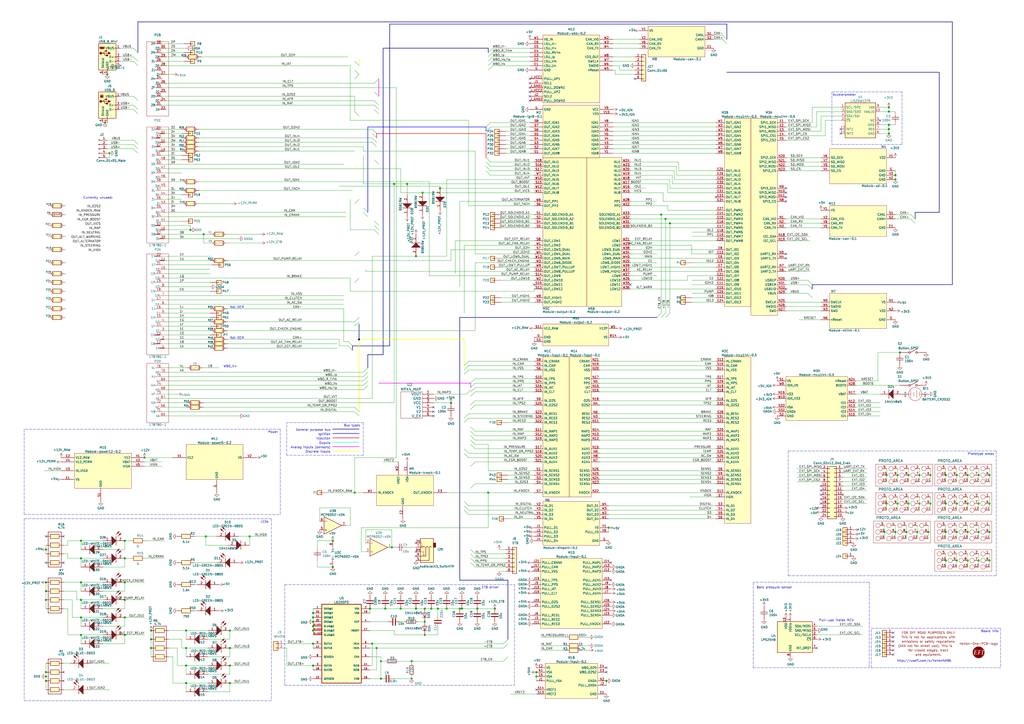
<source format=kicad_sch>
(kicad_sch (version 20210406) (generator eeschema)
  (paper "A2")
  (title_block (title "hellen64 NA8 96/97") (date "2021-10-22") (rev "A") (company "rusEFI") (comment 7 "http://rusefi.com/s/hellenNA96"))
  (lib_symbols
    (symbol "178780-1:178780-1" (pin_names (offset 0.025))
      (property "Reference" "P2" (at 3.81 22.86 90))
      (property "Value" "178780-1" (at 3.81 20.32 90))
      (symbol "178780-1_1_1"
        (pin passive line (at -25.4 -8.89 90) (length 3.81) (name "1A") (number "1"))
        (pin passive line (at 20.32 -8.89 90) (length 3.81) (name "1S") (number "10"))
        (pin passive line (at 25.4 -8.89 90) (length 3.81) (name "1U") (number "11"))
        (pin passive line (at -22.86 -6.35 90) (length 3.81) (name "1B") (number "12"))
        (pin passive line (at -17.78 -6.35 90) (length 3.81) (name "1D") (number "13"))
        (pin passive line (at -12.7 -6.35 90) (length 3.81) (name "1F") (number "14"))
        (pin passive line (at -7.62 -6.35 90) (length 3.81) (name "1H") (number "15"))
        (pin passive line (at -2.54 -6.35 90) (length 3.81) (name "1J") (number "16"))
        (pin passive line (at 2.54 -6.35 90) (length 3.81) (name "1L") (number "17"))
        (pin passive line (at 7.62 -6.35 90) (length 3.81) (name "1N") (number "18"))
        (pin passive line (at 12.7 -6.35 90) (length 3.81) (name "1P") (number "19"))
        (pin passive line (at -20.32 -8.89 90) (length 3.81) (name "1C") (number "2"))
        (pin passive line (at 17.78 -6.35 90) (length 3.81) (name "1R") (number "20"))
        (pin passive line (at 22.86 -6.35 90) (length 3.81) (name "1T") (number "21"))
        (pin passive line (at 27.94 -6.35 90) (length 3.81) (name "1V") (number "22"))
        (pin passive line (at -15.24 -8.89 90) (length 3.81) (name "1E") (number "3"))
        (pin passive line (at -10.16 -8.89 90) (length 3.81) (name "1G") (number "4"))
        (pin passive line (at -5.08 -8.89 90) (length 3.81) (name "1I") (number "5"))
        (pin passive line (at 0 -8.89 90) (length 3.81) (name "1K") (number "6"))
        (pin passive line (at 5.08 -8.89 90) (length 3.81) (name "1M") (number "7"))
        (pin passive line (at 10.16 -8.89 90) (length 3.81) (name "1O") (number "8"))
        (pin passive line (at 15.24 -8.89 90) (length 3.81) (name "1Q") (number "9"))
      )
      (symbol "178780-1_2_1"
        (pin passive line (at -20.32 -8.89 90) (length 3.81) (name "2A") (number "23"))
        (pin passive line (at -15.24 -8.89 90) (length 3.81) (name "2C") (number "24"))
        (pin passive line (at -10.16 -8.89 90) (length 3.81) (name "2E") (number "25"))
        (pin passive line (at -5.08 -8.89 90) (length 3.81) (name "2G") (number "26"))
        (pin passive line (at 0 -8.89 90) (length 3.81) (name "2I") (number "27"))
        (pin passive line (at 5.08 -8.89 90) (length 3.81) (name "2K") (number "28"))
        (pin passive line (at 10.16 -8.89 90) (length 3.81) (name "2M") (number "29"))
        (pin passive line (at 15.24 -8.89 90) (length 3.81) (name "2O") (number "30"))
        (pin passive line (at -17.78 -6.35 90) (length 3.81) (name "2B") (number "31"))
        (pin passive line (at -12.7 -6.35 90) (length 3.81) (name "2D") (number "32"))
        (pin passive line (at -7.62 -6.35 90) (length 3.81) (name "2F") (number "33"))
        (pin passive line (at -2.54 -6.35 90) (length 3.81) (name "2H") (number "34"))
        (pin passive line (at 2.54 -6.35 90) (length 3.81) (name "2J") (number "35"))
        (pin passive line (at 7.62 -6.35 90) (length 3.81) (name "2L") (number "36"))
        (pin passive line (at 12.7 -6.35 90) (length 3.81) (name "2N") (number "37"))
        (pin passive line (at 17.78 -6.35 90) (length 3.81) (name "2P") (number "38"))
      )
      (symbol "178780-1_3_1"
        (pin passive line (at -33.02 -8.89 90) (length 3.81) (name "3A") (number "39"))
        (pin passive line (at -27.94 -8.89 90) (length 3.81) (name "3C") (number "40"))
        (pin passive line (at -22.86 -8.89 90) (length 3.81) (name "3E") (number "41"))
        (pin passive line (at -17.78 -8.89 90) (length 3.81) (name "3G") (number "42"))
        (pin passive line (at -12.7 -8.89 90) (length 3.81) (name "3I") (number "43"))
        (pin passive line (at -7.62 -8.89 90) (length 3.81) (name "3K") (number "44"))
        (pin passive line (at -2.54 -8.89 90) (length 3.81) (name "3M") (number "45"))
        (pin passive line (at 2.54 -8.89 90) (length 3.81) (name "3O") (number "46"))
        (pin passive line (at 7.62 -8.89 90) (length 3.81) (name "3Q") (number "47"))
        (pin passive line (at 12.7 -8.89 90) (length 3.81) (name "3S") (number "48"))
        (pin passive line (at 17.78 -8.89 90) (length 3.81) (name "3U") (number "49"))
        (pin passive line (at 22.86 -8.89 90) (length 3.81) (name "3W") (number "50"))
        (pin passive line (at 27.94 -8.89 90) (length 3.81) (name "3Y") (number "51"))
        (pin passive line (at -30.48 -6.35 90) (length 3.81) (name "3B") (number "52"))
        (pin passive line (at -25.4 -6.35 90) (length 3.81) (name "3D") (number "53"))
        (pin passive line (at -20.32 -6.35 90) (length 3.81) (name "3F") (number "54"))
        (pin passive line (at -15.24 -6.35 90) (length 3.81) (name "3H") (number "55"))
        (pin passive line (at -10.16 -6.35 90) (length 3.81) (name "3J") (number "56"))
        (pin passive line (at -5.08 -6.35 90) (length 3.81) (name "3L") (number "57"))
        (pin passive line (at 0 -6.35 90) (length 3.81) (name "3N") (number "58"))
        (pin passive line (at 5.08 -6.35 90) (length 3.81) (name "3P") (number "59"))
        (pin passive line (at 10.16 -6.35 90) (length 3.81) (name "3R") (number "60"))
        (pin passive line (at 15.24 -6.35 90) (length 3.81) (name "3T") (number "61"))
        (pin passive line (at 20.32 -6.35 90) (length 3.81) (name "3V") (number "62"))
        (pin passive line (at 25.4 -6.35 90) (length 3.81) (name "3X") (number "63"))
        (pin passive line (at 30.48 -6.35 90) (length 3.81) (name "3Z") (number "64"))
      )
      (symbol "178780-1_4_1"
        (pin passive line (at -25.4 -8.89 90) (length 3.81) (name "4A") (number "65"))
        (pin passive line (at -20.32 -8.89 90) (length 3.81) (name "4C") (number "66"))
        (pin passive line (at -15.24 -8.89 90) (length 3.81) (name "4E") (number "67"))
        (pin passive line (at -10.16 -8.89 90) (length 3.81) (name "4G") (number "68"))
        (pin passive line (at -5.08 -8.89 90) (length 3.81) (name "4I") (number "69"))
        (pin passive line (at 0 -8.89 90) (length 3.81) (name "4K") (number "70"))
        (pin passive line (at -22.86 -6.35 90) (length 3.81) (name "4B") (number "71"))
        (pin passive line (at -17.78 -6.35 90) (length 3.81) (name "4D") (number "72"))
        (pin passive line (at -12.7 -6.35 90) (length 3.81) (name "4F") (number "73"))
        (pin passive line (at -7.62 -6.35 90) (length 3.81) (name "4H") (number "74"))
        (pin passive line (at -2.54 -6.35 90) (length 3.81) (name "4J") (number "75"))
        (pin passive line (at 2.54 -6.35 90) (length 3.81) (name "4L") (number "76"))
      )
    )
    (symbol "Amplifier_Operational:MCP6002-xSN" (pin_names (offset 0.127))
      (property "Reference" "U" (at 0 5.08 0))
      (property "Value" "MCP6002-xSN" (at 0 -5.08 0))
      (symbol "MCP6002-xSN_1_1"
        (pin output line (at 7.62 0 180) (length 2.54) (name "~") (number "1"))
        (pin input line (at -7.62 -2.54 0) (length 2.54) (name "-") (number "2"))
        (pin input line (at -7.62 2.54 0) (length 2.54) (name "+") (number "3"))
      )
      (symbol "MCP6002-xSN_2_1"
        (pin input line (at -7.62 2.54 0) (length 2.54) (name "+") (number "5"))
        (pin input line (at -7.62 -2.54 0) (length 2.54) (name "-") (number "6"))
        (pin output line (at 7.62 0 180) (length 2.54) (name "~") (number "7"))
      )
      (symbol "MCP6002-xSN_3_1"
        (pin power_in line (at -2.54 -7.62 90) (length 3.81) (name "V-") (number "4"))
        (pin power_in line (at -2.54 7.62 270) (length 3.81) (name "V+") (number "8"))
      )
    )
    (symbol "Connector:AudioJack3_SwitchTR"
      (property "Reference" "J" (at 0 8.89 0))
      (property "Value" "AudioJack3_SwitchTR" (at 0 6.35 0))
      (symbol "AudioJack3_SwitchTR_1_1"
        (pin passive line (at 5.08 0 180) (length 2.54) (name "~") (number "R"))
        (pin passive line (at 5.08 -2.54 180) (length 2.54) (name "~") (number "RN"))
        (pin passive line (at 5.08 2.54 180) (length 2.54) (name "~") (number "S"))
        (pin passive line (at 5.08 -5.08 180) (length 2.54) (name "~") (number "T"))
        (pin passive line (at 5.08 -7.62 180) (length 2.54) (name "~") (number "TN"))
      )
    )
    (symbol "Connector:Conn_01x05_Male" (pin_names (offset 1.016) hide)
      (property "Reference" "J" (at 0 7.62 0))
      (property "Value" "Conn_01x05_Male" (at 0 -7.62 0))
      (symbol "Conn_01x05_Male_1_1"
        (pin passive line (at 5.08 5.08 180) (length 3.81) (name "Pin_1") (number "1"))
        (pin passive line (at 5.08 2.54 180) (length 3.81) (name "Pin_2") (number "2"))
        (pin passive line (at 5.08 0 180) (length 3.81) (name "Pin_3") (number "3"))
        (pin passive line (at 5.08 -2.54 180) (length 3.81) (name "Pin_4") (number "4"))
        (pin passive line (at 5.08 -5.08 180) (length 3.81) (name "Pin_5") (number "5"))
      )
    )
    (symbol "Connector_Generic:Conn_01x01" (pin_names (offset 1.016) hide)
      (property "Reference" "J" (at 0 2.54 0))
      (property "Value" "Conn_01x01" (at 0 -2.54 0))
      (symbol "Conn_01x01_1_1"
        (pin passive line (at -5.08 0 0) (length 3.81) (name "Pin_1") (number "1"))
      )
    )
    (symbol "Connector_Generic:Conn_01x02" (pin_names (offset 1.016) hide)
      (property "Reference" "J" (at 0 2.54 0))
      (property "Value" "Conn_01x02" (at 0 -5.08 0))
      (symbol "Conn_01x02_1_1"
        (pin passive line (at -5.08 0 0) (length 3.81) (name "Pin_1") (number "1"))
        (pin passive line (at -5.08 -2.54 0) (length 3.81) (name "Pin_2") (number "2"))
      )
    )
    (symbol "Connector_Generic:Conn_01x06" (pin_names (offset 1.016) hide)
      (property "Reference" "J" (at 0 7.62 0))
      (property "Value" "Conn_01x06" (at 0 -10.16 0))
      (symbol "Conn_01x06_1_1"
        (pin passive line (at -5.08 5.08 0) (length 3.81) (name "Pin_1") (number "1"))
        (pin passive line (at -5.08 2.54 0) (length 3.81) (name "Pin_2") (number "2"))
        (pin passive line (at -5.08 0 0) (length 3.81) (name "Pin_3") (number "3"))
        (pin passive line (at -5.08 -2.54 0) (length 3.81) (name "Pin_4") (number "4"))
        (pin passive line (at -5.08 -5.08 0) (length 3.81) (name "Pin_5") (number "5"))
        (pin passive line (at -5.08 -7.62 0) (length 3.81) (name "Pin_6") (number "6"))
      )
    )
    (symbol "Connector_Generic:Conn_02x12_Odd_Even" (pin_names (offset 1.016) hide)
      (property "Reference" "J" (at 1.27 15.24 0))
      (property "Value" "Conn_02x12_Odd_Even" (at 1.27 -17.78 0))
      (symbol "Conn_02x12_Odd_Even_1_1"
        (pin passive line (at -5.08 12.7 0) (length 3.81) (name "Pin_1") (number "1"))
        (pin passive line (at 7.62 2.54 180) (length 3.81) (name "Pin_10") (number "10"))
        (pin passive line (at -5.08 0 0) (length 3.81) (name "Pin_11") (number "11"))
        (pin passive line (at 7.62 0 180) (length 3.81) (name "Pin_12") (number "12"))
        (pin passive line (at -5.08 -2.54 0) (length 3.81) (name "Pin_13") (number "13"))
        (pin passive line (at 7.62 -2.54 180) (length 3.81) (name "Pin_14") (number "14"))
        (pin passive line (at -5.08 -5.08 0) (length 3.81) (name "Pin_15") (number "15"))
        (pin passive line (at 7.62 -5.08 180) (length 3.81) (name "Pin_16") (number "16"))
        (pin passive line (at -5.08 -7.62 0) (length 3.81) (name "Pin_17") (number "17"))
        (pin passive line (at 7.62 -7.62 180) (length 3.81) (name "Pin_18") (number "18"))
        (pin passive line (at -5.08 -10.16 0) (length 3.81) (name "Pin_19") (number "19"))
        (pin passive line (at 7.62 12.7 180) (length 3.81) (name "Pin_2") (number "2"))
        (pin passive line (at 7.62 -10.16 180) (length 3.81) (name "Pin_20") (number "20"))
        (pin passive line (at -5.08 -12.7 0) (length 3.81) (name "Pin_21") (number "21"))
        (pin passive line (at 7.62 -12.7 180) (length 3.81) (name "Pin_22") (number "22"))
        (pin passive line (at -5.08 -15.24 0) (length 3.81) (name "Pin_23") (number "23"))
        (pin passive line (at 7.62 -15.24 180) (length 3.81) (name "Pin_24") (number "24"))
        (pin passive line (at -5.08 10.16 0) (length 3.81) (name "Pin_3") (number "3"))
        (pin passive line (at 7.62 10.16 180) (length 3.81) (name "Pin_4") (number "4"))
        (pin passive line (at -5.08 7.62 0) (length 3.81) (name "Pin_5") (number "5"))
        (pin passive line (at 7.62 7.62 180) (length 3.81) (name "Pin_6") (number "6"))
        (pin passive line (at -5.08 5.08 0) (length 3.81) (name "Pin_7") (number "7"))
        (pin passive line (at 7.62 5.08 180) (length 3.81) (name "Pin_8") (number "8"))
        (pin passive line (at -5.08 2.54 0) (length 3.81) (name "Pin_9") (number "9"))
      )
    )
    (symbol "Device:C" (pin_numbers hide) (pin_names (offset 0.254))
      (property "Reference" "C" (at 0.635 2.54 0))
      (property "Value" "C" (at 0.635 -2.54 0))
      (symbol "C_1_1"
        (pin passive line (at 0 3.81 270) (length 2.794) (name "~") (number "1"))
        (pin passive line (at 0 -3.81 90) (length 2.794) (name "~") (number "2"))
      )
    )
    (symbol "Device:D" (pin_numbers hide) (pin_names (offset 1.016) hide)
      (property "Reference" "D" (at 0 2.54 0))
      (property "Value" "D" (at 0 -2.54 0))
      (symbol "D_1_1"
        (pin passive line (at -3.81 0 0) (length 2.54) (name "K") (number "1"))
        (pin passive line (at 3.81 0 180) (length 2.54) (name "A") (number "2"))
      )
    )
    (symbol "Device:R" (pin_numbers hide) (pin_names (offset 0))
      (property "Reference" "R" (at 2.032 0 90))
      (property "Value" "R" (at 0 0 90))
      (symbol "R_1_1"
        (pin passive line (at 0 3.81 270) (length 1.27) (name "~") (number "1"))
        (pin passive line (at 0 -3.81 90) (length 1.27) (name "~") (number "2"))
      )
    )
    (symbol "L6205PD:L6205PD" (pin_names (offset 1.016))
      (property "Reference" "U" (at -10.1854 24.0538 0))
      (property "Value" "L6205PD" (at -10.1854 -25.6794 0))
      (symbol "L6205PD_0_0"
        (pin power_in line (at 17.78 20.32 180) (length 5.08) (name "GND@1") (number "1"))
        (pin power_in line (at 17.78 17.78 180) (length 5.08) (name "GND@2") (number "10"))
        (pin power_in line (at 17.78 15.24 180) (length 5.08) (name "GND@3") (number "11"))
        (pin output line (at 17.78 -2.54 180) (length 5.08) (name "OUT1B") (number "12"))
        (pin power_in line (at 17.78 -20.32 180) (length 5.08) (name "SENSEB") (number "13"))
        (pin input line (at -15.24 -12.7 0) (length 5.08) (name "IN1B") (number "14"))
        (pin input line (at -15.24 -15.24 0) (length 5.08) (name "IN2B") (number "15"))
        (pin bidirectional line (at -15.24 -20.32 0) (length 5.08) (name "ENB") (number "16"))
        (pin passive line (at -15.24 7.62 0) (length 5.08) (name "VBOOT") (number "17"))
        (pin output line (at 17.78 -15.24 180) (length 5.08) (name "OUT2B") (number "18"))
        (pin power_in line (at -15.24 17.78 0) (length 5.08) (name "VSB") (number "19"))
        (pin power_in line (at -15.24 20.32 0) (length 5.08) (name "VSA") (number "2"))
        (pin power_in line (at 17.78 12.7 180) (length 5.08) (name "GND@4") (number "20"))
        (pin output line (at 17.78 -12.7 180) (length 5.08) (name "OUT2A") (number "3"))
        (pin passive line (at -15.24 12.7 0) (length 5.08) (name "VCP") (number "4"))
        (pin bidirectional line (at -15.24 -7.62 0) (length 5.08) (name "ENA") (number "5"))
        (pin input line (at -15.24 0 0) (length 5.08) (name "IN1A") (number "6"))
        (pin input line (at -15.24 -2.54 0) (length 5.08) (name "IN2A") (number "7"))
        (pin power_in line (at 17.78 -7.62 180) (length 5.08) (name "SENSEA") (number "8"))
        (pin output line (at 17.78 0 180) (length 5.08) (name "OUT1A") (number "9"))
        (pin power_in line (at 17.78 10.16 180) (length 5.08) (name "SLUG@1") (number "SLUG1"))
        (pin power_in line (at 17.78 7.62 180) (length 5.08) (name "SLUG@2") (number "SLUG2"))
        (pin power_in line (at 17.78 5.08 180) (length 5.08) (name "SLUG@3") (number "SLUG3"))
      )
    )
    (symbol "MPX-4_MAP:MPX4_MAP" (pin_names (offset 0.762))
      (property "Reference" "U" (at 0 10.16 0))
      (property "Value" "MPX4_MAP" (at 8.89 0 90))
      (symbol "MPX4_MAP_1_1"
        (pin passive line (at -8.89 6.35 0) (length 6.35) (name "VOUT") (number "1"))
        (pin passive line (at -8.89 3.81 0) (length 6.35) (name "GND") (number "2"))
        (pin passive line (at -8.89 1.27 0) (length 6.35) (name "VCC") (number "3"))
        (pin passive line (at -8.89 -1.27 0) (length 6.35) (name "V1") (number "4"))
        (pin passive line (at -8.89 -3.81 0) (length 6.35) (name "V2") (number "5"))
        (pin passive line (at -8.89 -6.35 0) (length 6.35) (name "V_EX") (number "6"))
      )
    )
    (symbol "Off_Road_Disclaimer:Disclaimer" (pin_names (offset 1.016))
      (symbol "Disclaimer_0_0"
        (text "(AKA not for street use). This is " (at 1.27 -3.81 0) (effects (font (size 1.27 1.27))))
        (text "and equipment." (at 0 -8.89 0) (effects (font (size 1.27 1.27))))
        (text "emissions or safety regulations" (at 0 -1.27 0) (effects (font (size 1.27 1.27))))
        (text "for closed stages, track" (at 0 -6.35 0) (effects (font (size 1.27 1.27))))
        (text "FOR OFF ROAD PURPOSES ONLY" (at 0 3.81 0) (effects (font (size 1.27 1.27))))
        (text "This is not for applications with" (at 0 1.27 0) (effects (font (size 1.27 1.27))))
      )
    )
    (symbol "Sensor_Pressure:LPS25HB"
      (property "Reference" "U" (at -10.16 8.89 0))
      (property "Value" "LPS25HB" (at 10.16 8.89 0))
      (symbol "LPS25HB_1_1"
        (pin power_in line (at -2.54 10.16 270) (length 2.54) (name "VDDio") (number "1"))
        (pin power_in line (at -5.08 10.16 270) (length 2.54) (name "VDD") (number "10"))
        (pin input line (at 12.7 0 180) (length 2.54) (name "SCL/SCLK") (number "2"))
        (pin passive line (at -2.54 -12.7 90) (length 2.54) hide (name "GND") (number "3"))
        (pin bidirectional line (at 12.7 5.08 180) (length 2.54) (name "SDA/MOSI") (number "4"))
        (pin bidirectional line (at 12.7 2.54 180) (length 2.54) (name "SA0/MISO") (number "5"))
        (pin input line (at 12.7 -2.54 180) (length 2.54) (name "~CS") (number "6"))
        (pin output line (at 12.7 -7.62 180) (length 2.54) (name "INT_DRDY") (number "7"))
        (pin power_in line (at -2.54 -12.7 90) (length 2.54) (name "GND") (number "8"))
        (pin passive line (at -2.54 -12.7 90) (length 2.54) hide (name "GND") (number "9"))
      )
    )
    (symbol "art-electro-power:BATTERY_CR2032" (pin_names (offset 0))
      (property "Reference" "BT" (at 0 5.08 0))
      (property "Value" "BATTERY_CR2032" (at 0 -4.826 0))
      (symbol "BATTERY_CR2032_1_1"
        (pin passive line (at -7.62 0 0) (length 3.81) (name "+") (number "1"))
        (pin passive line (at 7.62 0 180) (length 3.81) (name "-") (number "2"))
      )
    )
    (symbol "hellen-one-can-0.1:Module-can-0.1"
      (property "Reference" "M" (at 0 0 0))
      (property "Value" "Module-can-0.1" (at 0 0 0))
      (symbol "Module-can-0.1_1_0"
        (pin passive line (at 38.1 -12.7 180) (length 5.08) (name "GND") (number "E1"))
        (pin passive line (at 38.1 -5.08 180) (length 5.08) (name "CANL") (number "S1"))
        (pin passive line (at 38.1 -7.62 180) (length 5.08) (name "CANH") (number "S2"))
        (pin passive line (at -5.08 -2.54 0) (length 5.08) (name "V5") (number "V1"))
        (pin passive line (at -5.08 -7.62 0) (length 5.08) (name "CAN_VIO") (number "V2"))
        (pin passive line (at -5.08 -12.7 0) (length 5.08) (name "CAN_TX") (number "V5"))
        (pin passive line (at -5.08 -10.16 0) (length 5.08) (name "CAN_RX") (number "V6"))
      )
    )
    (symbol "hellen-one-common:+12V_PERM" (power) (pin_names (offset 0))
      (property "Value" "+12V_PERM" (at 0 3.556 0))
      (symbol "+12V_PERM_1_1"
        (pin power_in line (at 0 0 90) (length 0) hide (name "+12V_PERM") (number "1"))
      )
    )
    (symbol "hellen-one-common:+12V_PROT" (power) (pin_names (offset 0))
      (property "Value" "+12V_PROT" (at 0 3.556 0))
      (symbol "+12V_PROT_1_1"
        (pin power_in line (at 0 0 90) (length 0) hide (name "+12V_PROT") (number "1"))
      )
    )
    (symbol "hellen-one-common:+12V_RAW" (power) (pin_names (offset 0))
      (property "Value" "+12V_RAW" (at 0 3.556 0))
      (symbol "+12V_RAW_1_1"
        (pin power_in line (at 0 0 90) (length 0) hide (name "+12V_RAW") (number "1"))
      )
    )
    (symbol "hellen-one-common:+12V_RAW_1" (power) (pin_names (offset 0))
      (property "Value" "+12V_ETB" (at 3.1751 0.3683 90))
      (symbol "+12V_RAW_1_1_1"
        (pin power_in line (at 0 0 90) (length 0) hide (name "+12V_ETB") (number "1"))
      )
    )
    (symbol "hellen-one-common:+3V3_IGN" (power) (pin_names (offset 0))
      (property "Value" "+3V3_IGN" (at 0 3.556 0))
      (symbol "+3V3_IGN_1_1"
        (pin power_in line (at 0 0 90) (length 0) hide (name "+3V3_IGN") (number "1"))
      )
    )
    (symbol "hellen-one-common:+5V_IGN" (power) (pin_names (offset 0))
      (property "Value" "+5V_IGN" (at 0 3.556 0))
      (symbol "+5V_IGN_1_1"
        (pin power_in line (at 0 0 90) (length 0) hide (name "+5V_IGN") (number "1"))
      )
    )
    (symbol "hellen-one-common:1N4148WS"
      (property "Reference" "D" (at 0 2.54 0))
      (property "Value" "1N4148WS" (at 0 -3.81 0))
      (symbol "1N4148WS_1_0"
        (pin passive line (at 7.62 0 180) (length 5.08) (name "K") (number "1"))
        (pin passive line (at -5.08 0 0) (length 5.08) (name "A") (number "2"))
      )
    )
    (symbol "hellen-one-common:Button_SPST" (pin_numbers hide)
      (property "Reference" "S" (at -5.08 2.54 0))
      (property "Value" "Button_SPST" (at 0 0 0))
      (symbol "Button_SPST_1_0"
        (pin passive line (at -5.08 -2.54 0) (length 5.08) (name "") (number "1"))
        (pin passive line (at 10.16 -2.54 180) (length 5.08) (name "") (number "2"))
      )
    )
    (symbol "hellen-one-common:Cap" (pin_numbers hide)
      (property "Reference" "C" (at -3.81 2.54 0))
      (property "Value" "Cap" (at -2.54 -1.27 0))
      (symbol "Cap_1_0"
        (pin passive line (at -3.81 0 0) (length 2.54) (name "") (number "1"))
        (pin passive line (at 3.81 0 180) (length 2.54) (name "") (number "2"))
      )
    )
    (symbol "hellen-one-common:Fuse-Pad-Pad" (pin_numbers hide) (pin_names (offset 0.762) hide)
      (property "Reference" "F" (at 0 2.54 0))
      (symbol "Fuse-Pad-Pad_0_1"
        (pin passive line (at -5.08 0 0) (length 2.54) (name "1") (number "1"))
        (pin passive line (at 5.08 0 180) (length 2.54) (name "2") (number "2"))
      )
    )
    (symbol "hellen-one-common:Jumper-Pad-Pad" (pin_numbers hide) (pin_names (offset 0.762) hide)
      (property "Reference" "R" (at 0 2.54 0))
      (symbol "Jumper-Pad-Pad_0_1"
        (pin passive line (at -5.08 0 0) (length 2.54) (name "1") (number "1"))
        (pin passive line (at 5.08 0 180) (length 2.54) (name "2") (number "2"))
      )
    )
    (symbol "hellen-one-common:LED"
      (property "Reference" "D" (at 0 2.54 0))
      (property "Value" "LED-COLOR-0805" (at 0 -3.81 0))
      (symbol "LED_1_0"
        (pin passive line (at -5.08 0 0) (length 5.08) (name "A") (number "1"))
        (pin passive line (at 7.62 0 180) (length 5.08) (name "K") (number "2"))
      )
    )
    (symbol "hellen-one-common:LED_0603"
      (property "Reference" "D" (at 0 2.54 0))
      (property "Value" "LED_0603" (at 0 -3.81 0))
      (symbol "LED_0603_1_0"
        (pin passive line (at -5.08 0 0) (length 5.08) (name "A") (number "1"))
        (pin passive line (at 7.62 0 180) (length 5.08) (name "K") (number "2"))
      )
    )
    (symbol "hellen-one-common:LIS2DW12TR"
      (property "Reference" "U" (at -5.08 11.43 0))
      (property "Value" "LIS2DW12TR" (at 3.81 11.43 0))
      (symbol "LIS2DW12TR_1_1"
        (pin input line (at -10.16 7.62 0) (length 2.54) (name "SCL/SPC") (number "1"))
        (pin power_in line (at 12.7 5.08 180) (length 2.54) (name "Vdd_IO") (number "10"))
        (pin output line (at -10.16 -7.62 0) (length 2.54) (name "INT2") (number "11"))
        (pin output line (at -10.16 -5.08 0) (length 2.54) (name "INT1") (number "12"))
        (pin input line (at -10.16 0 0) (length 2.54) (name "~CS") (number "2"))
        (pin bidirectional line (at -10.16 5.08 0) (length 2.54) (name "SA0/SDO") (number "3"))
        (pin bidirectional line (at -10.16 2.54 0) (length 2.54) (name "SDA/SDI") (number "4"))
        (pin passive line (at 12.7 0 180) (length 2.54) (name "NC") (number "5"))
        (pin power_in line (at 12.7 -7.62 180) (length 2.54) (name "GND") (number "6"))
        (pin power_in line (at 12.7 -5.08 180) (length 2.54) (name "RES") (number "7"))
        (pin power_in line (at 12.7 -2.54 180) (length 2.54) (name "GND") (number "8"))
        (pin power_in line (at 12.7 7.62 180) (length 2.54) (name "Vdd") (number "9"))
      )
    )
    (symbol "hellen-one-common:LOGO" (pin_names (offset 1.016))
      (symbol "LOGO_0_0"
        (text "" (at 35.56 6.35 0) (effects (font (size 1.27 1.27))))
        (text "Hellen-One-PCB-logo" (at 0 0 0) (effects (font (size 1.27 1.27))))
      )
    )
    (symbol "hellen-one-common:PROTO_AREA" (pin_names (offset 1.016))
      (property "Value" "PROTO_AREA" (at 25.4 3.81 0))
      (symbol "PROTO_AREA_0_0"
        (text "" (at 35.56 6.35 0) (effects (font (size 1.27 1.27))))
      )
      (symbol "PROTO_AREA_1_1"
        (pin passive line (at 1.27 0 0) (length 2.54) (name "") (number "1"))
        (pin passive line (at 26.67 -3.81 0) (length 2.54) (name "") (number "10"))
        (pin passive line (at 1.27 -7.62 0) (length 2.54) (name "") (number "11"))
        (pin passive line (at 7.62 -7.62 0) (length 2.54) (name "") (number "12"))
        (pin passive line (at 13.97 -7.62 0) (length 2.54) (name "") (number "13"))
        (pin passive line (at 20.32 -7.62 0) (length 2.54) (name "") (number "14"))
        (pin passive line (at 26.67 -7.62 0) (length 2.54) (name "") (number "15"))
        (pin passive line (at 7.62 0 0) (length 2.54) (name "") (number "2"))
        (pin passive line (at 13.97 0 0) (length 2.54) (name "") (number "3"))
        (pin passive line (at 20.32 0 0) (length 2.54) (name "") (number "4"))
        (pin passive line (at 26.67 0 0) (length 2.54) (name "") (number "5"))
        (pin passive line (at 1.27 -3.81 0) (length 2.54) (name "") (number "6"))
        (pin passive line (at 7.62 -3.81 0) (length 2.54) (name "") (number "7"))
        (pin passive line (at 13.97 -3.81 0) (length 2.54) (name "") (number "8"))
        (pin passive line (at 20.32 -3.81 0) (length 2.54) (name "") (number "9"))
      )
    )
    (symbol "hellen-one-common:Pad" (pin_numbers hide) (pin_names (offset 1.016) hide)
      (property "Reference" "P" (at 2.54 0 0))
      (symbol "Pad_1_1"
        (pin passive line (at -5.08 0 0) (length 3.81) (name "Pin_1") (number "1"))
      )
    )
    (symbol "hellen-one-common:Res" (pin_numbers hide)
      (property "Reference" "R" (at 3.81 2.54 0))
      (property "Value" "Res" (at 5.08 -2.54 0))
      (symbol "Res_1_0"
        (pin passive line (at 0 0 0) (length 2.54) (name "") (number "1"))
        (pin passive line (at 10.16 0 180) (length 2.54) (name "") (number "2"))
      )
    )
    (symbol "hellen-one-common:Res_Array_4" (pin_numbers hide)
      (property "Reference" "R" (at -6.35 6.35 0))
      (symbol "Res_Array_4_1_0"
        (pin passive line (at -10.16 0 0) (length 2.54) (name "") (number "1"))
        (pin passive line (at -10.16 -5.08 0) (length 2.54) (name "") (number "2"))
        (pin passive line (at -10.16 -10.16 0) (length 2.54) (name "") (number "3"))
        (pin passive line (at -10.16 -15.24 0) (length 2.54) (name "") (number "4"))
        (pin passive line (at 0 -15.24 180) (length 2.54) (name "") (number "5"))
        (pin passive line (at 0 -10.16 180) (length 2.54) (name "") (number "6"))
        (pin passive line (at 0 -5.08 180) (length 2.54) (name "") (number "7"))
        (pin passive line (at 0 0 180) (length 2.54) (name "") (number "8"))
      )
    )
    (symbol "hellen-one-common:USB_B" (pin_names (offset 1.016))
      (property "Reference" "J" (at -5.08 11.43 0))
      (property "Value" "USB_B" (at -5.08 8.89 0))
      (symbol "USB_B_1_1"
        (pin power_out line (at 7.62 5.08 180) (length 2.54) (name "VBUS") (number "1"))
        (pin bidirectional line (at 7.62 -2.54 180) (length 2.54) (name "D-") (number "2"))
        (pin bidirectional line (at 7.62 0 180) (length 2.54) (name "D+") (number "3"))
        (pin power_out line (at 0 -10.16 90) (length 2.54) (name "GND") (number "4"))
        (pin passive line (at -2.54 -10.16 90) (length 2.54) (name "Shield") (number "5"))
      )
    )
    (symbol "hellen-one-common:USB_B_Mini" (pin_names (offset 1.016))
      (property "Reference" "J" (at -5.08 11.43 0))
      (property "Value" "USB_B_Mini" (at -5.08 8.89 0))
      (symbol "USB_B_Mini_1_1"
        (pin power_out line (at 7.62 5.08 180) (length 2.54) (name "VBUS") (number "1"))
        (pin passive line (at 7.62 -2.54 180) (length 2.54) (name "D-") (number "2"))
        (pin passive line (at 7.62 0 180) (length 2.54) (name "D+") (number "3"))
        (pin passive line (at 7.62 -5.08 180) (length 2.54) (name "ID") (number "4"))
        (pin power_out line (at 0 -10.16 90) (length 2.54) (name "GND") (number "5"))
        (pin passive line (at -2.54 -10.16 90) (length 2.54) (name "Shield") (number "6"))
      )
    )
    (symbol "hellen-one-dinput4-0.1:Module-dinput4-0.1"
      (property "Reference" "M" (at 0 0 0))
      (property "Value" "Module-dinput4-0.1" (at 0 0 0))
      (symbol "Module-dinput4-0.1_1_0"
        (pin passive line (at 38.1 -22.86 180) (length 5.08) (name "GND") (number "G"))
        (pin passive line (at -5.08 -15.24 0) (length 5.08) (name "PULL_D1") (number "J1"))
        (pin passive line (at -5.08 -17.78 0) (length 5.08) (name "PULL_D2") (number "J2"))
        (pin passive line (at -5.08 -20.32 0) (length 5.08) (name "PULL_D3") (number "J3"))
        (pin passive line (at -5.08 -22.86 0) (length 5.08) (name "PULL_D4") (number "J4"))
        (pin passive line (at 38.1 -15.24 180) (length 5.08) (name "V5") (number "V1"))
        (pin passive line (at -5.08 -2.54 0) (length 5.08) (name "IN_D1") (number "V2"))
        (pin passive line (at -5.08 -5.08 0) (length 5.08) (name "IN_D2") (number "V3"))
        (pin passive line (at -5.08 -7.62 0) (length 5.08) (name "IN_D3") (number "V4"))
        (pin passive line (at -5.08 -10.16 0) (length 5.08) (name "IN_D4") (number "V5"))
        (pin passive line (at 38.1 -17.78 180) (length 5.08) (name "PULL_V5") (number "V6"))
        (pin passive line (at 38.1 -10.16 180) (length 5.08) (name "OUT_D4") (number "W1"))
        (pin passive line (at 38.1 -7.62 180) (length 5.08) (name "OUT_D3") (number "W2"))
        (pin passive line (at 38.1 -5.08 180) (length 5.08) (name "OUT_D2") (number "W3"))
        (pin passive line (at 38.1 -2.54 180) (length 5.08) (name "OUT_D1") (number "W4"))
      )
    )
    (symbol "hellen-one-ign8-0.1:Module-ign8-0.1"
      (property "Reference" "M" (at 0 0 0))
      (property "Value" "Module-ign8-0.1" (at 0 0 0))
      (symbol "Module-ign8-0.1_1_0"
        (pin passive line (at 40.64 -2.54 180) (length 7.62) (name "GND") (number "G"))
        (pin passive line (at 40.64 -27.94 180) (length 7.62) (name "OUT_IGN8") (number "S1"))
        (pin passive line (at 40.64 -25.4 180) (length 7.62) (name "OUT_IGN7") (number "S2"))
        (pin passive line (at 40.64 -22.86 180) (length 7.62) (name "OUT_IGN6") (number "S3"))
        (pin passive line (at 40.64 -20.32 180) (length 7.62) (name "OUT_IGN5") (number "S4"))
        (pin passive line (at 40.64 -17.78 180) (length 7.62) (name "OUT_IGN4") (number "S5"))
        (pin passive line (at 40.64 -15.24 180) (length 7.62) (name "OUT_IGN3") (number "S6"))
        (pin passive line (at 40.64 -12.7 180) (length 7.62) (name "OUT_IGN2") (number "S7"))
        (pin passive line (at 40.64 -10.16 180) (length 7.62) (name "OUT_IGN1") (number "S8"))
        (pin passive line (at -7.62 -27.94 0) (length 7.62) (name "IGN8") (number "V1"))
        (pin passive line (at -7.62 -5.08 0) (length 7.62) (name "V33") (number "V10"))
        (pin passive line (at -7.62 -25.4 0) (length 7.62) (name "IGN7") (number "V2"))
        (pin passive line (at -7.62 -22.86 0) (length 7.62) (name "IGN6") (number "V3"))
        (pin passive line (at -7.62 -20.32 0) (length 7.62) (name "IGN5") (number "V4"))
        (pin passive line (at -7.62 -17.78 0) (length 7.62) (name "IGN4") (number "V5"))
        (pin passive line (at -7.62 -15.24 0) (length 7.62) (name "IGN3") (number "V6"))
        (pin passive line (at -7.62 -12.7 0) (length 7.62) (name "IGN2") (number "V7"))
        (pin passive line (at -7.62 -10.16 0) (length 7.62) (name "IGN1") (number "V8"))
        (pin passive line (at -7.62 -2.54 0) (length 7.62) (name "VCC") (number "V9"))
      )
    )
    (symbol "hellen-one-input-0.1:Module-input-0.1"
      (property "Reference" "M" (at 0 0 0))
      (property "Value" "Module-input-0.1" (at 0 0 0))
      (symbol "Module-input-0.1_1_0"
        (pin passive line (at 17.78 -53.34 180) (length 5.08) (name "AUX1") (number "N10"))
        (pin passive line (at 17.78 -38.1 180) (length 5.08) (name "RES3") (number "N11"))
        (pin passive line (at 17.78 -48.26 180) (length 5.08) (name "MAP3") (number "N12"))
        (pin passive line (at 17.78 -45.72 180) (length 5.08) (name "MAP2") (number "N13"))
        (pin passive line (at 17.78 -43.18 180) (length 5.08) (name "MAP1") (number "N14"))
        (pin passive line (at 17.78 -17.78 180) (length 5.08) (name "IAT") (number "N15"))
        (pin passive line (at 17.78 -20.32 180) (length 5.08) (name "CLT") (number "N16"))
        (pin passive line (at 17.78 -12.7 180) (length 5.08) (name "TPS") (number "N17"))
        (pin passive line (at 17.78 -25.4 180) (length 5.08) (name "O2S") (number "N18"))
        (pin passive line (at 17.78 -5.08 180) (length 5.08) (name "CAM") (number "N19"))
        (pin passive line (at 17.78 -7.62 180) (length 5.08) (name "VSS") (number "N20"))
        (pin passive line (at 17.78 -2.54 180) (length 5.08) (name "CRANK") (number "N21"))
        (pin passive line (at 17.78 -78.74 180) (length 5.08) (name "KNOCK") (number "N22"))
        (pin passive line (at 17.78 -73.66 180) (length 5.08) (name "SENS4") (number "N23"))
        (pin passive line (at 17.78 -71.12 180) (length 5.08) (name "SENS3") (number "N24"))
        (pin passive line (at 17.78 -68.58 180) (length 5.08) (name "SENS2") (number "N25"))
        (pin passive line (at 17.78 -66.04 180) (length 5.08) (name "SENS1") (number "N26"))
        (pin passive line (at 17.78 -35.56 180) (length 5.08) (name "RES2") (number "N3"))
        (pin passive line (at 17.78 -27.94 180) (length 5.08) (name "O2S2") (number "N4"))
        (pin passive line (at 17.78 -15.24 180) (length 5.08) (name "PPS") (number "N5"))
        (pin passive line (at 17.78 -33.02 180) (length 5.08) (name "RES1") (number "N6"))
        (pin passive line (at 17.78 -60.96 180) (length 5.08) (name "AUX4") (number "N7"))
        (pin passive line (at 17.78 -58.42 180) (length 5.08) (name "AUX3") (number "N8"))
        (pin passive line (at 17.78 -55.88 180) (length 5.08) (name "AUX2") (number "N9"))
      )
      (symbol "Module-input-0.1_2_0"
        (pin passive line (at 35.56 -17.78 180) (length 5.08) (name "GND") (number "E1"))
        (pin passive line (at -5.08 -2.54 0) (length 5.08) (name "V5") (number "E2"))
        (pin passive line (at 35.56 -5.08 180) (length 5.08) (name "WBO_O2S2") (number "E3"))
        (pin passive line (at 35.56 -2.54 180) (length 5.08) (name "WBO_O2S") (number "E4"))
        (pin passive line (at -5.08 -7.62 0) (length 5.08) (name "V5A") (number "E5"))
        (pin passive line (at -5.08 -10.16 0) (length 5.08) (name "PULL_V5A") (number "J1"))
        (pin passive line (at 35.56 -12.7 180) (length 5.08) (name "PULL_GNDA") (number "J2"))
        (pin passive line (at -5.08 -5.08 0) (length 5.08) (name "V5A") (number "N1"))
        (pin passive line (at 35.56 -10.16 180) (length 5.08) (name "GNDA") (number "N2"))
        (pin passive line (at -5.08 -17.78 0) (length 5.08) (name "VREF2") (number "S13"))
        (pin passive line (at -5.08 -15.24 0) (length 5.08) (name "VREF1") (number "S14"))
      )
      (symbol "Module-input-0.1_3_0"
        (pin passive line (at -5.08 -66.04 0) (length 5.08) (name "IN_SENS1") (number "S1"))
        (pin passive line (at -5.08 -12.7 0) (length 5.08) (name "IN_TPS") (number "S10"))
        (pin passive line (at -5.08 -43.18 0) (length 5.08) (name "IN_MAP1") (number "S11"))
        (pin passive line (at -5.08 -45.72 0) (length 5.08) (name "IN_MAP2") (number "S12"))
        (pin passive line (at -5.08 -20.32 0) (length 5.08) (name "IN_CLT") (number "S15"))
        (pin passive line (at -5.08 -17.78 0) (length 5.08) (name "IN_IAT") (number "S16"))
        (pin passive line (at -5.08 -53.34 0) (length 5.08) (name "IN_AUX1") (number "S17"))
        (pin passive line (at -5.08 -55.88 0) (length 5.08) (name "IN_AUX2") (number "S18"))
        (pin passive line (at -5.08 -48.26 0) (length 5.08) (name "IN_MAP3") (number "S19"))
        (pin passive line (at -5.08 -68.58 0) (length 5.08) (name "IN_SENS2") (number "S2"))
        (pin passive line (at -5.08 -58.42 0) (length 5.08) (name "IN_AUX3") (number "S20"))
        (pin passive line (at -5.08 -60.96 0) (length 5.08) (name "IN_AUX4") (number "S21"))
        (pin passive line (at -5.08 -38.1 0) (length 5.08) (name "IN_RES3") (number "S22"))
        (pin passive line (at -5.08 -33.02 0) (length 5.08) (name "IN_RES1") (number "S23"))
        (pin passive line (at -5.08 -15.24 0) (length 5.08) (name "IN_PPS") (number "S24"))
        (pin passive line (at -5.08 -27.94 0) (length 5.08) (name "IN_O2S2") (number "S25"))
        (pin passive line (at -5.08 -35.56 0) (length 5.08) (name "IN_RES2") (number "S26"))
        (pin passive line (at -5.08 -71.12 0) (length 5.08) (name "IN_SENS3") (number "S3"))
        (pin passive line (at -5.08 -73.66 0) (length 5.08) (name "IN_SENS4") (number "S4"))
        (pin passive line (at -5.08 -5.08 0) (length 5.08) (name "IN_CAM") (number "S5"))
        (pin passive line (at -5.08 -7.62 0) (length 5.08) (name "IN_VSS") (number "S6"))
        (pin passive line (at -5.08 -78.74 0) (length 5.08) (name "IN_KNOCK") (number "S7"))
        (pin passive line (at -5.08 -2.54 0) (length 5.08) (name "IN_CRANK") (number "S8"))
        (pin passive line (at -5.08 -25.4 0) (length 5.08) (name "IN_O2S") (number "S9"))
      )
      (symbol "Module-input-0.1_4_0"
        (pin passive line (at 40.64 -12.7 180) (length 5.08) (name "PULL_AUX1") (number "J10"))
        (pin passive line (at -5.08 -38.1 0) (length 5.08) (name "PULL_RES3") (number "J11"))
        (pin passive line (at 40.64 -7.62 180) (length 5.08) (name "PULL_MAP3") (number "J12"))
        (pin passive line (at 40.64 -5.08 180) (length 5.08) (name "PULL_MAP2") (number "J13"))
        (pin passive line (at 40.64 -2.54 180) (length 5.08) (name "PULL_MAP1") (number "J14"))
        (pin passive line (at -5.08 -17.78 0) (length 5.08) (name "PULL_IAT") (number "J15"))
        (pin passive line (at -5.08 -20.32 0) (length 5.08) (name "PULL_CLT") (number "J16"))
        (pin passive line (at -5.08 -5.08 0) (length 5.08) (name "PULL_CAM") (number "J17"))
        (pin passive line (at -5.08 -7.62 0) (length 5.08) (name "PULL_VSS") (number "J18"))
        (pin passive line (at -5.08 -12.7 0) (length 5.08) (name "PULL_TPS") (number "J19"))
        (pin passive line (at -5.08 -25.4 0) (length 5.08) (name "PULL_O2S") (number "J20"))
        (pin passive line (at -5.08 -2.54 0) (length 5.08) (name "PULL_CRANK") (number "J21"))
        (pin passive line (at 40.64 -38.1 180) (length 5.08) (name "PULL_KNOCK") (number "J22"))
        (pin passive line (at 40.64 -33.02 180) (length 5.08) (name "PULL_SENS4") (number "J23"))
        (pin passive line (at 40.64 -30.48 180) (length 5.08) (name "PULL_SENS3") (number "J24"))
        (pin passive line (at 40.64 -27.94 180) (length 5.08) (name "PULL_SENS2") (number "J25"))
        (pin passive line (at 40.64 -25.4 180) (length 5.08) (name "PULL_SENS1") (number "J26"))
        (pin passive line (at -5.08 -35.56 0) (length 5.08) (name "PULL_RES2") (number "J3"))
        (pin passive line (at -5.08 -27.94 0) (length 5.08) (name "PULL_O2S2") (number "J4"))
        (pin passive line (at -5.08 -15.24 0) (length 5.08) (name "PULL_PPS") (number "J5"))
        (pin passive line (at -5.08 -33.02 0) (length 5.08) (name "PULL_RES1") (number "J6"))
        (pin passive line (at 40.64 -20.32 180) (length 5.08) (name "PULL_AUX4") (number "J7"))
        (pin passive line (at 40.64 -17.78 180) (length 5.08) (name "PULL_AUX3") (number "J8"))
        (pin passive line (at 40.64 -15.24 180) (length 5.08) (name "PULL_AUX2") (number "J9"))
      )
    )
    (symbol "hellen-one-knock-0.1:Module-knock-0.1"
      (property "Reference" "M" (at 0 0 0))
      (property "Value" "Module-knock-0.1" (at 0 0 0))
      (symbol "Module-knock-0.1_1_0"
        (pin passive line (at 17.78 7.62 270) (length 7.62) (name "V5A") (number "E1"))
        (pin passive line (at 15.24 -25.4 90) (length 7.62) (name "GND") (number "E2"))
        (pin passive line (at 40.64 -10.16 180) (length 7.62) (name "OUT_KNOCK") (number "E3"))
        (pin passive line (at -7.62 -10.16 0) (length 7.62) (name "IN_KNOCK") (number "W1"))
        (pin passive line (at 12.7 7.62 270) (length 7.62) (name "VREF") (number "W2"))
      )
    )
    (symbol "hellen-one-mcu-0.3:Module-mcu-0.3"
      (property "Reference" "M" (at 0 0 0))
      (property "Value" "Module-mcu-0.3" (at 0 0 0))
      (symbol "Module-mcu-0.3_1_0"
        (pin passive line (at 20.32 -2.54 180) (length 5.08) (name "SPI1_SCK") (number "E1"))
        (pin passive line (at 20.32 -5.08 180) (length 5.08) (name "SPI1_MISO") (number "E2"))
        (pin passive line (at 20.32 -7.62 180) (length 5.08) (name "SPI1_MOSI") (number "E3"))
        (pin passive line (at 20.32 -10.16 180) (length 5.08) (name "SPI1_CS1") (number "E4"))
        (pin passive line (at 20.32 -12.7 180) (length 5.08) (name "SPI1_CS2") (number "E5"))
        (pin passive line (at 20.32 -58.42 180) (length 5.08) (name "CAN_VIO") (number "N1"))
        (pin passive line (at 20.32 -43.18 180) (length 5.08) (name "SPI3_MISO") (number "N10"))
        (pin passive line (at 20.32 -45.72 180) (length 5.08) (name "SPI3_MOSI") (number "N11"))
        (pin passive line (at 20.32 -68.58 180) (length 5.08) (name "I2C_SDA") (number "N18"))
        (pin passive line (at 20.32 -71.12 180) (length 5.08) (name "I2C_SCL") (number "N19"))
        (pin passive line (at 20.32 -60.96 180) (length 5.08) (name "CAN_RX") (number "N2"))
        (pin passive line (at 20.32 -22.86 180) (length 5.08) (name "SPI2_SCK") (number "N20"))
        (pin passive line (at 20.32 -25.4 180) (length 5.08) (name "SPI2_MISO") (number "N21"))
        (pin passive line (at 20.32 -27.94 180) (length 5.08) (name "SPI2_MOSI") (number "N22"))
        (pin passive line (at 20.32 -30.48 180) (length 5.08) (name "SPI2_CS") (number "N23"))
        (pin passive line (at 20.32 -106.68 180) (length 5.08) (name "SWCLK") (number "N25"))
        (pin passive line (at 20.32 -109.22 180) (length 5.08) (name "SWDIO") (number "N26"))
        (pin passive line (at 20.32 -111.76 180) (length 5.08) (name "SWO") (number "N27"))
        (pin passive line (at 20.32 -101.6 180) (length 5.08) (name "VBUS") (number "N29"))
        (pin passive line (at 20.32 -63.5 180) (length 5.08) (name "CAN_TX") (number "N3"))
        (pin passive line (at 20.32 -93.98 180) (length 5.08) (name "USB1P") (number "N30"))
        (pin passive line (at 20.32 -96.52 180) (length 5.08) (name "USB1M") (number "N31"))
        (pin passive line (at 20.32 -99.06 180) (length 5.08) (name "USB1ID") (number "N32"))
        (pin passive line (at 20.32 -81.28 180) (length 5.08) (name "UART1_TX") (number "N4"))
        (pin passive line (at 20.32 -78.74 180) (length 5.08) (name "UART1_RX") (number "N5"))
        (pin passive line (at 20.32 -88.9 180) (length 5.08) (name "UART2_TX") (number "N6"))
        (pin passive line (at 20.32 -86.36 180) (length 5.08) (name "UART2_RX") (number "N7"))
        (pin passive line (at 20.32 -48.26 180) (length 5.08) (name "SPI3_CS") (number "N8"))
        (pin passive line (at 20.32 -40.64 180) (length 5.08) (name "SPI3_SCK") (number "N9"))
      )
      (symbol "Module-mcu-0.3_2_0"
        (pin passive line (at 20.32 -99.06 180) (length 5.08) (name "OUT_IO10") (number "E10"))
        (pin passive line (at 20.32 -96.52 180) (length 5.08) (name "OUT_IO9") (number "E11"))
        (pin passive line (at 20.32 -78.74 180) (length 5.08) (name "OUT_IO2") (number "E12"))
        (pin passive line (at 20.32 -104.14 180) (length 5.08) (name "OUT_IO12") (number "E13"))
        (pin passive line (at 20.32 -55.88 180) (length 5.08) (name "OUT_PWM2") (number "E14"))
        (pin passive line (at 20.32 -58.42 180) (length 5.08) (name "OUT_PWM3") (number "E15"))
        (pin passive line (at 20.32 -60.96 180) (length 5.08) (name "OUT_PWM4") (number "E16"))
        (pin passive line (at 20.32 -63.5 180) (length 5.08) (name "OUT_PWM5") (number "E17"))
        (pin passive line (at 20.32 -66.04 180) (length 5.08) (name "OUT_PWM6") (number "E18"))
        (pin passive line (at 20.32 -68.58 180) (length 5.08) (name "OUT_PWM7") (number "E19"))
        (pin passive line (at 20.32 -101.6 180) (length 5.08) (name "OUT_IO11") (number "E20"))
        (pin passive line (at 20.32 -91.44 180) (length 5.08) (name "OUT_IO7") (number "E21"))
        (pin passive line (at 20.32 -93.98 180) (length 5.08) (name "OUT_IO8") (number "E22"))
        (pin passive line (at 20.32 -83.82 180) (length 5.08) (name "OUT_IO4") (number "E23"))
        (pin passive line (at 20.32 -106.68 180) (length 5.08) (name "OUT_IO13") (number "E24"))
        (pin passive line (at 20.32 -30.48 180) (length 5.08) (name "OUT_INJ1") (number "E25"))
        (pin passive line (at 20.32 -33.02 180) (length 5.08) (name "OUT_INJ2") (number "E26"))
        (pin passive line (at 20.32 -53.34 180) (length 5.08) (name "OUT_PWM1") (number "E27"))
        (pin passive line (at 20.32 -71.12 180) (length 5.08) (name "OUT_PWM8") (number "E28"))
        (pin passive line (at 20.32 -35.56 180) (length 5.08) (name "OUT_INJ3") (number "E29"))
        (pin passive line (at 20.32 -38.1 180) (length 5.08) (name "OUT_INJ4") (number "E30"))
        (pin passive line (at 20.32 -40.64 180) (length 5.08) (name "OUT_INJ5") (number "E31"))
        (pin passive line (at 20.32 -43.18 180) (length 5.08) (name "OUT_INJ6") (number "E32"))
        (pin passive line (at 20.32 -45.72 180) (length 5.08) (name "OUT_INJ7") (number "E33"))
        (pin passive line (at 20.32 -48.26 180) (length 5.08) (name "OUT_INJ8") (number "E34"))
        (pin passive line (at 20.32 -81.28 180) (length 5.08) (name "OUT_IO3") (number "E6"))
        (pin passive line (at 20.32 -86.36 180) (length 5.08) (name "OUT_IO5") (number "E7"))
        (pin passive line (at 20.32 -76.2 180) (length 5.08) (name "OUT_IO1") (number "E8"))
        (pin passive line (at 20.32 -88.9 180) (length 5.08) (name "OUT_IO6") (number "E9"))
        (pin passive line (at 20.32 -2.54 180) (length 5.08) (name "OUT_IGN1") (number "W1"))
        (pin passive line (at 20.32 -5.08 180) (length 5.08) (name "OUT_IGN2") (number "W2"))
        (pin passive line (at 20.32 -7.62 180) (length 5.08) (name "OUT_IGN3") (number "W3"))
        (pin passive line (at 20.32 -10.16 180) (length 5.08) (name "OUT_IGN4") (number "W4"))
        (pin passive line (at 20.32 -12.7 180) (length 5.08) (name "OUT_IGN5") (number "W5"))
        (pin passive line (at 20.32 -15.24 180) (length 5.08) (name "OUT_IGN6") (number "W6"))
        (pin passive line (at 20.32 -17.78 180) (length 5.08) (name "OUT_IGN7") (number "W7"))
        (pin passive line (at 20.32 -20.32 180) (length 5.08) (name "OUT_IGN8") (number "W8"))
      )
      (symbol "Module-mcu-0.3_3_0"
        (pin passive line (at -5.08 -71.12 0) (length 5.08) (name "IN_SENS3") (number "S10"))
        (pin passive line (at -5.08 -73.66 0) (length 5.08) (name "IN_SENS4") (number "S11"))
        (pin passive line (at -5.08 -78.74 0) (length 5.08) (name "IN_KNOCK") (number "S12"))
        (pin passive line (at -5.08 -2.54 0) (length 5.08) (name "IN_CRANK") (number "S13"))
        (pin passive line (at -5.08 -7.62 0) (length 5.08) (name "IN_VSS") (number "S14"))
        (pin passive line (at -5.08 -5.08 0) (length 5.08) (name "IN_CAM") (number "S15"))
        (pin passive line (at -5.08 -25.4 0) (length 5.08) (name "IN_O2S") (number "S16"))
        (pin passive line (at -5.08 -12.7 0) (length 5.08) (name "IN_TPS") (number "S17"))
        (pin passive line (at -5.08 -20.32 0) (length 5.08) (name "IN_CLT") (number "S18"))
        (pin passive line (at -5.08 -17.78 0) (length 5.08) (name "IN_IAT") (number "S19"))
        (pin passive line (at -5.08 -43.18 0) (length 5.08) (name "IN_MAP1") (number "S20"))
        (pin passive line (at -5.08 -45.72 0) (length 5.08) (name "IN_MAP2") (number "S21"))
        (pin passive line (at -5.08 -48.26 0) (length 5.08) (name "IN_MAP3") (number "S22"))
        (pin passive line (at -5.08 -38.1 0) (length 5.08) (name "IN_RES3") (number "S23"))
        (pin passive line (at -5.08 -53.34 0) (length 5.08) (name "IN_AUX1") (number "S24"))
        (pin passive line (at -5.08 -55.88 0) (length 5.08) (name "IN_AUX2") (number "S25"))
        (pin passive line (at -5.08 -58.42 0) (length 5.08) (name "IN_AUX3") (number "S26"))
        (pin passive line (at -5.08 -60.96 0) (length 5.08) (name "IN_AUX4") (number "S27"))
        (pin passive line (at -5.08 -33.02 0) (length 5.08) (name "IN_RES1") (number "S28"))
        (pin passive line (at -5.08 -15.24 0) (length 5.08) (name "IN_PPS") (number "S29"))
        (pin passive line (at -5.08 -86.36 0) (length 5.08) (name "IN_D1") (number "S3"))
        (pin passive line (at -5.08 -27.94 0) (length 5.08) (name "IN_O2S2") (number "S30"))
        (pin passive line (at -5.08 -35.56 0) (length 5.08) (name "IN_RES2") (number "S31"))
        (pin passive line (at -5.08 -88.9 0) (length 5.08) (name "IN_D2") (number "S4"))
        (pin passive line (at -5.08 -91.44 0) (length 5.08) (name "IN_D3") (number "S5"))
        (pin passive line (at -5.08 -93.98 0) (length 5.08) (name "IN_D4") (number "S6"))
        (pin passive line (at -5.08 -81.28 0) (length 5.08) (name "VIGN") (number "S7"))
        (pin passive line (at -5.08 -66.04 0) (length 5.08) (name "IN_SENS1") (number "S8"))
        (pin passive line (at -5.08 -68.58 0) (length 5.08) (name "IN_SENS2") (number "S9"))
      )
      (symbol "Module-mcu-0.3_4_0"
        (pin passive line (at 40.64 -15.24 180) (length 5.08) (name "IO1") (number "N12"))
        (pin passive line (at 40.64 -17.78 180) (length 5.08) (name "IO2") (number "N13"))
        (pin passive line (at 40.64 -20.32 180) (length 5.08) (name "IO3") (number "N14"))
        (pin passive line (at 40.64 -22.86 180) (length 5.08) (name "IO4") (number "N15"))
        (pin passive line (at -5.08 -10.16 0) (length 5.08) (name "V33") (number "N16"))
        (pin passive line (at 40.64 -10.16 180) (length 5.08) (name "VBAT") (number "N17"))
        (pin passive line (at 40.64 -2.54 180) (length 5.08) (name "nReset") (number "N24"))
        (pin passive line (at 40.64 -5.08 180) (length 5.08) (name "BOOT0") (number "N28"))
        (pin passive line (at -5.08 -2.54 0) (length 5.08) (name "V5") (number "S1"))
        (pin passive line (at -5.08 -22.86 0) (length 5.08) (name "GND") (number "S2"))
        (pin passive line (at -5.08 -20.32 0) (length 5.08) (name "GNDA") (number "S32"))
        (pin passive line (at -5.08 -17.78 0) (length 5.08) (name "V5A") (number "S33"))
        (pin passive line (at -5.08 -12.7 0) (length 5.08) (name "IGN_V33") (number "W10"))
        (pin passive line (at -5.08 -5.08 0) (length 5.08) (name "IGN_V5") (number "W9"))
      )
    )
    (symbol "hellen-one-output-0.2:Module-output-0.2"
      (property "Reference" "M" (at 0 0 0))
      (property "Value" "Module-output-0.2" (at 0 0 0))
      (symbol "Module-output-0.2_1_0"
        (pin passive line (at -5.08 -7.62 0) (length 5.08) (name "GND") (number "G"))
        (pin passive line (at -5.08 -2.54 0) (length 5.08) (name "V12_RAW") (number "S11"))
        (pin passive line (at -5.08 -10.16 0) (length 5.08) (name "GND") (number "S3"))
        (pin passive line (at 43.18 -7.62 180) (length 5.08) (name "V5") (number "W14"))
        (pin passive line (at 43.18 -2.54 180) (length 5.08) (name "V12P") (number "W5"))
      )
      (symbol "Module-output-0.2_2_0"
        (pin passive line (at -5.08 -20.32 0) (length 5.08) (name "INJ8") (number "W15"))
        (pin passive line (at -5.08 -17.78 0) (length 5.08) (name "INJ7") (number "W16"))
        (pin passive line (at -5.08 -15.24 0) (length 5.08) (name "INJ6") (number "W17"))
        (pin passive line (at -5.08 -12.7 0) (length 5.08) (name "INJ5") (number "W18"))
        (pin passive line (at -5.08 -10.16 0) (length 5.08) (name "INJ4") (number "W19"))
        (pin passive line (at -5.08 -7.62 0) (length 5.08) (name "INJ3") (number "W20"))
        (pin passive line (at -5.08 -48.26 0) (length 5.08) (name "LOW1") (number "W21"))
        (pin passive line (at -5.08 -27.94 0) (length 5.08) (name "PP2") (number "W22"))
        (pin passive line (at -5.08 -5.08 0) (length 5.08) (name "INJ2") (number "W23"))
        (pin passive line (at -5.08 -2.54 0) (length 5.08) (name "INJ1") (number "W24"))
        (pin passive line (at -5.08 -60.96 0) (length 5.08) (name "LOW6_DIODE") (number "W25"))
        (pin passive line (at -5.08 -71.12 0) (length 5.08) (name "LOW10") (number "W26"))
        (pin passive line (at -5.08 -68.58 0) (length 5.08) (name "LOW9") (number "W27"))
        (pin passive line (at -5.08 -25.4 0) (length 5.08) (name "PP1") (number "W28"))
        (pin passive line (at -5.08 -50.8 0) (length 5.08) (name "LOW2") (number "W29"))
        (pin passive line (at -5.08 -40.64 0) (length 5.08) (name "SOLENOID_B2") (number "W30"))
        (pin passive line (at -5.08 -38.1 0) (length 5.08) (name "SOLENOID_B1") (number "W31"))
        (pin passive line (at -5.08 -35.56 0) (length 5.08) (name "SOLENOID_A2") (number "W32"))
        (pin passive line (at -5.08 -33.02 0) (length 5.08) (name "SOLENOID_A1") (number "W33"))
        (pin passive line (at -5.08 -55.88 0) (length 5.08) (name "LOW4_DUAL") (number "W34"))
        (pin passive line (at -5.08 -73.66 0) (length 5.08) (name "LOW11") (number "W35"))
        (pin passive line (at -5.08 -76.2 0) (length 5.08) (name "LOW12") (number "W36"))
        (pin passive line (at -5.08 -66.04 0) (length 5.08) (name "LOW8_HIGH2") (number "W37"))
        (pin passive line (at -5.08 -53.34 0) (length 5.08) (name "LOW3_DUAL") (number "W38"))
        (pin passive line (at -5.08 -63.5 0) (length 5.08) (name "LOW7_HIGH1") (number "W39"))
        (pin passive line (at -5.08 -58.42 0) (length 5.08) (name "LOW5_MAIN") (number "W40"))
      )
      (symbol "Module-output-0.2_3_0"
        (pin passive line (at 30.48 -33.02 180) (length 5.08) (name "OUT_SOLENOID_A1") (number "S1"))
        (pin passive line (at 30.48 -73.66 180) (length 5.08) (name "OUT_LOW11") (number "S10"))
        (pin passive line (at 30.48 -66.04 180) (length 5.08) (name "OUT_LOW8_PULLUP") (number "S12"))
        (pin passive line (at 30.48 -76.2 180) (length 5.08) (name "OUT_LOW12") (number "S13"))
        (pin passive line (at 30.48 -68.58 180) (length 5.08) (name "OUT_LOW9") (number "S14"))
        (pin passive line (at 30.48 -15.24 180) (length 5.08) (name "OUT_INJ6") (number "S15"))
        (pin passive line (at 30.48 -5.08 180) (length 5.08) (name "OUT_INJ2") (number "S16"))
        (pin passive line (at 30.48 -7.62 180) (length 5.08) (name "OUT_INJ3") (number "S17"))
        (pin passive line (at 30.48 -2.54 180) (length 5.08) (name "OUT_INJ1") (number "S18"))
        (pin passive line (at 30.48 -35.56 180) (length 5.08) (name "OUT_SOLENOID_A2") (number "S2"))
        (pin passive line (at 30.48 -38.1 180) (length 5.08) (name "OUT_SOLENOID_B1") (number "S4"))
        (pin passive line (at 30.48 -40.64 180) (length 5.08) (name "OUT_SOLENOID_B2") (number "S5"))
        (pin passive line (at 30.48 -27.94 180) (length 5.08) (name "OUT_PP2") (number "S6"))
        (pin passive line (at 30.48 -53.34 180) (length 5.08) (name "OUT_LOW3_DUAL") (number "S7"))
        (pin passive line (at 30.48 -48.26 180) (length 5.08) (name "OUT_LOW1") (number "S8"))
        (pin passive line (at 30.48 -83.82 180) (length 5.08) (name "OUT_HIGH2") (number "S9"))
        (pin passive line (at 30.48 -50.8 180) (length 5.08) (name "OUT_LOW2") (number "W1"))
        (pin passive line (at 30.48 -12.7 180) (length 5.08) (name "OUT_INJ5") (number "W10"))
        (pin passive line (at 30.48 -20.32 180) (length 5.08) (name "OUT_INJ8") (number "W11"))
        (pin passive line (at 30.48 -17.78 180) (length 5.08) (name "OUT_INJ7") (number "W12"))
        (pin passive line (at 30.48 -58.42 180) (length 5.08) (name "OUT_LOW5_MAIN") (number "W13"))
        (pin passive line (at 30.48 -71.12 180) (length 5.08) (name "OUT_LOW10") (number "W2"))
        (pin passive line (at 30.48 -60.96 180) (length 5.08) (name "OUT_LOW6_DIODE") (number "W3"))
        (pin passive line (at 30.48 -55.88 180) (length 5.08) (name "OUT_LOW4_DUAL") (number "W4"))
        (pin passive line (at 30.48 -25.4 180) (length 5.08) (name "OUT_PP1") (number "W6"))
        (pin passive line (at 30.48 -10.16 180) (length 5.08) (name "OUT_INJ4") (number "W7"))
        (pin passive line (at 30.48 -81.28 180) (length 5.08) (name "OUT_HIGH1") (number "W8"))
        (pin passive line (at 30.48 -63.5 180) (length 5.08) (name "OUT_LOW7_PULLUP") (number "W9"))
      )
    )
    (symbol "hellen-one-power12-0.2:Module-power12-0.2"
      (property "Reference" "M" (at 0 0 0))
      (property "Value" "Module-power12-0.2" (at 0 0 0))
      (symbol "Module-power12-0.2_1_0"
        (pin passive line (at -7.62 -15.24 0) (length 7.62) (name "V5") (number "E1"))
        (pin passive line (at -7.62 -2.54 0) (length 7.62) (name "V12_RAW") (number "E2"))
        (pin passive line (at 15.24 -27.94 90) (length 7.62) (name "GND") (number "S1"))
        (pin passive line (at 40.64 -2.54 180) (length 7.62) (name "V12") (number "V1"))
        (pin passive line (at 40.64 -5.08 180) (length 7.62) (name "VBAT") (number "V2"))
        (pin passive line (at -7.62 -10.16 0) (length 7.62) (name "IN_VIGN") (number "V3"))
        (pin passive line (at -7.62 -5.08 0) (length 7.62) (name "V12_PERM") (number "V4"))
        (pin passive line (at 40.64 -7.62 180) (length 7.62) (name "VIGN") (number "V5"))
      )
    )
    (symbol "hellen-one-power5-0.1:Module-power5-0.1"
      (property "Reference" "M" (at 0 0 0))
      (property "Value" "Module-power5-0.1" (at 0 0 0))
      (symbol "Module-power5-0.1_1_0"
        (pin passive line (at 17.78 -27.94 90) (length 7.62) (name "GND") (number "G"))
        (pin passive line (at -7.62 -7.62 0) (length 7.62) (name "V12") (number "V1"))
        (pin passive line (at 40.64 -7.62 180) (length 7.62) (name "V5") (number "V2"))
      )
    )
    (symbol "hellen-one-sd-0.1:Module-sd-0.1"
      (property "Reference" "M" (at 0 0 0))
      (property "Value" "Module-sd-0.1" (at 0 0 0))
      (symbol "Module-sd-0.1_1_0"
        (pin passive line (at 38.1 -12.7 180) (length 5.08) (name "GND") (number "G"))
        (pin passive line (at 38.1 -5.08 180) (length 5.08) (name "V33") (number "V1"))
        (pin passive line (at 38.1 -17.78 180) (length 5.08) (name "GND") (number "V2"))
        (pin passive line (at 38.1 -15.24 180) (length 5.08) (name "GND") (number "V3"))
        (pin passive line (at -5.08 -12.7 0) (length 5.08) (name "SD_CS") (number "V4"))
        (pin passive line (at -5.08 -10.16 0) (length 5.08) (name "SD_MOSI") (number "V5"))
        (pin passive line (at -5.08 -5.08 0) (length 5.08) (name "SD_SCK") (number "V6"))
        (pin passive line (at -5.08 -7.62 0) (length 5.08) (name "SD_MISO") (number "V7"))
      )
    )
    (symbol "hellen-one-stlink-0.1:Module-stlink-0.1"
      (property "Reference" "M" (at 0 0 0))
      (property "Value" "Module-stlink-0.1" (at 0 0 0))
      (symbol "Module-stlink-0.1_1_0"
        (pin passive line (at 38.1 -15.24 180) (length 5.08) (name "GND") (number "G"))
        (pin passive line (at 38.1 -5.08 180) (length 5.08) (name "V5") (number "N1"))
        (pin passive line (at 38.1 -10.16 180) (length 5.08) (name "V33") (number "N2"))
        (pin passive line (at -5.08 -10.16 0) (length 5.08) (name "SWO") (number "N3"))
        (pin passive line (at -5.08 -7.62 0) (length 5.08) (name "SWDIO") (number "N4"))
        (pin passive line (at -5.08 -5.08 0) (length 5.08) (name "SWCLK") (number "N5"))
        (pin passive line (at -5.08 -15.24 0) (length 5.08) (name "nReset") (number "N6"))
      )
    )
    (symbol "hellen-one-wbo-0.2:Module-wbo-0.2"
      (property "Reference" "M" (at 1.27 1.27 0))
      (property "Value" "Module-wbo-0.2" (at 8.89 -40.64 0))
      (symbol "Module-wbo-0.2_1_0"
        (pin passive line (at 40.64 -17.78 180) (length 7.62) (name "LSU_Un") (number "E1"))
        (pin passive line (at 40.64 -15.24 180) (length 7.62) (name "LSU_Vm") (number "E2"))
        (pin passive line (at 40.64 -12.7 180) (length 7.62) (name "LSU_Ip") (number "E3"))
        (pin passive line (at 40.64 -10.16 180) (length 7.62) (name "LSU_Rtrim") (number "E4"))
        (pin passive line (at 40.64 -7.62 180) (length 7.62) (name "LSU_H+") (number "E5"))
        (pin passive line (at 40.64 -5.08 180) (length 7.62) (name "LSU_H-") (number "E6"))
        (pin passive line (at 40.64 -20.32 180) (length 7.62) (name "GND") (number "G"))
        (pin passive line (at 40.64 -27.94 180) (length 7.62) (name "SEL1") (number "J1"))
        (pin passive line (at 40.64 -35.56 180) (length 7.62) (name "SEL2") (number "J2"))
        (pin passive line (at 40.64 -30.48 180) (length 7.62) (name "PULL_DOWN1") (number "J_GND1"))
        (pin passive line (at 40.64 -38.1 180) (length 7.62) (name "PULL_DOWN2") (number "J_GND2"))
        (pin passive line (at 40.64 -25.4 180) (length 7.62) (name "PULL_UP1") (number "J_VCC1"))
        (pin passive line (at 40.64 -33.02 180) (length 7.62) (name "PULL_UP2") (number "J_VCC2"))
        (pin passive line (at 40.64 -2.54 180) (length 7.62) (name "V5_IN") (number "W1"))
        (pin passive line (at -7.62 -2.54 0) (length 7.62) (name "CAN_VIO") (number "W2"))
        (pin passive line (at -7.62 -5.08 0) (length 7.62) (name "CAN_RX") (number "W3"))
        (pin passive line (at -7.62 -7.62 0) (length 7.62) (name "CAN_TX") (number "W4"))
        (pin passive line (at -7.62 -20.32 0) (length 7.62) (name "nReset") (number "W5"))
        (pin passive line (at -7.62 -17.78 0) (length 7.62) (name "SWDIO") (number "W6"))
        (pin passive line (at -7.62 -15.24 0) (length 7.62) (name "SWCLK") (number "W7"))
        (pin passive line (at -7.62 -12.7 0) (length 7.62) (name "V33_OUT") (number "W8"))
      )
    )
    (symbol "logo:LOGO" (pin_names (offset 1.016)))
    (symbol "power:+12V" (power) (pin_names (offset 0))
      (property "Value" "+12V" (at 0 3.556 0))
      (symbol "+12V_1_1"
        (pin power_in line (at 0 0 90) (length 0) hide (name "+12V") (number "1"))
      )
    )
    (symbol "power:+3.3V" (power) (pin_names (offset 0))
      (property "Value" "+3.3V" (at 0 3.556 0))
      (symbol "+3.3V_1_1"
        (pin power_in line (at 0 0 90) (length 0) hide (name "+3V3") (number "1"))
      )
    )
    (symbol "power:+3V3" (power) (pin_names (offset 0))
      (property "Value" "+3V3" (at 0 3.556 0))
      (symbol "+3V3_1_1"
        (pin power_in line (at 0 0 90) (length 0) hide (name "+3V3") (number "1"))
      )
    )
    (symbol "power:+5V" (power) (pin_names (offset 0))
      (property "Value" "+5V" (at 0 3.556 0))
      (symbol "+5V_1_1"
        (pin power_in line (at 0 0 90) (length 0) hide (name "+5V") (number "1"))
      )
    )
    (symbol "power:+5VA" (power) (pin_names (offset 0))
      (property "Value" "+5VA" (at 0 3.556 0))
      (symbol "+5VA_1_1"
        (pin power_in line (at 0 0 90) (length 0) hide (name "+5VA") (number "1"))
      )
    )
    (symbol "power:GND" (power) (pin_names (offset 0))
      (property "Value" "GND" (at 0 -3.81 0))
      (symbol "GND_1_1"
        (pin power_in line (at 0 0 270) (length 0) hide (name "GND") (number "1"))
      )
    )
    (symbol "power:GNDA" (power) (pin_names (offset 0))
      (property "Value" "GNDA" (at 0 -3.81 0))
      (symbol "GNDA_1_1"
        (pin power_in line (at 0 0 270) (length 0) hide (name "GNDA") (number "1"))
      )
    )
  )
  (junction (at 26.67 318.77) (diameter 1.016))
  (junction (at 26.67 337.82) (diameter 1.016))
  (junction (at 26.67 342.9) (diameter 1.016))
  (junction (at 26.67 347.98) (diameter 1.016))
  (junction (at 26.67 389.89) (diameter 1.016))
  (junction (at 26.67 392.43) (diameter 1.016))
  (junction (at 26.67 394.97) (diameter 1.016))
  (junction (at 46.99 313.69) (diameter 1.016))
  (junction (at 46.99 323.85) (diameter 1.016))
  (junction (at 46.99 337.82) (diameter 1.016))
  (junction (at 46.99 347.98) (diameter 1.016))
  (junction (at 46.99 358.14) (diameter 1.016))
  (junction (at 46.99 368.3) (diameter 1.016))
  (junction (at 60.96 71.12) (diameter 1.016))
  (junction (at 62.23 43.18) (diameter 1.016))
  (junction (at 63.5 88.9) (diameter 1.016))
  (junction (at 72.39 313.69) (diameter 1.016))
  (junction (at 72.39 323.85) (diameter 1.016))
  (junction (at 72.39 337.82) (diameter 1.016))
  (junction (at 72.39 347.98) (diameter 1.016))
  (junction (at 72.39 358.14) (diameter 1.016))
  (junction (at 72.39 368.3) (diameter 1.016))
  (junction (at 83.82 265.43) (diameter 1.016))
  (junction (at 87.63 365.76) (diameter 1.016))
  (junction (at 87.63 370.84) (diameter 1.016))
  (junction (at 87.63 375.92) (diameter 1.016))
  (junction (at 107.95 365.76) (diameter 1.016))
  (junction (at 107.95 375.92) (diameter 1.016))
  (junction (at 107.95 386.08) (diameter 1.016))
  (junction (at 107.95 396.24) (diameter 1.016))
  (junction (at 110.49 133.35) (diameter 1.016))
  (junction (at 118.11 135.89) (diameter 1.016))
  (junction (at 119.38 311.15) (diameter 1.016))
  (junction (at 133.35 365.76) (diameter 1.016))
  (junction (at 133.35 375.92) (diameter 1.016))
  (junction (at 133.35 386.08) (diameter 1.016))
  (junction (at 133.35 396.24) (diameter 1.016))
  (junction (at 144.78 311.15) (diameter 1.016))
  (junction (at 181.61 355.6) (diameter 1.016))
  (junction (at 181.61 358.14) (diameter 1.016))
  (junction (at 181.61 360.68) (diameter 1.016))
  (junction (at 181.61 363.22) (diameter 1.016))
  (junction (at 181.61 365.76) (diameter 1.016))
  (junction (at 181.61 373.38) (diameter 1.016))
  (junction (at 181.61 386.08) (diameter 1.016))
  (junction (at 193.04 313.69) (diameter 1.016))
  (junction (at 193.04 328.93) (diameter 1.016))
  (junction (at 205.74 285.75) (diameter 1.016))
  (junction (at 214.63 353.06) (diameter 1.016))
  (junction (at 215.9 373.38) (diameter 1.016))
  (junction (at 218.44 375.92) (diameter 1.016))
  (junction (at 220.98 383.54) (diameter 0.9144))
  (junction (at 220.98 393.7) (diameter 1.016))
  (junction (at 223.52 353.06) (diameter 1.016))
  (junction (at 227.33 317.5) (diameter 1.016))
  (junction (at 228.6 106.68) (diameter 1.016))
  (junction (at 232.41 353.06) (diameter 1.016))
  (junction (at 236.22 106.68) (diameter 1.016))
  (junction (at 238.76 383.54) (diameter 1.016))
  (junction (at 238.76 393.7) (diameter 0.9144))
  (junction (at 241.3 148.59) (diameter 1.016))
  (junction (at 241.3 353.06) (diameter 1.016))
  (junction (at 245.11 111.76) (diameter 1.016))
  (junction (at 246.38 353.06) (diameter 1.016))
  (junction (at 246.38 360.68) (diameter 0.9144))
  (junction (at 246.38 368.3) (diameter 0.9144))
  (junction (at 250.19 353.06) (diameter 1.016))
  (junction (at 254 353.06) (diameter 1.016))
  (junction (at 255.27 109.22) (diameter 1.016))
  (junction (at 259.08 353.06) (diameter 1.016))
  (junction (at 261.62 233.68) (diameter 1.016))
  (junction (at 266.7 353.06) (diameter 1.016))
  (junction (at 267.97 353.06) (diameter 1.016))
  (junction (at 276.86 353.06) (diameter 1.016))
  (junction (at 283.21 285.75) (diameter 1.016))
  (junction (at 287.02 353.06) (diameter 1.016))
  (junction (at 311.15 389.89) (diameter 1.016))
  (junction (at 311.15 392.43) (diameter 1.016))
  (junction (at 351.79 394.97) (diameter 1.016))
  (junction (at 353.06 306.07) (diameter 1.016))
  (junction (at 383.54 124.46) (diameter 1.016))
  (junction (at 386.08 127) (diameter 1.016))
  (junction (at 388.62 129.54) (diameter 1.016))
  (junction (at 513.08 308.61) (diameter 1.016))
  (junction (at 514.35 275.59) (diameter 1.016))
  (junction (at 514.35 292.1) (diameter 1.016))
  (junction (at 515.62 62.23) (diameter 1.016))
  (junction (at 515.62 64.77) (diameter 1.016))
  (junction (at 515.62 72.39) (diameter 1.016))
  (junction (at 515.62 74.93) (diameter 1.016))
  (junction (at 515.62 77.47) (diameter 1.016))
  (junction (at 519.43 101.6) (diameter 1.016))
  (junction (at 519.43 104.14) (diameter 1.016))
  (junction (at 519.43 308.61) (diameter 1.016))
  (junction (at 520.7 275.59) (diameter 1.016))
  (junction (at 520.7 292.1) (diameter 1.016))
  (junction (at 521.97 204.47) (diameter 1.016))
  (junction (at 525.78 308.61) (diameter 1.016))
  (junction (at 527.05 275.59) (diameter 1.016))
  (junction (at 527.05 292.1) (diameter 1.016))
  (junction (at 532.13 308.61) (diameter 1.016))
  (junction (at 533.4 275.59) (diameter 1.016))
  (junction (at 533.4 292.1) (diameter 1.016))
  (junction (at 538.48 308.61) (diameter 1.016))
  (junction (at 539.75 275.59) (diameter 1.016))
  (junction (at 539.75 292.1) (diameter 1.016))
  (junction (at 548.64 275.59) (diameter 1.016))
  (junction (at 548.64 292.1) (diameter 1.016))
  (junction (at 548.64 308.61) (diameter 1.016))
  (junction (at 548.64 325.12) (diameter 1.016))
  (junction (at 554.99 275.59) (diameter 1.016))
  (junction (at 554.99 292.1) (diameter 1.016))
  (junction (at 554.99 308.61) (diameter 1.016))
  (junction (at 554.99 325.12) (diameter 1.016))
  (junction (at 561.34 275.59) (diameter 1.016))
  (junction (at 561.34 292.1) (diameter 1.016))
  (junction (at 561.34 308.61) (diameter 1.016))
  (junction (at 561.34 325.12) (diameter 1.016))
  (junction (at 567.69 275.59) (diameter 1.016))
  (junction (at 567.69 292.1) (diameter 1.016))
  (junction (at 567.69 308.61) (diameter 1.016))
  (junction (at 567.69 325.12) (diameter 1.016))
  (junction (at 574.04 275.59) (diameter 1.016))
  (junction (at 574.04 292.1) (diameter 1.016))
  (junction (at 574.04 308.61) (diameter 1.016))
  (junction (at 574.04 325.12) (diameter 1.016))
  (junction (at 208.28 196.85) (diameter 1.016))
  (no_connect (at 26.67 311.15))
  (no_connect (at 26.67 326.39))
  (no_connect (at 36.83 311.15))
  (no_connect (at 36.83 326.39))
  (no_connect (at 36.83 389.89))
  (no_connect (at 36.83 394.97))
  (no_connect (at 69.85 38.1))
  (no_connect (at 241.3 314.96))
  (no_connect (at 241.3 320.04))
  (no_connect (at 241.3 322.58))
  (no_connect (at 251.46 236.22))
  (no_connect (at 251.46 238.76))
  (no_connect (at 251.46 241.3))
  (no_connect (at 307.34 45.72))
  (no_connect (at 307.34 48.26))
  (no_connect (at 307.34 50.8))
  (no_connect (at 307.34 53.34))
  (no_connect (at 307.34 55.88))
  (no_connect (at 307.34 58.42))
  (no_connect (at 308.61 328.93))
  (no_connect (at 309.88 165.1))
  (no_connect (at 311.15 400.05))
  (no_connect (at 351.79 387.35))
  (no_connect (at 351.79 389.89))
  (no_connect (at 354.33 326.39))
  (no_connect (at 354.33 336.55))
  (no_connect (at 365.76 165.1))
  (no_connect (at 368.3 45.72))
  (no_connect (at 415.29 114.3))
  (no_connect (at 455.93 109.22))
  (no_connect (at 455.93 111.76))
  (no_connect (at 455.93 114.3))
  (no_connect (at 455.93 116.84))
  (no_connect (at 455.93 147.32))
  (no_connect (at 455.93 149.86))
  (no_connect (at 455.93 167.64))
  (no_connect (at 473.71 375.92))
  (no_connect (at 476.25 281.94))
  (no_connect (at 476.25 284.48))
  (no_connect (at 476.25 287.02))
  (no_connect (at 476.25 289.56))
  (no_connect (at 476.25 292.1))
  (no_connect (at 487.68 74.93))
  (no_connect (at 487.68 77.47))
  (no_connect (at 488.95 287.02))
  (no_connect (at 510.54 69.85))
  (no_connect (at 518.16 367.03))
  (no_connect (at 518.16 369.57))
  (no_connect (at 518.16 372.11))
  (no_connect (at 518.16 374.65))
  (no_connect (at 518.16 377.19))
  (no_connect (at 518.16 379.73))
  (bus_entry (at 77.47 27.94) (size 2.54 2.54) (stroke (width 0.1524)))
  (bus_entry (at 77.47 33.02) (size 2.54 2.54) (stroke (width 0.1524)))
  (bus_entry (at 77.47 35.56) (size 2.54 2.54) (stroke (width 0.1524)))
  (bus_entry (at 77.47 55.88) (size 2.54 2.54) (stroke (width 0.1524)))
  (bus_entry (at 77.47 60.96) (size 2.54 2.54) (stroke (width 0.1524)))
  (bus_entry (at 77.47 63.5) (size 2.54 2.54) (stroke (width 0.1524)))
  (bus_entry (at 77.47 81.28) (size 2.54 2.54) (stroke (width 0.1524)))
  (bus_entry (at 77.47 83.82) (size 2.54 2.54) (stroke (width 0.1524)))
  (bus_entry (at 77.47 86.36) (size 2.54 2.54) (stroke (width 0.1524)))
  (bus_entry (at 201.93 198.12) (size 2.54 2.54) (stroke (width 0.1524)))
  (bus_entry (at 201.93 200.66) (size 2.54 2.54) (stroke (width 0.1524)))
  (bus_entry (at 205.74 35.56) (size 2.54 2.54) (stroke (width 0.1524)))
  (bus_entry (at 205.74 40.64) (size 2.54 2.54) (stroke (width 0.1524)))
  (bus_entry (at 208.28 43.18) (size -2.54 2.54) (stroke (width 0.1524)))
  (bus_entry (at 208.28 67.31) (size -2.54 -2.54) (stroke (width 0.1524)))
  (bus_entry (at 208.28 115.57) (size -2.54 2.54) (stroke (width 0.1524)))
  (bus_entry (at 208.28 146.05) (size -2.54 2.54) (stroke (width 0.1524)))
  (bus_entry (at 208.28 161.29) (size -2.54 2.54) (stroke (width 0.1524)))
  (bus_entry (at 208.28 184.15) (size -2.54 2.54) (stroke (width 0.1524)))
  (bus_entry (at 208.28 186.69) (size -2.54 2.54) (stroke (width 0.1524)))
  (bus_entry (at 208.28 238.76) (size -2.54 -2.54) (stroke (width 0.1524)))
  (bus_entry (at 208.28 241.3) (size -2.54 -2.54) (stroke (width 0.1524)))
  (bus_entry (at 210.82 120.65) (size 2.54 2.54) (stroke (width 0.1524)))
  (bus_entry (at 210.82 123.19) (size 2.54 2.54) (stroke (width 0.1524)))
  (bus_entry (at 213.36 213.36) (size -2.54 2.54) (stroke (width 0.1524)))
  (bus_entry (at 213.36 215.9) (size -2.54 2.54) (stroke (width 0.1524)))
  (bus_entry (at 213.36 218.44) (size -2.54 2.54) (stroke (width 0.1524)))
  (bus_entry (at 213.36 220.98) (size -2.54 2.54) (stroke (width 0.1524)))
  (bus_entry (at 213.36 223.52) (size -2.54 2.54) (stroke (width 0.1524)))
  (bus_entry (at 215.9 74.93) (size 2.54 2.54) (stroke (width 0.1524)))
  (bus_entry (at 215.9 77.47) (size 2.54 2.54) (stroke (width 0.1524)))
  (bus_entry (at 215.9 80.01) (size 2.54 2.54) (stroke (width 0.1524)))
  (bus_entry (at 215.9 82.55) (size 2.54 2.54) (stroke (width 0.1524)))
  (bus_entry (at 217.17 53.34) (size 2.54 2.54) (stroke (width 0.1524)))
  (bus_entry (at 217.17 58.42) (size 2.54 2.54) (stroke (width 0.1524)))
  (bus_entry (at 217.17 60.96) (size 2.54 2.54) (stroke (width 0.1524)))
  (bus_entry (at 217.17 63.5) (size 2.54 2.54) (stroke (width 0.1524)))
  (bus_entry (at 217.17 92.71) (size 2.54 2.54) (stroke (width 0.1524)))
  (bus_entry (at 217.17 128.27) (size 2.54 2.54) (stroke (width 0.1524)))
  (bus_entry (at 217.17 130.81) (size 2.54 2.54) (stroke (width 0.1524)))
  (bus_entry (at 217.17 133.35) (size 2.54 2.54) (stroke (width 0.1524)))
  (bus_entry (at 219.71 45.72) (size -2.54 2.54) (stroke (width 0.1524)))
  (bus_entry (at 269.24 242.57) (size 2.54 -2.54) (stroke (width 0.1524)))
  (bus_entry (at 269.24 245.11) (size 2.54 -2.54) (stroke (width 0.1524)))
  (bus_entry (at 269.24 290.83) (size 2.54 2.54) (stroke (width 0.1524)))
  (bus_entry (at 269.24 293.37) (size 2.54 2.54) (stroke (width 0.1524)))
  (bus_entry (at 269.24 295.91) (size 2.54 2.54) (stroke (width 0.1524)))
  (bus_entry (at 270.51 228.6) (size 2.54 -2.54) (stroke (width 0.1524)))
  (bus_entry (at 271.78 209.55) (size -2.54 2.54) (stroke (width 0.1524)))
  (bus_entry (at 271.78 212.09) (size -2.54 2.54) (stroke (width 0.1524)))
  (bus_entry (at 271.78 214.63) (size -2.54 2.54) (stroke (width 0.1524)))
  (bus_entry (at 271.78 262.89) (size -2.54 -2.54) (stroke (width 0.1524)))
  (bus_entry (at 271.78 265.43) (size -2.54 -2.54) (stroke (width 0.1524)))
  (bus_entry (at 273.05 255.27) (size 2.54 2.54) (stroke (width 0.1524)))
  (bus_entry (at 273.05 318.77) (size 2.54 2.54) (stroke (width 0.1524)))
  (bus_entry (at 273.05 321.31) (size 2.54 2.54) (stroke (width 0.1524)))
  (bus_entry (at 273.05 323.85) (size 2.54 2.54) (stroke (width 0.1524)))
  (bus_entry (at 273.05 326.39) (size 2.54 2.54) (stroke (width 0.1524)))
  (bus_entry (at 275.59 219.71) (size -2.54 2.54) (stroke (width 0.1524)))
  (bus_entry (at 275.59 222.25) (size -2.54 2.54) (stroke (width 0.1524)))
  (bus_entry (at 275.59 224.79) (size -2.54 2.54) (stroke (width 0.1524)))
  (bus_entry (at 275.59 227.33) (size -2.54 2.54) (stroke (width 0.1524)))
  (bus_entry (at 275.59 232.41) (size -2.54 2.54) (stroke (width 0.1524)))
  (bus_entry (at 275.59 234.95) (size -2.54 2.54) (stroke (width 0.1524)))
  (bus_entry (at 275.59 250.19) (size -2.54 -2.54) (stroke (width 0.1524)))
  (bus_entry (at 275.59 252.73) (size -2.54 -2.54) (stroke (width 0.1524)))
  (bus_entry (at 275.59 255.27) (size -2.54 -2.54) (stroke (width 0.1524)))
  (bus_entry (at 275.59 260.35) (size -2.54 -2.54) (stroke (width 0.1524)))
  (bus_entry (at 275.59 267.97) (size -2.54 2.54) (stroke (width 0.1524)))
  (bus_entry (at 275.59 280.67) (size -2.54 2.54) (stroke (width 0.1524)))
  (bus_entry (at 284.48 71.12) (size -2.54 2.54) (stroke (width 0.1524)))
  (bus_entry (at 284.48 73.66) (size -2.54 2.54) (stroke (width 0.1524)))
  (bus_entry (at 284.48 93.98) (size -2.54 -2.54) (stroke (width 0.1524)))
  (bus_entry (at 284.48 96.52) (size -2.54 -2.54) (stroke (width 0.1524)))
  (bus_entry (at 284.48 99.06) (size -2.54 -2.54) (stroke (width 0.1524)))
  (bus_entry (at 284.48 101.6) (size -2.54 -2.54) (stroke (width 0.1524)))
  (bus_entry (at 285.75 27.94) (size -2.54 2.54) (stroke (width 0.1524)))
  (bus_entry (at 285.75 30.48) (size -2.54 2.54) (stroke (width 0.1524)))
  (bus_entry (at 285.75 33.02) (size -2.54 2.54) (stroke (width 0.1524)))
  (bus_entry (at 285.75 35.56) (size -2.54 2.54) (stroke (width 0.1524)))
  (bus_entry (at 285.75 38.1) (size -2.54 2.54) (stroke (width 0.1524)))
  (bus_entry (at 294.64 370.84) (size -2.54 2.54) (stroke (width 0.1524)))
  (bus_entry (at 294.64 373.38) (size -2.54 2.54) (stroke (width 0.1524)))
  (bus_entry (at 294.64 381) (size -2.54 2.54) (stroke (width 0.1524)))
  (bus_entry (at 383.54 181.61) (size -2.54 2.54) (stroke (width 0.1524)))
  (bus_entry (at 386.08 181.61) (size -2.54 2.54) (stroke (width 0.1524)))
  (bus_entry (at 388.62 181.61) (size -2.54 2.54) (stroke (width 0.1524)))
  (bus_entry (at 419.1 20.32) (size 2.54 2.54) (stroke (width 0.1524)))
  (bus_entry (at 419.1 22.86) (size 2.54 2.54) (stroke (width 0.1524)))
  (bus_entry (at 468.63 162.56) (size 2.54 2.54) (stroke (width 0.1524)))
  (bus_entry (at 468.63 165.1) (size 2.54 2.54) (stroke (width 0.1524)))
  (bus_entry (at 468.63 170.18) (size 2.54 2.54) (stroke (width 0.1524)))
  (bus_entry (at 528.32 124.46) (size 2.54 2.54) (stroke (width 0.1524)))
  (bus_entry (at 528.32 127) (size 2.54 2.54) (stroke (width 0.1524)))
  (wire (pts (xy 25.4 273.05) (xy 35.56 273.05)))
  (wire (pts (xy 26.67 316.23) (xy 26.67 318.77)))
  (wire (pts (xy 26.67 318.77) (xy 26.67 321.31)))
  (wire (pts (xy 26.67 337.82) (xy 26.67 342.9)))
  (wire (pts (xy 26.67 342.9) (xy 26.67 347.98)))
  (wire (pts (xy 26.67 347.98) (xy 26.67 353.06)))
  (wire (pts (xy 26.67 384.81) (xy 26.67 389.89)))
  (wire (pts (xy 26.67 389.89) (xy 26.67 392.43)))
  (wire (pts (xy 26.67 392.43) (xy 26.67 394.97)))
  (wire (pts (xy 26.67 394.97) (xy 26.67 400.05)))
  (wire (pts (xy 36.83 316.23) (xy 39.37 316.23)))
  (wire (pts (xy 39.37 316.23) (xy 39.37 313.69)))
  (wire (pts (xy 39.37 321.31) (xy 36.83 321.31)))
  (wire (pts (xy 39.37 323.85) (xy 39.37 321.31)))
  (wire (pts (xy 39.37 353.06) (xy 36.83 353.06)))
  (wire (pts (xy 39.37 368.3) (xy 39.37 353.06)))
  (wire (pts (xy 40.64 384.81) (xy 36.83 384.81)))
  (wire (pts (xy 40.64 400.05) (xy 36.83 400.05)))
  (wire (pts (xy 41.91 347.98) (xy 36.83 347.98)))
  (wire (pts (xy 41.91 358.14) (xy 41.91 347.98)))
  (wire (pts (xy 44.45 342.9) (xy 36.83 342.9)))
  (wire (pts (xy 44.45 347.98) (xy 44.45 342.9)))
  (wire (pts (xy 46.99 313.69) (xy 39.37 313.69)))
  (wire (pts (xy 46.99 313.69) (xy 59.69 313.69)))
  (wire (pts (xy 46.99 318.77) (xy 46.99 313.69)))
  (wire (pts (xy 46.99 323.85) (xy 39.37 323.85)))
  (wire (pts (xy 46.99 323.85) (xy 59.69 323.85)))
  (wire (pts (xy 46.99 328.93) (xy 46.99 323.85)))
  (wire (pts (xy 46.99 337.82) (xy 36.83 337.82)))
  (wire (pts (xy 46.99 337.82) (xy 59.69 337.82)))
  (wire (pts (xy 46.99 342.9) (xy 46.99 337.82)))
  (wire (pts (xy 46.99 347.98) (xy 44.45 347.98)))
  (wire (pts (xy 46.99 347.98) (xy 59.69 347.98)))
  (wire (pts (xy 46.99 353.06) (xy 46.99 347.98)))
  (wire (pts (xy 46.99 358.14) (xy 41.91 358.14)))
  (wire (pts (xy 46.99 358.14) (xy 59.69 358.14)))
  (wire (pts (xy 46.99 363.22) (xy 46.99 358.14)))
  (wire (pts (xy 46.99 368.3) (xy 39.37 368.3)))
  (wire (pts (xy 46.99 368.3) (xy 59.69 368.3)))
  (wire (pts (xy 46.99 373.38) (xy 46.99 368.3)))
  (wire (pts (xy 53.34 384.81) (xy 63.5 384.81)))
  (wire (pts (xy 53.34 400.05) (xy 63.5 400.05)))
  (wire (pts (xy 59.69 43.18) (xy 62.23 43.18)))
  (wire (pts (xy 59.69 71.12) (xy 60.96 71.12)))
  (wire (pts (xy 59.69 318.77) (xy 72.39 318.77)))
  (wire (pts (xy 59.69 328.93) (xy 72.39 328.93)))
  (wire (pts (xy 59.69 342.9) (xy 72.39 342.9)))
  (wire (pts (xy 59.69 353.06) (xy 72.39 353.06)))
  (wire (pts (xy 59.69 363.22) (xy 72.39 363.22)))
  (wire (pts (xy 59.69 373.38) (xy 72.39 373.38)))
  (wire (pts (xy 62.23 71.12) (xy 60.96 71.12)))
  (wire (pts (xy 62.23 81.28) (xy 77.47 81.28)))
  (wire (pts (xy 62.23 91.44) (xy 63.5 91.44)))
  (wire (pts (xy 63.5 88.9) (xy 62.23 88.9)))
  (wire (pts (xy 63.5 91.44) (xy 63.5 88.9)))
  (wire (pts (xy 69.85 33.02) (xy 77.47 33.02)))
  (wire (pts (xy 69.85 35.56) (xy 77.47 35.56)))
  (wire (pts (xy 69.85 60.96) (xy 77.47 60.96)))
  (wire (pts (xy 69.85 63.5) (xy 77.47 63.5)))
  (wire (pts (xy 72.39 318.77) (xy 72.39 313.69)))
  (wire (pts (xy 72.39 328.93) (xy 72.39 323.85)))
  (wire (pts (xy 72.39 342.9) (xy 72.39 337.82)))
  (wire (pts (xy 72.39 353.06) (xy 72.39 347.98)))
  (wire (pts (xy 72.39 363.22) (xy 72.39 358.14)))
  (wire (pts (xy 72.39 373.38) (xy 72.39 368.3)))
  (wire (pts (xy 74.93 313.69) (xy 72.39 313.69)))
  (wire (pts (xy 74.93 323.85) (xy 72.39 323.85)))
  (wire (pts (xy 77.47 27.94) (xy 69.85 27.94)))
  (wire (pts (xy 77.47 55.88) (xy 69.85 55.88)))
  (wire (pts (xy 77.47 83.82) (xy 62.23 83.82)))
  (wire (pts (xy 77.47 86.36) (xy 62.23 86.36)))
  (wire (pts (xy 83.82 265.43) (xy 100.33 265.43)))
  (wire (pts (xy 83.82 267.97) (xy 93.98 267.97)))
  (wire (pts (xy 83.82 270.51) (xy 93.98 270.51)))
  (wire (pts (xy 83.82 337.82) (xy 72.39 337.82)))
  (wire (pts (xy 83.82 347.98) (xy 72.39 347.98)))
  (wire (pts (xy 83.82 358.14) (xy 72.39 358.14)))
  (wire (pts (xy 83.82 368.3) (xy 72.39 368.3)))
  (wire (pts (xy 87.63 365.76) (xy 87.63 370.84)))
  (wire (pts (xy 87.63 370.84) (xy 87.63 375.92)))
  (wire (pts (xy 87.63 375.92) (xy 87.63 381)))
  (wire (pts (xy 93.98 25.4) (xy 106.68 25.4)))
  (wire (pts (xy 93.98 30.48) (xy 106.68 30.48)))
  (wire (pts (xy 93.98 35.56) (xy 106.68 35.56)))
  (wire (pts (xy 93.98 50.8) (xy 229.87 50.8)))
  (wire (pts (xy 93.98 55.88) (xy 205.74 55.88)))
  (wire (pts (xy 93.98 60.96) (xy 217.17 60.96)))
  (wire (pts (xy 93.98 85.09) (xy 105.41 85.09)))
  (wire (pts (xy 93.98 90.17) (xy 105.41 90.17)))
  (wire (pts (xy 93.98 95.25) (xy 199.39 95.25)))
  (wire (pts (xy 93.98 100.33) (xy 105.41 100.33)))
  (wire (pts (xy 93.98 105.41) (xy 105.41 105.41)))
  (wire (pts (xy 93.98 110.49) (xy 105.41 110.49)))
  (wire (pts (xy 93.98 115.57) (xy 105.41 115.57)))
  (wire (pts (xy 93.98 125.73) (xy 200.66 125.73)))
  (wire (pts (xy 93.98 130.81) (xy 110.49 130.81)))
  (wire (pts (xy 93.98 135.89) (xy 118.11 135.89)))
  (wire (pts (xy 93.98 148.59) (xy 121.92 148.59)))
  (wire (pts (xy 93.98 158.75) (xy 121.92 158.75)))
  (wire (pts (xy 93.98 168.91) (xy 121.92 168.91)))
  (wire (pts (xy 93.98 173.99) (xy 199.39 173.99)))
  (wire (pts (xy 93.98 179.07) (xy 121.92 179.07)))
  (wire (pts (xy 93.98 184.15) (xy 121.92 184.15)))
  (wire (pts (xy 93.98 199.39) (xy 121.92 199.39)))
  (wire (pts (xy 93.98 213.36) (xy 107.95 213.36)))
  (wire (pts (xy 93.98 218.44) (xy 210.82 218.44)))
  (wire (pts (xy 93.98 223.52) (xy 210.82 223.52)))
  (wire (pts (xy 93.98 228.6) (xy 102.87 228.6)))
  (wire (pts (xy 93.98 233.68) (xy 107.95 233.68)))
  (wire (pts (xy 93.98 238.76) (xy 205.74 238.76)))
  (wire (pts (xy 95.25 313.69) (xy 85.09 313.69)))
  (wire (pts (xy 95.25 323.85) (xy 85.09 323.85)))
  (wire (pts (xy 96.52 27.94) (xy 107.95 27.94)))
  (wire (pts (xy 96.52 33.02) (xy 106.68 33.02)))
  (wire (pts (xy 96.52 38.1) (xy 203.2 38.1)))
  (wire (pts (xy 96.52 43.18) (xy 100.33 43.18)))
  (wire (pts (xy 96.52 48.26) (xy 217.17 48.26)))
  (wire (pts (xy 96.52 58.42) (xy 217.17 58.42)))
  (wire (pts (xy 96.52 82.55) (xy 105.41 82.55)))
  (wire (pts (xy 96.52 87.63) (xy 105.41 87.63)))
  (wire (pts (xy 96.52 97.79) (xy 232.41 97.79)))
  (wire (pts (xy 96.52 113.03) (xy 105.41 113.03)))
  (wire (pts (xy 96.52 123.19) (xy 200.66 123.19)))
  (wire (pts (xy 96.52 128.27) (xy 105.41 128.27)))
  (wire (pts (xy 96.52 133.35) (xy 110.49 133.35)))
  (wire (pts (xy 96.52 138.43) (xy 138.43 138.43)))
  (wire (pts (xy 96.52 161.29) (xy 203.2 161.29)))
  (wire (pts (xy 96.52 171.45) (xy 199.39 171.45)))
  (wire (pts (xy 96.52 176.53) (xy 199.39 176.53)))
  (wire (pts (xy 96.52 215.9) (xy 210.82 215.9)))
  (wire (pts (xy 96.52 220.98) (xy 210.82 220.98)))
  (wire (pts (xy 96.52 226.06) (xy 210.82 226.06)))
  (wire (pts (xy 96.52 231.14) (xy 215.9 231.14)))
  (wire (pts (xy 96.52 236.22) (xy 107.95 236.22)))
  (wire (pts (xy 96.52 241.3) (xy 138.43 241.3)))
  (wire (pts (xy 100.33 381) (xy 97.79 381)))
  (wire (pts (xy 100.33 396.24) (xy 100.33 381)))
  (wire (pts (xy 102.87 375.92) (xy 97.79 375.92)))
  (wire (pts (xy 102.87 386.08) (xy 102.87 375.92)))
  (wire (pts (xy 105.41 74.93) (xy 93.98 74.93)))
  (wire (pts (xy 105.41 77.47) (xy 96.52 77.47)))
  (wire (pts (xy 105.41 80.01) (xy 93.98 80.01)))
  (wire (pts (xy 105.41 92.71) (xy 96.52 92.71)))
  (wire (pts (xy 105.41 118.11) (xy 96.52 118.11)))
  (wire (pts (xy 105.41 370.84) (xy 97.79 370.84)))
  (wire (pts (xy 105.41 375.92) (xy 105.41 370.84)))
  (wire (pts (xy 107.95 365.76) (xy 97.79 365.76)))
  (wire (pts (xy 107.95 365.76) (xy 120.65 365.76)))
  (wire (pts (xy 107.95 370.84) (xy 107.95 365.76)))
  (wire (pts (xy 107.95 375.92) (xy 105.41 375.92)))
  (wire (pts (xy 107.95 375.92) (xy 120.65 375.92)))
  (wire (pts (xy 107.95 381) (xy 107.95 375.92)))
  (wire (pts (xy 107.95 386.08) (xy 102.87 386.08)))
  (wire (pts (xy 107.95 386.08) (xy 120.65 386.08)))
  (wire (pts (xy 107.95 391.16) (xy 107.95 386.08)))
  (wire (pts (xy 107.95 396.24) (xy 100.33 396.24)))
  (wire (pts (xy 107.95 396.24) (xy 120.65 396.24)))
  (wire (pts (xy 107.95 401.32) (xy 107.95 396.24)))
  (wire (pts (xy 110.49 133.35) (xy 110.49 130.81)))
  (wire (pts (xy 114.3 339.09) (xy 113.03 339.09)))
  (wire (pts (xy 114.3 354.33) (xy 113.03 354.33)))
  (wire (pts (xy 115.57 74.93) (xy 215.9 74.93)))
  (wire (pts (xy 115.57 80.01) (xy 215.9 80.01)))
  (wire (pts (xy 115.57 82.55) (xy 215.9 82.55)))
  (wire (pts (xy 115.57 87.63) (xy 205.74 87.63)))
  (wire (pts (xy 115.57 105.41) (xy 248.92 105.41)))
  (wire (pts (xy 115.57 110.49) (xy 204.47 110.49)))
  (wire (pts (xy 116.84 33.02) (xy 201.93 33.02)))
  (wire (pts (xy 118.11 135.89) (xy 118.11 140.97)))
  (wire (pts (xy 118.11 135.89) (xy 121.92 135.89)))
  (wire (pts (xy 118.11 140.97) (xy 121.92 140.97)))
  (wire (pts (xy 118.11 213.36) (xy 127 213.36)))
  (wire (pts (xy 118.11 233.68) (xy 228.6 233.68)))
  (wire (pts (xy 118.11 236.22) (xy 205.74 236.22)))
  (wire (pts (xy 119.38 311.15) (xy 113.03 311.15)))
  (wire (pts (xy 119.38 311.15) (xy 125.73 311.15)))
  (wire (pts (xy 119.38 316.23) (xy 119.38 311.15)))
  (wire (pts (xy 120.65 370.84) (xy 133.35 370.84)))
  (wire (pts (xy 120.65 381) (xy 133.35 381)))
  (wire (pts (xy 120.65 391.16) (xy 133.35 391.16)))
  (wire (pts (xy 120.65 401.32) (xy 133.35 401.32)))
  (wire (pts (xy 121.92 151.13) (xy 96.52 151.13)))
  (wire (pts (xy 121.92 156.21) (xy 96.52 156.21)))
  (wire (pts (xy 121.92 163.83) (xy 93.98 163.83)))
  (wire (pts (xy 121.92 166.37) (xy 96.52 166.37)))
  (wire (pts (xy 121.92 181.61) (xy 96.52 181.61)))
  (wire (pts (xy 121.92 186.69) (xy 96.52 186.69)))
  (wire (pts (xy 121.92 189.23) (xy 93.98 189.23)))
  (wire (pts (xy 121.92 191.77) (xy 96.52 191.77)))
  (wire (pts (xy 121.92 194.31) (xy 93.98 194.31)))
  (wire (pts (xy 121.92 196.85) (xy 96.52 196.85)))
  (wire (pts (xy 121.92 201.93) (xy 96.52 201.93)))
  (wire (pts (xy 123.19 153.67) (xy 93.98 153.67)))
  (wire (pts (xy 125.73 326.39) (xy 113.03 326.39)))
  (wire (pts (xy 132.08 135.89) (xy 151.13 135.89)))
  (wire (pts (xy 132.08 151.13) (xy 261.62 151.13)))
  (wire (pts (xy 132.08 179.07) (xy 199.39 179.07)))
  (wire (pts (xy 132.08 191.77) (xy 275.59 191.77)))
  (wire (pts (xy 132.08 199.39) (xy 195.58 199.39)))
  (wire (pts (xy 132.08 201.93) (xy 195.58 201.93)))
  (wire (pts (xy 132.08 316.23) (xy 119.38 316.23)))
  (wire (pts (xy 133.35 370.84) (xy 133.35 365.76)))
  (wire (pts (xy 133.35 381) (xy 133.35 375.92)))
  (wire (pts (xy 133.35 391.16) (xy 133.35 386.08)))
  (wire (pts (xy 133.35 401.32) (xy 133.35 396.24)))
  (wire (pts (xy 134.62 118.11) (xy 115.57 118.11)))
  (wire (pts (xy 138.43 311.15) (xy 144.78 311.15)))
  (wire (pts (xy 144.78 311.15) (xy 144.78 316.23)))
  (wire (pts (xy 144.78 365.76) (xy 133.35 365.76)))
  (wire (pts (xy 144.78 375.92) (xy 133.35 375.92)))
  (wire (pts (xy 144.78 386.08) (xy 133.35 386.08)))
  (wire (pts (xy 144.78 396.24) (xy 133.35 396.24)))
  (wire (pts (xy 151.13 140.97) (xy 132.08 140.97)))
  (wire (pts (xy 154.94 311.15) (xy 144.78 311.15)))
  (wire (pts (xy 165.1 373.38) (xy 181.61 373.38)))
  (wire (pts (xy 165.1 375.92) (xy 166.37 375.92)))
  (wire (pts (xy 166.37 375.92) (xy 166.37 386.08)))
  (wire (pts (xy 181.61 353.06) (xy 181.61 355.6)))
  (wire (pts (xy 181.61 355.6) (xy 181.61 358.14)))
  (wire (pts (xy 181.61 358.14) (xy 181.61 360.68)))
  (wire (pts (xy 181.61 360.68) (xy 181.61 363.22)))
  (wire (pts (xy 181.61 363.22) (xy 181.61 365.76)))
  (wire (pts (xy 181.61 365.76) (xy 181.61 368.3)))
  (wire (pts (xy 181.61 373.38) (xy 181.61 375.92)))
  (wire (pts (xy 181.61 386.08) (xy 166.37 386.08)))
  (wire (pts (xy 181.61 386.08) (xy 181.61 388.62)))
  (wire (pts (xy 184.15 313.69) (xy 193.04 313.69)))
  (wire (pts (xy 184.15 317.5) (xy 184.15 313.69)))
  (wire (pts (xy 184.15 328.93) (xy 184.15 325.12)))
  (wire (pts (xy 185.42 294.64) (xy 203.2 294.64)))
  (wire (pts (xy 185.42 302.26) (xy 185.42 294.64)))
  (wire (pts (xy 190.5 285.75) (xy 205.74 285.75)))
  (wire (pts (xy 193.04 328.93) (xy 184.15 328.93)))
  (wire (pts (xy 196.85 107.95) (xy 255.27 107.95)))
  (wire (pts (xy 196.85 196.85) (xy 132.08 196.85)))
  (wire (pts (xy 196.85 196.85) (xy 196.85 200.66)))
  (wire (pts (xy 199.39 179.07) (xy 199.39 198.12)))
  (wire (pts (xy 201.93 198.12) (xy 199.39 198.12)))
  (wire (pts (xy 201.93 200.66) (xy 196.85 200.66)))
  (wire (pts (xy 203.2 38.1) (xy 203.2 69.85)))
  (wire (pts (xy 203.2 69.85) (xy 271.78 69.85)))
  (wire (pts (xy 203.2 115.57) (xy 203.2 133.35)))
  (wire (pts (xy 203.2 133.35) (xy 217.17 133.35)))
  (wire (pts (xy 203.2 161.29) (xy 203.2 168.91)))
  (wire (pts (xy 203.2 168.91) (xy 309.88 168.91)))
  (wire (pts (xy 203.2 294.64) (xy 203.2 304.8)))
  (wire (pts (xy 203.2 304.8) (xy 200.66 304.8)))
  (wire (pts (xy 205.74 55.88) (xy 205.74 64.77)))
  (wire (pts (xy 205.74 186.69) (xy 132.08 186.69)))
  (wire (pts (xy 205.74 265.43) (xy 229.87 265.43)))
  (wire (pts (xy 205.74 285.75) (xy 205.74 265.43)))
  (wire (pts (xy 205.74 285.75) (xy 210.82 285.75)))
  (wire (pts (xy 209.55 306.07) (xy 283.21 306.07)))
  (wire (pts (xy 209.55 320.04) (xy 209.55 306.07)))
  (wire (pts (xy 210.82 85.09) (xy 115.57 85.09)))
  (wire (pts (xy 210.82 87.63) (xy 210.82 85.09)))
  (wire (pts (xy 210.82 90.17) (xy 210.82 106.68)))
  (wire (pts (xy 210.82 106.68) (xy 228.6 106.68)))
  (wire (pts (xy 212.09 157.48) (xy 212.09 156.21)))
  (wire (pts (xy 212.09 157.48) (xy 309.88 157.48)))
  (wire (pts (xy 212.09 307.34) (xy 212.09 314.96)))
  (wire (pts (xy 212.09 320.04) (xy 209.55 320.04)))
  (wire (pts (xy 214.63 353.06) (xy 223.52 353.06)))
  (wire (pts (xy 214.63 355.6) (xy 214.63 353.06)))
  (wire (pts (xy 214.63 365.76) (xy 228.6 365.76)))
  (wire (pts (xy 214.63 386.08) (xy 215.9 386.08)))
  (wire (pts (xy 214.63 388.62) (xy 218.44 388.62)))
  (wire (pts (xy 214.63 393.7) (xy 220.98 393.7)))
  (wire (pts (xy 215.9 148.59) (xy 215.9 231.14)))
  (wire (pts (xy 215.9 148.59) (xy 241.3 148.59)))
  (wire (pts (xy 215.9 373.38) (xy 214.63 373.38)))
  (wire (pts (xy 215.9 373.38) (xy 292.1 373.38)))
  (wire (pts (xy 215.9 386.08) (xy 215.9 373.38)))
  (wire (pts (xy 218.44 375.92) (xy 214.63 375.92)))
  (wire (pts (xy 218.44 375.92) (xy 292.1 375.92)))
  (wire (pts (xy 218.44 388.62) (xy 218.44 375.92)))
  (wire (pts (xy 220.98 381) (xy 214.63 381)))
  (wire (pts (xy 220.98 381) (xy 220.98 383.54)))
  (wire (pts (xy 220.98 383.54) (xy 220.98 393.7)))
  (wire (pts (xy 220.98 383.54) (xy 223.52 383.54)))
  (wire (pts (xy 222.25 267.97) (xy 231.14 267.97)))
  (wire (pts (xy 223.52 353.06) (xy 232.41 353.06)))
  (wire (pts (xy 224.79 360.68) (xy 214.63 360.68)))
  (wire (pts (xy 227.33 307.34) (xy 212.09 307.34)))
  (wire (pts (xy 227.33 317.5) (xy 227.33 307.34)))
  (wire (pts (xy 227.33 317.5) (xy 228.6 317.5)))
  (wire (pts (xy 228.6 106.68) (xy 228.6 233.68)))
  (wire (pts (xy 228.6 106.68) (xy 236.22 106.68)))
  (wire (pts (xy 228.6 368.3) (xy 228.6 365.76)))
  (wire (pts (xy 229.87 50.8) (xy 229.87 265.43)))
  (wire (pts (xy 231.14 383.54) (xy 238.76 383.54)))
  (wire (pts (xy 232.41 97.79) (xy 232.41 111.76)))
  (wire (pts (xy 232.41 111.76) (xy 245.11 111.76)))
  (wire (pts (xy 232.41 353.06) (xy 241.3 353.06)))
  (wire (pts (xy 232.41 360.68) (xy 234.696 360.68)))
  (wire (pts (xy 236.22 106.68) (xy 236.22 113.03)))
  (wire (pts (xy 236.22 106.68) (xy 309.88 106.68)))
  (wire (pts (xy 236.22 317.5) (xy 241.3 317.5)))
  (wire (pts (xy 238.76 383.54) (xy 238.76 384.81)))
  (wire (pts (xy 238.76 383.54) (xy 292.1 383.54)))
  (wire (pts (xy 238.76 392.43) (xy 238.76 393.7)))
  (wire (pts (xy 238.76 393.7) (xy 228.6 393.7)))
  (wire (pts (xy 241.3 148.59) (xy 259.08 148.59)))
  (wire (pts (xy 241.3 353.06) (xy 246.38 353.06)))
  (wire (pts (xy 242.316 360.68) (xy 246.38 360.68)))
  (wire (pts (xy 245.11 111.76) (xy 309.88 111.76)))
  (wire (pts (xy 246.38 353.06) (xy 250.19 353.06)))
  (wire (pts (xy 246.38 368.3) (xy 228.6 368.3)))
  (wire (pts (xy 248.92 105.41) (xy 248.92 160.02)))
  (wire (pts (xy 248.92 160.02) (xy 309.88 160.02)))
  (wire (pts (xy 251.46 228.6) (xy 270.51 228.6)))
  (wire (pts (xy 254 353.06) (xy 250.19 353.06)))
  (wire (pts (xy 254 353.06) (xy 259.08 353.06)))
  (wire (pts (xy 254 356.87) (xy 254 353.06)))
  (wire (pts (xy 254 364.49) (xy 254 368.3)))
  (wire (pts (xy 254 368.3) (xy 246.38 368.3)))
  (wire (pts (xy 255.27 107.95) (xy 255.27 109.22)))
  (wire (pts (xy 255.27 109.22) (xy 309.88 109.22)))
  (wire (pts (xy 259.08 104.14) (xy 259.08 148.59)))
  (wire (pts (xy 259.08 104.14) (xy 309.88 104.14)))
  (wire (pts (xy 259.08 285.75) (xy 283.21 285.75)))
  (wire (pts (xy 259.08 353.06) (xy 266.7 353.06)))
  (wire (pts (xy 261.62 144.78) (xy 261.62 151.13)))
  (wire (pts (xy 261.62 144.78) (xy 309.88 144.78)))
  (wire (pts (xy 261.62 233.68) (xy 251.46 233.68)))
  (wire (pts (xy 264.16 139.7) (xy 264.16 158.75)))
  (wire (pts (xy 264.16 139.7) (xy 309.88 139.7)))
  (wire (pts (xy 266.7 116.84) (xy 266.7 166.37)))
  (wire (pts (xy 266.7 116.84) (xy 309.88 116.84)))
  (wire (pts (xy 266.7 353.06) (xy 267.97 353.06)))
  (wire (pts (xy 267.97 353.06) (xy 276.86 353.06)))
  (wire (pts (xy 269.24 142.24) (xy 269.24 181.61)))
  (wire (pts (xy 269.24 142.24) (xy 309.88 142.24)))
  (wire (pts (xy 271.78 69.85) (xy 271.78 119.38)))
  (wire (pts (xy 271.78 119.38) (xy 309.88 119.38)))
  (wire (pts (xy 271.78 209.55) (xy 309.88 209.55)))
  (wire (pts (xy 271.78 212.09) (xy 309.88 212.09)))
  (wire (pts (xy 271.78 214.63) (xy 309.88 214.63)))
  (wire (pts (xy 271.78 240.03) (xy 309.88 240.03)))
  (wire (pts (xy 271.78 242.57) (xy 309.88 242.57)))
  (wire (pts (xy 271.78 262.89) (xy 309.88 262.89)))
  (wire (pts (xy 271.78 265.43) (xy 309.88 265.43)))
  (wire (pts (xy 271.78 293.37) (xy 309.88 293.37)))
  (wire (pts (xy 271.78 295.91) (xy 309.88 295.91)))
  (wire (pts (xy 271.78 298.45) (xy 309.88 298.45)))
  (wire (pts (xy 275.59 87.63) (xy 210.82 87.63)))
  (wire (pts (xy 275.59 147.32) (xy 275.59 87.63)))
  (wire (pts (xy 275.59 147.32) (xy 309.88 147.32)))
  (wire (pts (xy 275.59 152.4) (xy 309.88 152.4)))
  (wire (pts (xy 275.59 191.77) (xy 275.59 152.4)))
  (wire (pts (xy 275.59 219.71) (xy 309.88 219.71)))
  (wire (pts (xy 275.59 222.25) (xy 309.88 222.25)))
  (wire (pts (xy 275.59 224.79) (xy 309.88 224.79)))
  (wire (pts (xy 275.59 227.33) (xy 309.88 227.33)))
  (wire (pts (xy 275.59 232.41) (xy 309.88 232.41)))
  (wire (pts (xy 275.59 234.95) (xy 309.88 234.95)))
  (wire (pts (xy 275.59 250.19) (xy 309.88 250.19)))
  (wire (pts (xy 275.59 252.73) (xy 309.88 252.73)))
  (wire (pts (xy 275.59 255.27) (xy 309.88 255.27)))
  (wire (pts (xy 275.59 257.81) (xy 283.21 257.81)))
  (wire (pts (xy 275.59 260.35) (xy 309.88 260.35)) (stroke (width 0.1524)))
  (wire (pts (xy 275.59 267.97) (xy 309.88 267.97)))
  (wire (pts (xy 275.59 280.67) (xy 309.88 280.67)))
  (wire (pts (xy 275.59 321.31) (xy 293.37 321.31)))
  (wire (pts (xy 275.59 323.85) (xy 293.37 323.85)))
  (wire (pts (xy 275.59 326.39) (xy 293.37 326.39)))
  (wire (pts (xy 275.59 328.93) (xy 293.37 328.93)))
  (wire (pts (xy 276.86 353.06) (xy 287.02 353.06)))
  (wire (pts (xy 283.21 257.81) (xy 283.21 273.05)))
  (wire (pts (xy 283.21 285.75) (xy 309.88 285.75)))
  (wire (pts (xy 283.21 306.07) (xy 283.21 285.75)))
  (wire (pts (xy 284.48 71.12) (xy 307.34 71.12)))
  (wire (pts (xy 284.48 73.66) (xy 307.34 73.66)))
  (wire (pts (xy 285.75 27.94) (xy 307.34 27.94)))
  (wire (pts (xy 285.75 30.48) (xy 307.34 30.48)))
  (wire (pts (xy 285.75 33.02) (xy 307.34 33.02)))
  (wire (pts (xy 285.75 35.56) (xy 307.34 35.56)))
  (wire (pts (xy 285.75 38.1) (xy 307.34 38.1)))
  (wire (pts (xy 290.83 172.72) (xy 309.88 172.72)))
  (wire (pts (xy 290.83 175.26) (xy 309.88 175.26)))
  (wire (pts (xy 293.37 318.77) (xy 289.56 318.77)))
  (wire (pts (xy 293.37 331.47) (xy 289.56 331.47)))
  (wire (pts (xy 294.64 245.11) (xy 309.88 245.11)))
  (wire (pts (xy 295.91 300.99) (xy 309.88 300.99)))
  (wire (pts (xy 295.91 402.59) (xy 311.15 402.59)))
  (wire (pts (xy 307.34 76.2) (xy 293.37 76.2)))
  (wire (pts (xy 307.34 78.74) (xy 293.37 78.74)))
  (wire (pts (xy 307.34 81.28) (xy 293.37 81.28)))
  (wire (pts (xy 307.34 83.82) (xy 293.37 83.82)))
  (wire (pts (xy 307.34 86.36) (xy 293.37 86.36)))
  (wire (pts (xy 307.34 88.9) (xy 293.37 88.9)))
  (wire (pts (xy 309.88 93.98) (xy 284.48 93.98)))
  (wire (pts (xy 309.88 96.52) (xy 284.48 96.52)))
  (wire (pts (xy 309.88 99.06) (xy 284.48 99.06)))
  (wire (pts (xy 309.88 101.6) (xy 284.48 101.6)))
  (wire (pts (xy 309.88 124.46) (xy 290.83 124.46)))
  (wire (pts (xy 309.88 127) (xy 290.83 127)))
  (wire (pts (xy 309.88 129.54) (xy 290.83 129.54)))
  (wire (pts (xy 309.88 132.08) (xy 290.83 132.08)))
  (wire (pts (xy 309.88 149.86) (xy 290.83 149.86)))
  (wire (pts (xy 309.88 154.94) (xy 290.83 154.94)))
  (wire (pts (xy 309.88 162.56) (xy 290.83 162.56)))
  (wire (pts (xy 309.88 168.91) (xy 309.88 167.64)))
  (wire (pts (xy 309.88 195.58) (xy 309.88 198.12)))
  (wire (pts (xy 309.88 273.05) (xy 283.21 273.05)))
  (wire (pts (xy 309.88 275.59) (xy 294.64 275.59)))
  (wire (pts (xy 309.88 278.13) (xy 294.64 278.13)))
  (wire (pts (xy 311.15 389.89) (xy 311.15 392.43)))
  (wire (pts (xy 311.15 392.43) (xy 311.15 394.97)))
  (wire (pts (xy 313.69 369.57) (xy 327.66 369.57)))
  (wire (pts (xy 313.69 374.65) (xy 327.66 374.65)))
  (wire (pts (xy 313.69 377.19) (xy 327.66 377.19)))
  (wire (pts (xy 341.63 369.57) (xy 337.82 369.57)))
  (wire (pts (xy 341.63 374.65) (xy 337.82 374.65)))
  (wire (pts (xy 341.63 377.19) (xy 337.82 377.19)))
  (wire (pts (xy 347.98 209.55) (xy 415.29 209.55)))
  (wire (pts (xy 347.98 212.09) (xy 415.29 212.09)))
  (wire (pts (xy 347.98 214.63) (xy 415.29 214.63)))
  (wire (pts (xy 347.98 219.71) (xy 415.29 219.71)))
  (wire (pts (xy 347.98 222.25) (xy 415.29 222.25)))
  (wire (pts (xy 347.98 224.79) (xy 415.29 224.79)))
  (wire (pts (xy 347.98 227.33) (xy 415.29 227.33)))
  (wire (pts (xy 347.98 232.41) (xy 415.29 232.41)))
  (wire (pts (xy 347.98 234.95) (xy 415.29 234.95)))
  (wire (pts (xy 347.98 240.03) (xy 415.29 240.03)))
  (wire (pts (xy 347.98 245.11) (xy 415.29 245.11)))
  (wire (pts (xy 347.98 250.19) (xy 415.29 250.19)))
  (wire (pts (xy 347.98 252.73) (xy 415.29 252.73)))
  (wire (pts (xy 347.98 255.27) (xy 415.29 255.27)))
  (wire (pts (xy 347.98 285.75) (xy 415.29 285.75)))
  (wire (pts (xy 351.79 394.97) (xy 351.79 397.51)))
  (wire (pts (xy 353.06 293.37) (xy 415.29 293.37)))
  (wire (pts (xy 353.06 295.91) (xy 415.29 295.91)))
  (wire (pts (xy 353.06 298.45) (xy 415.29 298.45)))
  (wire (pts (xy 353.06 300.99) (xy 415.29 300.99)))
  (wire (pts (xy 353.06 306.07) (xy 353.06 308.61)))
  (wire (pts (xy 355.6 33.02) (xy 368.3 33.02)))
  (wire (pts (xy 355.6 35.56) (xy 368.3 35.56)))
  (wire (pts (xy 355.6 38.1) (xy 359.41 38.1)))
  (wire (pts (xy 355.6 40.64) (xy 356.87 40.64)))
  (wire (pts (xy 355.6 71.12) (xy 415.29 71.12)))
  (wire (pts (xy 355.6 73.66) (xy 415.29 73.66)))
  (wire (pts (xy 355.6 76.2) (xy 415.29 76.2)))
  (wire (pts (xy 355.6 78.74) (xy 415.29 78.74)))
  (wire (pts (xy 355.6 81.28) (xy 415.29 81.28)))
  (wire (pts (xy 355.6 83.82) (xy 415.29 83.82)))
  (wire (pts (xy 355.6 86.36) (xy 415.29 86.36)))
  (wire (pts (xy 355.6 88.9) (xy 415.29 88.9)))
  (wire (pts (xy 356.87 40.64) (xy 356.87 43.18)))
  (wire (pts (xy 356.87 43.18) (xy 368.3 43.18)))
  (wire (pts (xy 359.41 38.1) (xy 359.41 40.64)))
  (wire (pts (xy 359.41 40.64) (xy 368.3 40.64)))
  (wire (pts (xy 365.76 96.52) (xy 392.43 96.52)))
  (wire (pts (xy 365.76 101.6) (xy 389.89 101.6)))
  (wire (pts (xy 365.76 106.68) (xy 387.35 106.68)))
  (wire (pts (xy 365.76 109.22) (xy 374.65 109.22)))
  (wire (pts (xy 365.76 111.76) (xy 384.81 111.76)))
  (wire (pts (xy 365.76 119.38) (xy 387.35 119.38)))
  (wire (pts (xy 365.76 124.46) (xy 383.54 124.46)))
  (wire (pts (xy 365.76 127) (xy 386.08 127)))
  (wire (pts (xy 365.76 129.54) (xy 388.62 129.54)))
  (wire (pts (xy 365.76 132.08) (xy 415.29 132.08)))
  (wire (pts (xy 365.76 139.7) (xy 415.29 139.7)))
  (wire (pts (xy 365.76 142.24) (xy 401.32 142.24)))
  (wire (pts (xy 365.76 144.78) (xy 415.29 144.78)))
  (wire (pts (xy 365.76 149.86) (xy 415.29 149.86)))
  (wire (pts (xy 365.76 154.94) (xy 415.29 154.94)))
  (wire (pts (xy 365.76 157.48) (xy 415.29 157.48)))
  (wire (pts (xy 365.76 162.56) (xy 398.78 162.56)))
  (wire (pts (xy 365.76 167.64) (xy 415.29 167.64)))
  (wire (pts (xy 370.84 22.86) (xy 355.6 22.86)))
  (wire (pts (xy 370.84 25.4) (xy 355.6 25.4)))
  (wire (pts (xy 370.84 27.94) (xy 355.6 27.94)))
  (wire (pts (xy 381 116.84) (xy 365.76 116.84)))
  (wire (pts (xy 381 147.32) (xy 365.76 147.32)))
  (wire (pts (xy 381 152.4) (xy 365.76 152.4)))
  (wire (pts (xy 381 160.02) (xy 365.76 160.02)))
  (wire (pts (xy 383.54 124.46) (xy 383.54 181.61)))
  (wire (pts (xy 383.54 124.46) (xy 415.29 124.46)))
  (wire (pts (xy 384.81 111.76) (xy 384.81 116.84)))
  (wire (pts (xy 384.81 116.84) (xy 415.29 116.84)))
  (wire (pts (xy 386.08 127) (xy 386.08 181.61)))
  (wire (pts (xy 386.08 127) (xy 415.29 127)))
  (wire (pts (xy 387.35 106.68) (xy 387.35 111.76)))
  (wire (pts (xy 387.35 111.76) (xy 415.29 111.76)))
  (wire (pts (xy 387.35 121.92) (xy 387.35 119.38)))
  (wire (pts (xy 387.35 121.92) (xy 415.29 121.92)))
  (wire (pts (xy 388.62 104.14) (xy 365.76 104.14)))
  (wire (pts (xy 388.62 109.22) (xy 388.62 104.14)))
  (wire (pts (xy 388.62 129.54) (xy 388.62 181.61)))
  (wire (pts (xy 388.62 129.54) (xy 415.29 129.54)))
  (wire (pts (xy 389.89 101.6) (xy 389.89 106.68)))
  (wire (pts (xy 389.89 106.68) (xy 415.29 106.68)))
  (wire (pts (xy 391.16 99.06) (xy 365.76 99.06)))
  (wire (pts (xy 391.16 104.14) (xy 391.16 99.06)))
  (wire (pts (xy 392.43 96.52) (xy 392.43 101.6)))
  (wire (pts (xy 392.43 101.6) (xy 415.29 101.6)))
  (wire (pts (xy 393.7 93.98) (xy 365.76 93.98)))
  (wire (pts (xy 393.7 99.06) (xy 393.7 93.98)))
  (wire (pts (xy 398.78 160.02) (xy 415.29 160.02)))
  (wire (pts (xy 398.78 162.56) (xy 398.78 160.02)))
  (wire (pts (xy 400.05 288.29) (xy 415.29 288.29)))
  (wire (pts (xy 401.32 147.32) (xy 401.32 142.24)))
  (wire (pts (xy 414.02 20.32) (xy 419.1 20.32)))
  (wire (pts (xy 414.02 22.86) (xy 419.1 22.86)))
  (wire (pts (xy 415.29 99.06) (xy 393.7 99.06)))
  (wire (pts (xy 415.29 104.14) (xy 391.16 104.14)))
  (wire (pts (xy 415.29 109.22) (xy 388.62 109.22)))
  (wire (pts (xy 415.29 134.62) (xy 401.32 134.62)))
  (wire (pts (xy 415.29 137.16) (xy 401.32 137.16)))
  (wire (pts (xy 415.29 147.32) (xy 401.32 147.32)))
  (wire (pts (xy 415.29 152.4) (xy 401.32 152.4)))
  (wire (pts (xy 415.29 162.56) (xy 401.32 162.56)))
  (wire (pts (xy 415.29 165.1) (xy 401.32 165.1)))
  (wire (pts (xy 415.29 170.18) (xy 401.32 170.18)))
  (wire (pts (xy 415.29 172.72) (xy 401.32 172.72)))
  (wire (pts (xy 415.29 175.26) (xy 401.32 175.26)))
  (wire (pts (xy 415.29 242.57) (xy 347.98 242.57)))
  (wire (pts (xy 415.29 260.35) (xy 347.98 260.35)))
  (wire (pts (xy 415.29 262.89) (xy 347.98 262.89)))
  (wire (pts (xy 415.29 265.43) (xy 347.98 265.43)))
  (wire (pts (xy 415.29 267.97) (xy 347.98 267.97)))
  (wire (pts (xy 415.29 273.05) (xy 347.98 273.05)))
  (wire (pts (xy 415.29 275.59) (xy 347.98 275.59)))
  (wire (pts (xy 415.29 278.13) (xy 347.98 278.13)))
  (wire (pts (xy 415.29 280.67) (xy 347.98 280.67)))
  (wire (pts (xy 455.93 71.12) (xy 471.17 71.12)))
  (wire (pts (xy 455.93 73.66) (xy 473.71 73.66)))
  (wire (pts (xy 455.93 78.74) (xy 478.79 78.74)))
  (wire (pts (xy 455.93 81.28) (xy 469.9 81.28)))
  (wire (pts (xy 455.93 127) (xy 476.25 127)))
  (wire (pts (xy 455.93 129.54) (xy 476.25 129.54)))
  (wire (pts (xy 455.93 132.08) (xy 476.25 132.08)))
  (wire (pts (xy 455.93 154.94) (xy 469.9 154.94)))
  (wire (pts (xy 455.93 157.48) (xy 469.9 157.48)))
  (wire (pts (xy 455.93 162.56) (xy 468.63 162.56)))
  (wire (pts (xy 455.93 165.1) (xy 468.63 165.1)))
  (wire (pts (xy 455.93 170.18) (xy 468.63 170.18)))
  (wire (pts (xy 455.93 175.26) (xy 476.25 175.26)))
  (wire (pts (xy 455.93 177.8) (xy 476.25 177.8)))
  (wire (pts (xy 455.93 180.34) (xy 476.25 180.34)))
  (wire (pts (xy 462.28 271.78) (xy 476.25 271.78)))
  (wire (pts (xy 462.28 274.32) (xy 476.25 274.32)))
  (wire (pts (xy 462.28 276.86) (xy 476.25 276.86)))
  (wire (pts (xy 462.28 279.4) (xy 476.25 279.4)))
  (wire (pts (xy 463.55 185.42) (xy 476.25 185.42)))
  (wire (pts (xy 469.9 137.16) (xy 455.93 137.16)))
  (wire (pts (xy 469.9 139.7) (xy 455.93 139.7)))
  (wire (pts (xy 471.17 62.23) (xy 471.17 71.12)))
  (wire (pts (xy 471.17 62.23) (xy 487.68 62.23)))
  (wire (pts (xy 473.71 64.77) (xy 487.68 64.77)))
  (wire (pts (xy 473.71 73.66) (xy 473.71 64.77)))
  (wire (pts (xy 473.71 363.22) (xy 500.38 363.22)))
  (wire (pts (xy 473.71 368.3) (xy 500.38 368.3)))
  (wire (pts (xy 476.25 67.31) (xy 476.25 76.2)))
  (wire (pts (xy 476.25 76.2) (xy 455.93 76.2)))
  (wire (pts (xy 476.25 91.44) (xy 455.93 91.44)))
  (wire (pts (xy 476.25 93.98) (xy 455.93 93.98)))
  (wire (pts (xy 476.25 96.52) (xy 455.93 96.52)))
  (wire (pts (xy 476.25 99.06) (xy 455.93 99.06)))
  (wire (pts (xy 478.79 69.85) (xy 487.68 69.85)))
  (wire (pts (xy 478.79 78.74) (xy 478.79 69.85)))
  (wire (pts (xy 487.68 67.31) (xy 476.25 67.31)))
  (wire (pts (xy 496.57 223.52) (xy 521.97 223.52)))
  (wire (pts (xy 496.57 228.6) (xy 510.54 228.6)))
  (wire (pts (xy 496.57 233.68) (xy 510.54 233.68)))
  (wire (pts (xy 496.57 236.22) (xy 510.54 236.22)))
  (wire (pts (xy 496.57 238.76) (xy 510.54 238.76)))
  (wire (pts (xy 496.57 241.3) (xy 510.54 241.3)))
  (wire (pts (xy 502.92 271.78) (xy 488.95 271.78)))
  (wire (pts (xy 502.92 274.32) (xy 488.95 274.32)))
  (wire (pts (xy 502.92 276.86) (xy 488.95 276.86)))
  (wire (pts (xy 502.92 279.4) (xy 488.95 279.4)))
  (wire (pts (xy 502.92 281.94) (xy 488.95 281.94)))
  (wire (pts (xy 502.92 284.48) (xy 488.95 284.48)))
  (wire (pts (xy 502.92 289.56) (xy 488.95 289.56)))
  (wire (pts (xy 502.92 292.1) (xy 488.95 292.1)))
  (wire (pts (xy 509.27 204.47) (xy 509.27 220.98)))
  (wire (pts (xy 509.27 204.47) (xy 521.97 204.47)))
  (wire (pts (xy 509.27 220.98) (xy 496.57 220.98)))
  (wire (pts (xy 510.54 64.77) (xy 515.62 64.77)))
  (wire (pts (xy 513.08 304.8) (xy 513.08 308.61)))
  (wire (pts (xy 513.08 308.61) (xy 513.08 312.42)))
  (wire (pts (xy 514.35 271.78) (xy 514.35 275.59)))
  (wire (pts (xy 514.35 275.59) (xy 514.35 279.4)))
  (wire (pts (xy 514.35 288.29) (xy 514.35 292.1)))
  (wire (pts (xy 514.35 292.1) (xy 514.35 295.91)))
  (wire (pts (xy 515.62 62.23) (xy 510.54 62.23)))
  (wire (pts (xy 515.62 62.23) (xy 515.62 64.77)))
  (wire (pts (xy 515.62 64.77) (xy 519.43 64.77)))
  (wire (pts (xy 515.62 72.39) (xy 510.54 72.39)))
  (wire (pts (xy 515.62 72.39) (xy 519.43 72.39)))
  (wire (pts (xy 515.62 74.93) (xy 510.54 74.93)))
  (wire (pts (xy 515.62 74.93) (xy 515.62 72.39)))
  (wire (pts (xy 515.62 77.47) (xy 510.54 77.47)))
  (wire (pts (xy 515.62 77.47) (xy 515.62 74.93)))
  (wire (pts (xy 519.43 99.06) (xy 519.43 101.6)))
  (wire (pts (xy 519.43 101.6) (xy 519.43 104.14)))
  (wire (pts (xy 519.43 124.46) (xy 528.32 124.46)))
  (wire (pts (xy 519.43 127) (xy 528.32 127)))
  (wire (pts (xy 519.43 304.8) (xy 519.43 308.61)))
  (wire (pts (xy 519.43 308.61) (xy 519.43 312.42)))
  (wire (pts (xy 520.7 271.78) (xy 520.7 275.59)))
  (wire (pts (xy 520.7 275.59) (xy 520.7 279.4)))
  (wire (pts (xy 520.7 288.29) (xy 520.7 292.1)))
  (wire (pts (xy 520.7 292.1) (xy 520.7 295.91)))
  (wire (pts (xy 525.78 304.8) (xy 525.78 308.61)))
  (wire (pts (xy 525.78 308.61) (xy 525.78 312.42)))
  (wire (pts (xy 527.05 271.78) (xy 527.05 275.59)))
  (wire (pts (xy 527.05 275.59) (xy 527.05 279.4)))
  (wire (pts (xy 527.05 288.29) (xy 527.05 292.1)))
  (wire (pts (xy 527.05 292.1) (xy 527.05 295.91)))
  (wire (pts (xy 532.13 304.8) (xy 532.13 308.61)))
  (wire (pts (xy 532.13 308.61) (xy 532.13 312.42)))
  (wire (pts (xy 533.4 271.78) (xy 533.4 275.59)))
  (wire (pts (xy 533.4 275.59) (xy 533.4 279.4)))
  (wire (pts (xy 533.4 288.29) (xy 533.4 292.1)))
  (wire (pts (xy 533.4 292.1) (xy 533.4 295.91)))
  (wire (pts (xy 538.48 304.8) (xy 538.48 308.61)))
  (wire (pts (xy 538.48 308.61) (xy 538.48 312.42)))
  (wire (pts (xy 539.75 271.78) (xy 539.75 275.59)))
  (wire (pts (xy 539.75 275.59) (xy 539.75 279.4)))
  (wire (pts (xy 539.75 288.29) (xy 539.75 292.1)))
  (wire (pts (xy 539.75 292.1) (xy 539.75 295.91)))
  (wire (pts (xy 548.64 271.78) (xy 548.64 275.59)))
  (wire (pts (xy 548.64 275.59) (xy 548.64 279.4)))
  (wire (pts (xy 548.64 288.29) (xy 548.64 292.1)))
  (wire (pts (xy 548.64 292.1) (xy 548.64 295.91)))
  (wire (pts (xy 548.64 304.8) (xy 548.64 308.61)))
  (wire (pts (xy 548.64 308.61) (xy 548.64 312.42)))
  (wire (pts (xy 548.64 321.31) (xy 548.64 325.12)))
  (wire (pts (xy 548.64 325.12) (xy 548.64 328.93)))
  (wire (pts (xy 554.99 271.78) (xy 554.99 275.59)))
  (wire (pts (xy 554.99 275.59) (xy 554.99 279.4)))
  (wire (pts (xy 554.99 288.29) (xy 554.99 292.1)))
  (wire (pts (xy 554.99 292.1) (xy 554.99 295.91)))
  (wire (pts (xy 554.99 304.8) (xy 554.99 308.61)))
  (wire (pts (xy 554.99 308.61) (xy 554.99 312.42)))
  (wire (pts (xy 554.99 321.31) (xy 554.99 325.12)))
  (wire (pts (xy 554.99 325.12) (xy 554.99 328.93)))
  (wire (pts (xy 561.34 271.78) (xy 561.34 275.59)))
  (wire (pts (xy 561.34 275.59) (xy 561.34 279.4)))
  (wire (pts (xy 561.34 288.29) (xy 561.34 292.1)))
  (wire (pts (xy 561.34 292.1) (xy 561.34 295.91)))
  (wire (pts (xy 561.34 304.8) (xy 561.34 308.61)))
  (wire (pts (xy 561.34 308.61) (xy 561.34 312.42)))
  (wire (pts (xy 561.34 321.31) (xy 561.34 325.12)))
  (wire (pts (xy 561.34 325.12) (xy 561.34 328.93)))
  (wire (pts (xy 567.69 271.78) (xy 567.69 275.59)))
  (wire (pts (xy 567.69 275.59) (xy 567.69 279.4)))
  (wire (pts (xy 567.69 288.29) (xy 567.69 292.1)))
  (wire (pts (xy 567.69 292.1) (xy 567.69 295.91)))
  (wire (pts (xy 567.69 304.8) (xy 567.69 308.61)))
  (wire (pts (xy 567.69 308.61) (xy 567.69 312.42)))
  (wire (pts (xy 567.69 321.31) (xy 567.69 325.12)))
  (wire (pts (xy 567.69 325.12) (xy 567.69 328.93)))
  (wire (pts (xy 574.04 271.78) (xy 574.04 275.59)))
  (wire (pts (xy 574.04 275.59) (xy 574.04 279.4)))
  (wire (pts (xy 574.04 288.29) (xy 574.04 292.1)))
  (wire (pts (xy 574.04 292.1) (xy 574.04 295.91)))
  (wire (pts (xy 574.04 304.8) (xy 574.04 308.61)))
  (wire (pts (xy 574.04 308.61) (xy 574.04 312.42)))
  (wire (pts (xy 574.04 321.31) (xy 574.04 325.12)))
  (wire (pts (xy 574.04 325.12) (xy 574.04 328.93)))
  (bus (pts (xy 80.01 12.7) (xy 80.01 88.9)))
  (bus (pts (xy 80.01 12.7) (xy 552.45 12.7)))
  (bus (pts (xy 204.47 200.66) (xy 204.47 203.2)))
  (bus (pts (xy 204.47 200.66) (xy 226.06 200.66)))
  (bus (pts (xy 208.28 34.29) (xy 208.28 196.85)) (stroke (width 0.3048) (color 255 255 0 1)))
  (bus (pts (xy 208.28 196.85) (xy 208.28 187.96)))
  (bus (pts (xy 208.28 196.85) (xy 208.28 241.3)) (stroke (width 0.3048) (color 255 255 0 1)))
  (bus (pts (xy 208.28 196.85) (xy 269.24 196.85)) (stroke (width 0.3048) (color 255 255 0 1)))
  (bus (pts (xy 208.28 248.92) (xy 193.04 248.92)))
  (bus (pts (xy 208.28 251.46) (xy 193.04 251.46)) (stroke (width 0.3048) (color 0 0 255 1)))
  (bus (pts (xy 208.28 254) (xy 193.04 254)) (stroke (width 0.3048) (color 255 0 0 1)))
  (bus (pts (xy 208.28 256.54) (xy 193.04 256.54)) (stroke (width 0.3048) (color 0 255 255 1)))
  (bus (pts (xy 208.28 259.08) (xy 193.04 259.08)) (stroke (width 0.3048) (color 255 0 255 1)))
  (bus (pts (xy 208.28 261.62) (xy 193.04 261.62)) (stroke (width 0.3048) (color 255 255 0 1)))
  (bus (pts (xy 213.36 73.66) (xy 213.36 125.73)) (stroke (width 0.3048) (color 0 0 255 1)))
  (bus (pts (xy 213.36 73.66) (xy 281.94 73.66)) (stroke (width 0.3048) (color 0 0 255 1)))
  (bus (pts (xy 213.36 205.74) (xy 213.36 223.52)))
  (bus (pts (xy 218.44 77.47) (xy 218.44 85.09)) (stroke (width 0.3048) (color 255 0 0 1)))
  (bus (pts (xy 218.44 77.47) (xy 281.94 77.47)) (stroke (width 0.3048) (color 255 0 0 1)))
  (bus (pts (xy 219.71 45.72) (xy 219.71 222.25)) (stroke (width 0.3048) (color 255 0 255 1)))
  (bus (pts (xy 222.25 27.94) (xy 222.25 205.74)))
  (bus (pts (xy 222.25 205.74) (xy 213.36 205.74)))
  (bus (pts (xy 226.06 13.97) (xy 421.64 13.97)))
  (bus (pts (xy 226.06 200.66) (xy 226.06 13.97)))
  (bus (pts (xy 266.7 184.15) (xy 266.7 336.55)))
  (bus (pts (xy 266.7 184.15) (xy 388.62 184.15)))
  (bus (pts (xy 266.7 336.55) (xy 294.64 336.55)))
  (bus (pts (xy 269.24 196.85) (xy 269.24 295.91)) (stroke (width 0.3048) (color 255 255 0 1)))
  (bus (pts (xy 273.05 222.25) (xy 219.71 222.25)) (stroke (width 0.3048) (color 255 0 255 1)))
  (bus (pts (xy 273.05 222.25) (xy 273.05 326.39)) (stroke (width 0.3048) (color 255 0 255 1)))
  (bus (pts (xy 281.94 73.66) (xy 281.94 76.2)) (stroke (width 0.3048) (color 0 0 255 1)))
  (bus (pts (xy 281.94 77.47) (xy 281.94 99.06)) (stroke (width 0.3048) (color 255 0 0 1)))
  (bus (pts (xy 283.21 27.94) (xy 222.25 27.94)))
  (bus (pts (xy 283.21 27.94) (xy 283.21 40.64)))
  (bus (pts (xy 294.64 336.55) (xy 294.64 381)))
  (bus (pts (xy 421.64 13.97) (xy 421.64 41.91)))
  (bus (pts (xy 421.64 41.91) (xy 544.83 41.91)))
  (bus (pts (xy 471.17 165.1) (xy 471.17 172.72)))
  (bus (pts (xy 471.17 165.1) (xy 552.45 165.1)))
  (bus (pts (xy 530.86 123.19) (xy 530.86 129.54)))
  (bus (pts (xy 544.83 41.91) (xy 544.83 123.19)))
  (bus (pts (xy 544.83 123.19) (xy 530.86 123.19)))
  (bus (pts (xy 552.45 165.1) (xy 552.45 12.7)))
  (polyline (pts (xy 13.97 248.92) (xy 13.97 298.45)) (stroke (width 0) (type dash)))
  (polyline (pts (xy 13.97 298.45) (xy 162.56 298.45)) (stroke (width 0) (type dash)))
  (polyline (pts (xy 13.97 300.99) (xy 13.97 406.4)) (stroke (width 0) (type dash)))
  (polyline (pts (xy 13.97 406.4) (xy 157.48 406.4)) (stroke (width 0) (type dash)))
  (polyline (pts (xy 157.48 300.99) (xy 13.97 300.99)) (stroke (width 0) (type dash)))
  (polyline (pts (xy 157.48 300.99) (xy 157.48 406.4)) (stroke (width 0) (type dash)))
  (polyline (pts (xy 162.56 248.92) (xy 13.97 248.92)) (stroke (width 0) (type dash)))
  (polyline (pts (xy 162.56 298.45) (xy 162.56 248.92)) (stroke (width 0) (type dash)))
  (polyline (pts (xy 165.1 339.09) (xy 298.45 339.09)) (stroke (width 0) (type dash)))
  (polyline (pts (xy 165.1 397.51) (xy 165.1 339.09)) (stroke (width 0) (type dash)))
  (polyline (pts (xy 165.1 397.51) (xy 298.45 397.51)) (stroke (width 0) (type dash)))
  (polyline (pts (xy 166.37 264.16) (xy 166.37 245.11)) (stroke (width 0) (type dash)))
  (polyline (pts (xy 210.82 245.11) (xy 166.37 245.11)) (stroke (width 0) (type dash)))
  (polyline (pts (xy 210.82 245.11) (xy 210.82 264.16)) (stroke (width 0) (type dash)))
  (polyline (pts (xy 210.82 264.16) (xy 166.37 264.16)) (stroke (width 0) (type dash)))
  (polyline (pts (xy 298.45 339.09) (xy 298.45 397.51)) (stroke (width 0) (type dash)))
  (polyline (pts (xy 436.88 337.82) (xy 436.88 387.35)) (stroke (width 0) (type dash)))
  (polyline (pts (xy 436.88 387.35) (xy 504.19 387.35)) (stroke (width 0) (type dash)))
  (polyline (pts (xy 457.2 261.62) (xy 457.2 334.01)) (stroke (width 0) (type dash)))
  (polyline (pts (xy 457.2 334.01) (xy 577.85 334.01)) (stroke (width 0) (type dash)))
  (polyline (pts (xy 482.6 53.34) (xy 482.6 83.82)) (stroke (width 0) (type dash)))
  (polyline (pts (xy 482.6 83.82) (xy 523.24 83.82)) (stroke (width 0) (type dash)))
  (polyline (pts (xy 504.19 337.82) (xy 436.88 337.82)) (stroke (width 0) (type dash)))
  (polyline (pts (xy 504.19 387.35) (xy 504.19 337.82)) (stroke (width 0) (type dash)))
  (polyline (pts (xy 505.46 364.49) (xy 580.39 364.49)) (stroke (width 0) (type dash)))
  (polyline (pts (xy 505.46 387.35) (xy 505.46 364.49)) (stroke (width 0) (type dash)))
  (polyline (pts (xy 523.24 53.34) (xy 482.6 53.34)) (stroke (width 0) (type dash)))
  (polyline (pts (xy 523.24 83.82) (xy 523.24 53.34)) (stroke (width 0) (type dash)))
  (polyline (pts (xy 577.85 261.62) (xy 457.2 261.62)) (stroke (width 0) (type dash)))
  (polyline (pts (xy 577.85 261.62) (xy 577.85 334.01)) (stroke (width 0) (type dash)))
  (polyline (pts (xy 580.39 364.49) (xy 580.39 387.35)) (stroke (width 0) (type dash)))
  (polyline (pts (xy 580.39 387.35) (xy 505.46 387.35)) (stroke (width 0) (type dash)))
  (text "Currently unused:" (at 48.26 115.57 0) (effects (font (size 1.27 1.27)) (justify left bottom)))
  (text "WBO_H+" (at 129.54 213.36 0) (effects (font (size 1.27 1.27)) (justify left bottom)))
  (text "Not OEM" (at 133.35 179.07 0) (effects (font (size 1.27 1.27)) (justify left bottom)))
  (text "Not OEM" (at 133.35 196.85 0) (effects (font (size 1.27 1.27)) (justify left bottom)))
  (text "LEDs" (at 151.13 303.53 0) (effects (font (size 1.27 1.27)) (justify left bottom)))
  (text "Power" (at 161.29 251.46 180) (effects (font (size 1.27 1.27)) (justify right bottom)))
  (text "General purpose bus" (at 191.77 250.19 180) (effects (font (size 1.27 1.27)) (justify right bottom)))
  (text "Ignition" (at 191.77 252.73 180) (effects (font (size 1.27 1.27)) (justify right bottom)))
  (text "Injection" (at 191.77 255.27 180) (effects (font (size 1.27 1.27)) (justify right bottom)))
  (text "Ouputs" (at 191.77 257.81 180) (effects (font (size 1.27 1.27)) (justify right bottom)))
  (text "Analog inputs (sensors)" (at 191.77 260.35 180) (effects (font (size 1.27 1.27)) (justify right bottom)))
  (text "Discrete inputs" (at 191.77 262.89 180) (effects (font (size 1.27 1.27)) (justify right bottom)))
  (text "Bus types" (at 199.39 247.65 0) (effects (font (size 1.27 1.27)) (justify left bottom)))
  (text "ETB driver" (at 279.4 341.63 0) (effects (font (size 1.27 1.27)) (justify left bottom)))
  (text "Baro pressure sensor" (at 438.785 341.63 0) (effects (font (size 1.27 1.27)) (justify left bottom)))
  (text "Pull-ups inside MCU" (at 474.98 360.68 0) (effects (font (size 1.27 1.27)) (justify left bottom)))
  (text "Accelerometer" (at 496.57 55.88 180) (effects (font (size 1.27 1.27)) (justify right bottom)))
  (text "http://rusefi.com/s/hellenNA96" (at 551.815 384.175 180) (effects (font (size 1.27 1.27)) (justify right bottom)))
  (text "Prototype areas" (at 561.34 264.16 0) (effects (font (size 1.27 1.27)) (justify left bottom)))
  (text "Board info" (at 568.96 367.03 0) (effects (font (size 1.27 1.27)) (justify left bottom)))
  (label "IN_VIGN" (at 27.94 273.05 0))
  (label "IN_O2S3" (at 58.42 120.65 180))
  (label "IN_KNOCK_RAW" (at 58.42 123.19 180))
  (label "IN_PRESSURE" (at 58.42 125.73 180))
  (label "IN_EGR_BOOST" (at 58.42 128.27 180))
  (label "OUT_VICS" (at 58.42 130.81 180))
  (label "IN_MAP" (at 58.42 133.35 180))
  (label "IN_NEUTRAL" (at 58.42 135.89 180))
  (label "OUT_ALT_WARNING" (at 58.42 138.43 180))
  (label "OUT_ALTERNATOR" (at 58.42 140.97 180))
  (label "IN_STEERING" (at 58.42 143.51 180))
  (label "IN_VIGN" (at 58.42 146.05 180))
  (label "OUT_IGN1" (at 60.96 384.81 180))
  (label "OUT_IGN2" (at 60.96 400.05 180))
  (label "VBUS" (at 64.77 81.28 0))
  (label "USB+" (at 69.85 60.96 0))
  (label "USB-" (at 69.85 63.5 0))
  (label "USB-" (at 69.85 83.82 180))
  (label "USB+" (at 69.85 86.36 180))
  (label "USB+" (at 71.12 33.02 0))
  (label "USB-" (at 71.12 35.56 0))
  (label "VBUS" (at 74.93 55.88 180))
  (label "VBUS" (at 76.2 27.94 180))
  (label "OUT_CHECK_ENGINE" (at 83.82 337.82 180))
  (label "OUT_PUMP_RELAY" (at 83.82 347.98 180))
  (label "OUT_IDLE" (at 83.82 358.14 180))
  (label "OUT_ECF_RELAY" (at 83.82 368.3 180))
  (label "VBAT" (at 91.44 267.97 180))
  (label "VIGN" (at 91.44 270.51 180))
  (label "IN_CAM" (at 95.25 313.69 180))
  (label "IN_CRANK" (at 95.25 323.85 180))
  (label "2P" (at 99.06 25.4 0))
  (label "2O" (at 99.06 27.94 0))
  (label "2N" (at 99.06 30.48 0))
  (label "3Z" (at 99.06 74.93 0))
  (label "3Y" (at 99.06 77.47 0))
  (label "3X" (at 99.06 80.01 0))
  (label "3W" (at 99.06 82.55 0))
  (label "3V" (at 99.06 85.09 0))
  (label "3U" (at 99.06 87.63 0))
  (label "3T" (at 99.06 90.17 0))
  (label "3S" (at 99.06 92.71 0))
  (label "3R" (at 99.06 95.25 0))
  (label "3N" (at 99.06 105.41 0))
  (label "3L" (at 99.06 110.49 0))
  (label "3K" (at 99.06 113.03 0))
  (label "3J" (at 99.06 115.57 0))
  (label "3I" (at 99.06 118.11 0))
  (label "3H" (at 99.06 120.65 0))
  (label "3G" (at 99.06 123.19 0))
  (label "2M" (at 99.1571 33.02 0))
  (label "3B" (at 104.14 135.89 0))
  (label "3A" (at 104.14 138.43 0))
  (label "1V" (at 104.14 148.59 0))
  (label "1U" (at 104.14 151.13 0))
  (label "1Q" (at 104.14 161.29 0))
  (label "1P" (at 104.14 163.83 0))
  (label "1J" (at 104.14 179.07 0))
  (label "1I" (at 104.14 181.61 0))
  (label "1H" (at 104.14 184.15 0))
  (label "1G" (at 104.14 186.69 0))
  (label "1F" (at 104.14 189.23 0))
  (label "1E" (at 104.14 191.77 0))
  (label "1D" (at 104.14 194.31 0))
  (label "1C" (at 104.14 196.85 0))
  (label "1B" (at 104.14 199.39 0))
  (label "1A" (at 104.14 201.93 0))
  (label "4L" (at 104.14 213.36 0))
  (label "4K" (at 104.14 215.9 0))
  (label "1N" (at 106.68 168.91 180))
  (label "1B" (at 123.19 213.36 180))
  (label "OUT_INJ4" (at 144.78 365.76 180))
  (label "OUT_INJ3" (at 144.78 375.92 180))
  (label "OUT_INJ2" (at 144.78 386.08 180))
  (label "OUT_INJ1" (at 144.78 396.24 180))
  (label "IN_VIGN" (at 154.94 311.15 180))
  (label "IN_IAT" (at 168.91 38.1 180))
  (label "IN_CLT" (at 170.18 48.26 180))
  (label "IN_TPS" (at 170.18 50.8 180))
  (label "IN_AFR" (at 170.18 58.42 180))
  (label "IN_MAF" (at 170.18 60.96 180))
  (label "OUT_O2H" (at 171.45 33.02 180))
  (label "IN_O2S2" (at 171.45 55.88 180))
  (label "IN_CAM" (at 171.45 123.19 180))
  (label "OUT_O2H2" (at 173.99 74.93 180))
  (label "OUT_INJ4" (at 173.99 80.01 180))
  (label "OUT_INJ3" (at 173.99 82.55 180))
  (label "OUT_INJ2" (at 173.99 85.09 180))
  (label "OUT_INJ1" (at 173.99 87.63 180))
  (label "OUT_IGN2" (at 173.99 95.25 180))
  (label "OUT_IDLE" (at 173.99 97.79 180))
  (label "OUT_IGN1" (at 173.99 105.41 180))
  (label "OUT_TACH" (at 173.99 110.49 180))
  (label "IN_CRANK" (at 173.99 125.73 180))
  (label "OUT_PUMP_RELAY" (at 175.26 151.13 180))
  (label "IN_BRAKE" (at 175.26 161.29 180))
  (label "IN_VSS" (at 175.26 171.45 180))
  (label "IN_CLUTCH" (at 175.26 173.99 180))
  (label "IN_AC_SW" (at 175.26 176.53 180))
  (label "CAN-" (at 175.26 179.07 180))
  (label "OUT_AC_RELAY" (at 175.26 186.69 180))
  (label "OUT_CHECK_ENGINE" (at 175.26 191.77 180))
  (label "CAN+" (at 175.26 196.85 180))
  (label "OUT_AC_FAN_RELAY" (at 175.26 199.39 180))
  (label "OUT_ECF_RELAY" (at 175.26 201.93 180))
  (label "OUT_ETB-" (at 176.53 373.38 180))
  (label "OUT_ETB+" (at 176.53 386.08 180))
  (label "WBO_H-" (at 195.58 215.9 180))
  (label "WBO_Ip" (at 195.58 218.44 180))
  (label "WBO_R_Trim" (at 195.58 220.98 180))
  (label "WBO_Vs" (at 195.58 223.52 180))
  (label "WBO_Vs{slash}Ip" (at 195.58 226.06 180))
  (label "OUT_VVT" (at 195.58 231.14 180))
  (label "OUT_BOOST" (at 195.58 233.68 180))
  (label "IN_TEMP_OR_PPS2" (at 195.58 236.22 180))
  (label "IN_DIGITAL" (at 195.58 238.76 180))
  (label "IN_KNOCK_RAW" (at 204.47 285.75 180))
  (label "VREF2" (at 228.6 267.97 180))
  (label "IN_MAP3" (at 261.62 228.6 180))
  (label "IN_TPS" (at 275.59 321.31 0))
  (label "IN_TPS2" (at 275.59 323.85 0))
  (label "IN_PPS" (at 275.59 326.39 0))
  (label "WBO_H-" (at 285.75 27.94 0))
  (label "WBO_R_Trim" (at 285.75 30.48 0))
  (label "WBO_Ip" (at 285.75 33.02 0))
  (label "WBO_Vs{slash}Ip" (at 285.75 35.56 0))
  (label "WBO_Vs" (at 285.75 38.1 0))
  (label "-ETB" (at 285.75 373.38 180))
  (label "+ETB" (at 285.75 375.92 180))
  (label "ETB_EN" (at 285.75 383.54 180))
  (label "IN_PRESSURE" (at 292.1 260.35 0))
  (label "IN_TEMP_OR_PPS2" (at 292.1 262.89 0))
  (label "IN_AC_SW" (at 292.1 265.43 0))
  (label "IN_EGR_BOOST" (at 292.1 267.97 0))
  (label "IN_TEMP_OR_PPS2" (at 293.37 328.93 180))
  (label "OUT_IGN1" (at 295.91 71.12 0))
  (label "OUT_IGN2" (at 295.91 73.66 0))
  (label "OUT_IGN3" (at 295.91 76.2 0))
  (label "OUT_IGN4" (at 295.91 78.74 0))
  (label "OUT_IGN5" (at 295.91 81.28 0))
  (label "OUT_IGN6" (at 295.91 83.82 0))
  (label "OUT_IGN7" (at 295.91 86.36 0))
  (label "OUT_IGN8" (at 295.91 88.9 0))
  (label "IN_CRANK" (at 297.18 209.55 0))
  (label "IN_CAM" (at 297.18 212.09 0))
  (label "IN_VSS" (at 297.18 214.63 0))
  (label "IN_TPS" (at 297.18 219.71 0))
  (label "IN_PPS" (at 297.18 222.25 0))
  (label "IN_IAT" (at 297.18 224.79 0))
  (label "IN_CLT" (at 297.18 227.33 0))
  (label "IN_AFR" (at 297.18 232.41 0))
  (label "IN_TPS2" (at 297.18 234.95 0))
  (label "IN_BRAKE" (at 297.18 240.03 0))
  (label "IN_STEERING" (at 297.18 242.57 0))
  (label "IN_RES3" (at 297.18 245.11 0))
  (label "IN_MAF" (at 297.18 250.19 0))
  (label "IN_MAP" (at 297.18 252.73 0))
  (label "IN_MAP3" (at 297.18 255.27 0))
  (label "IN_O2S3" (at 298.45 280.67 0))
  (label "VREF2" (at 298.45 402.59 0))
  (label "IN_D4" (at 303.53 300.99 180))
  (label "IN_O2S2" (at 306.07 273.05 180))
  (label "OUT_INJ1" (at 307.34 93.98 180))
  (label "OUT_INJ2" (at 307.34 96.52 180))
  (label "OUT_INJ3" (at 307.34 99.06 180))
  (label "OUT_INJ4" (at 307.34 101.6 180))
  (label "OUT_VVT" (at 307.34 104.14 180))
  (label "OUT_BOOST" (at 307.34 106.68 180))
  (label "OUT_IDLE" (at 307.34 109.22 180))
  (label "OUT_VICS" (at 307.34 111.76 180))
  (label "OUT_ALTERNATOR" (at 307.34 116.84 180))
  (label "OUT_TACH" (at 307.34 119.38 180))
  (label "OUT_SOLENOID_A1" (at 307.34 124.46 180))
  (label "OUT_SOLENOID_A2" (at 307.34 127 180))
  (label "OUT_SOLENOID_B1" (at 307.34 129.54 180))
  (label "OUT_SOLENOID_B2" (at 307.34 132.08 180))
  (label "OUT_ECF_RELAY" (at 307.34 139.7 180))
  (label "OUT_AC_FAN_RELAY" (at 307.34 142.24 180))
  (label "OUT_O2H" (at 307.34 144.78 180))
  (label "OUT_O2H2" (at 307.34 147.32 180))
  (label "OUT_LOW5_DUAL" (at 307.34 149.86 180))
  (label "OUT_CHECK_ENGINE" (at 307.34 152.4 180))
  (label "OUT_LOW7_PULLUP" (at 307.34 154.94 180))
  (label "OUT_AC_RELAY" (at 307.34 157.48 180))
  (label "OUT_PUMP_RELAY" (at 307.34 160.02 180))
  (label "OUT_LOW10" (at 307.34 162.56 180))
  (label "OUT_HIGH1" (at 307.34 172.72 180))
  (label "OUT_HIGH2" (at 307.34 175.26 180))
  (label "IN_SENS2" (at 307.34 275.59 180))
  (label "IN_SENS3" (at 307.34 278.13 180))
  (label "IN_KNOCK" (at 307.34 285.75 180))
  (label "IN_DIGITAL" (at 308.61 293.37 180))
  (label "IN_CLUTCH" (at 308.61 295.91 180))
  (label "IN_NEUTRAL" (at 309.88 298.45 180))
  (label "IN_PRESSURE" (at 313.69 369.57 0))
  (label "IN_MAF" (at 313.69 374.65 0))
  (label "IN_CAM" (at 313.69 377.19 0))
  (label "IGN1" (at 370.84 71.12 180))
  (label "IGN2" (at 370.84 73.66 180))
  (label "IGN3" (at 370.84 76.2 180))
  (label "IGN4" (at 370.84 78.74 180))
  (label "IGN5" (at 370.84 81.28 180))
  (label "IGN6" (at 370.84 83.82 180))
  (label "IGN7" (at 370.84 86.36 180))
  (label "IGN8" (at 370.84 88.9 180))
  (label "INJ1" (at 372.11 93.98 180))
  (label "INJ2" (at 372.11 96.52 180))
  (label "INJ3" (at 372.11 99.06 180))
  (label "INJ4" (at 372.11 101.6 180))
  (label "VVT" (at 372.11 104.14 180))
  (label "BOOST" (at 372.11 106.68 180))
  (label "IDLE" (at 372.11 109.22 180))
  (label "VICS" (at 372.11 111.76 180))
  (label "PP1" (at 378.46 116.84 180))
  (label "PP2" (at 378.46 119.38 180))
  (label "SOLENOID_B2" (at 378.46 132.08 180))
  (label "ECF_RELAY" (at 378.46 139.7 180))
  (label "AC_FAN_RELAY" (at 378.46 142.24 180))
  (label "O2H" (at 378.46 144.78 180))
  (label "O2H2" (at 378.46 147.32 180))
  (label "MAIN" (at 378.46 149.86 180))
  (label "CE" (at 378.46 152.4 180))
  (label "LOW7_HIGH1" (at 378.46 154.94 180))
  (label "AC_RELAY" (at 378.46 157.48 180))
  (label "PUMP" (at 378.46 160.02 180))
  (label "LOW10" (at 378.46 162.56 180))
  (label "ALT_WARN" (at 378.46 167.64 180))
  (label "ETB_EN" (at 383.54 179.07 90))
  (label "+ETB" (at 386.08 179.07 90))
  (label "-ETB" (at 388.62 179.07 90))
  (label "CRANK" (at 412.75 209.55 180))
  (label "CAM" (at 412.75 212.09 180))
  (label "VSS" (at 412.75 214.63 180))
  (label "TPS" (at 412.75 219.71 180))
  (label "PPS" (at 412.75 222.25 180))
  (label "IAT" (at 412.75 224.79 180))
  (label "CLT" (at 412.75 227.33 180))
  (label "AFR" (at 412.75 232.41 180))
  (label "TPS2" (at 412.75 234.95 180))
  (label "BRAKE" (at 412.75 240.03 180))
  (label "STEERING" (at 412.75 242.57 180))
  (label "RES3" (at 412.75 245.11 180))
  (label "MAF" (at 412.75 250.19 180))
  (label "MAP2" (at 412.75 252.73 180))
  (label "MAP3" (at 412.75 255.27 180))
  (label "PRESSURE" (at 412.75 260.35 180))
  (label "TEMP" (at 412.75 262.89 180))
  (label "AC_SW" (at 412.75 265.43 180))
  (label "EGR_BOOST" (at 412.75 267.97 180))
  (label "SENS1" (at 412.75 273.05 180))
  (label "SENS2" (at 412.75 275.59 180))
  (label "SENS3" (at 412.75 278.13 180))
  (label "SENS4" (at 412.75 280.67 180))
  (label "KNOCK" (at 412.75 285.75 180))
  (label "VIGN" (at 412.75 288.29 180))
  (label "DIGITAL" (at 412.75 293.37 180))
  (label "CLUTCH" (at 412.75 295.91 180))
  (label "D3" (at 412.75 298.45 180))
  (label "D4" (at 412.75 300.99 180))
  (label "CAN-" (at 414.02 20.32 0))
  (label "CAN+" (at 414.02 22.86 0))
  (label "IDLE" (at 414.02 134.62 180))
  (label "PP1" (at 414.02 137.16 180))
  (label "IO7" (at 414.02 147.32 180))
  (label "IO12" (at 414.02 152.4 180))
  (label "CE" (at 414.02 162.56 180))
  (label "O2H2" (at 414.02 165.1 180))
  (label "PUMP" (at 414.02 170.18 180))
  (label "IO8" (at 414.02 172.72 180))
  (label "IO13" (at 414.02 175.26 180))
  (label "EXT_SPI_SCK" (at 457.2 71.12 0))
  (label "EXT_SPI_MISO" (at 457.2 73.66 0))
  (label "EXT_SPI_MOSI" (at 457.2 76.2 0))
  (label "EXT_SPI_CS" (at 457.2 78.74 0))
  (label "EXT_SPI_CS2" (at 457.2 81.28 0))
  (label "UART_EXT_RX" (at 457.2 154.94 0))
  (label "UART_EXT_TX" (at 457.2 157.48 0))
  (label "SD_SCK" (at 458.47 91.44 0))
  (label "SD_MISO" (at 458.47 93.98 0))
  (label "SD_MOSI" (at 458.47 96.52 0))
  (label "SD_CS" (at 458.47 99.06 0))
  (label "CAN_VIO" (at 458.47 127 0))
  (label "CAN_RX" (at 458.47 129.54 0))
  (label "CAN_TX" (at 458.47 132.08 0))
  (label "USB+" (at 458.47 162.56 0))
  (label "USB-" (at 458.47 165.1 0))
  (label "VBUS" (at 458.47 170.18 0))
  (label "EXT_SPI_MISO" (at 463.55 271.78 0))
  (label "EXT_SPI_SCK" (at 463.55 274.32 0))
  (label "EXT_SPI_MOSI" (at 463.55 276.86 0))
  (label "EXT_SPI_CS2" (at 463.55 279.4 0))
  (label "NRESET" (at 466.09 185.42 0))
  (label "EXT_I2C_SDA" (at 468.63 137.16 180))
  (label "EXT_I2C_SCL" (at 468.63 139.7 180))
  (label "EXT_IO1" (at 497.84 233.68 0))
  (label "EXT_IO2" (at 497.84 236.22 0))
  (label "EXT_IO3" (at 497.84 238.76 0))
  (label "EXT_IO4" (at 497.84 241.3 0))
  (label "VBAT" (at 499.11 228.6 0))
  (label "EXT_I2C_SDA" (at 499.11 363.22 180))
  (label "EXT_I2C_SCL" (at 499.11 368.3 180))
  (label "UART_EXT_TX" (at 501.65 271.78 180))
  (label "UART_EXT_RX" (at 501.65 274.32 180))
  (label "EXT_IO1" (at 501.65 276.86 180))
  (label "EXT_IO2" (at 501.65 279.4 180))
  (label "EXT_IO3" (at 501.65 281.94 180))
  (label "EXT_IO4" (at 501.65 284.48 180))
  (label "EXT_I2C_SDA" (at 501.65 289.56 180))
  (label "EXT_I2C_SCL" (at 501.65 292.1 180))
  (label "NRESET" (at 506.73 220.98 180))
  (label "BOOT0" (at 506.73 223.52 180))
  (label "CAN-" (at 521.97 124.46 0))
  (label "CAN+" (at 521.97 127 0))
  (symbol (lib_id "power:+5V") (at 26.67 318.77 90) (unit 1)
    (property "Reference" "#PWR04" (effects hide))
    (property "Value" "+5V" (at 22.3456 318.4017 90))
  )
  (symbol (lib_id "hellen-one-common:+12V_PROT") (at 26.67 337.82 90) (mirror x) (unit 1)
    (property "Reference" "#PWR0165" (effects hide))
    (property "Value" "+12V_PROT" (at 23.4949 338.1883 90) (effects (justify left)))
  )
  (symbol (lib_id "hellen-one-common:+12V_RAW") (at 35.56 265.43 0) (unit 1)
    (property "Reference" "#PWR01" (effects hide))
    (property "Value" "+12V_RAW" (at 30.8483 260.9849 0) (effects (justify left)))
  )
  (symbol (lib_id "hellen-one-common:+12V_PERM") (at 35.56 267.97 90) (unit 1)
    (property "Reference" "#PWR013" (effects hide))
    (property "Value" "+12V_PERM" (at 32.385 267.6017 90) (effects (justify left)))
  )
  (symbol (lib_id "power:+5V") (at 35.56 278.13 90) (unit 1)
    (property "Reference" "#PWR014" (effects hide))
    (property "Value" "+5V" (at 31.2356 277.7617 90))
  )
  (symbol (lib_id "power:+12V") (at 83.82 265.43 0) (unit 1)
    (property "Reference" "#PWR018" (effects hide))
    (property "Value" "+12V" (at 84.1883 261.1056 0))
  )
  (symbol (lib_id "hellen-one-common:+12V_PROT") (at 87.63 365.76 0) (mirror y) (unit 1)
    (property "Reference" "#PWR0174" (effects hide))
    (property "Value" "+12V_PROT" (at 87.2617 362.5849 90) (effects (justify left)))
  )
  (symbol (lib_id "power:+5VA") (at 100.33 43.18 270) (mirror x) (unit 1)
    (property "Reference" "#PWR0108" (effects hide))
    (property "Value" "+5VA" (at 105.1674 43.6792 90))
  )
  (symbol (lib_id "power:+5VA") (at 102.87 228.6 270) (mirror x) (unit 1)
    (property "Reference" "#PWR03" (effects hide))
    (property "Value" "+5VA" (at 107.7074 229.0992 90))
  )
  (symbol (lib_id "power:+5V") (at 127 339.09 270) (mirror x) (unit 1)
    (property "Reference" "#PWR0138" (effects hide))
    (property "Value" "+5V" (at 131.3244 338.7217 90))
  )
  (symbol (lib_id "power:+3V3") (at 127 354.33 270) (mirror x) (unit 1)
    (property "Reference" "#PWR0125" (effects hide))
    (property "Value" "+3V3" (at 132.5944 353.9617 90))
  )
  (symbol (lib_id "hellen-one-common:+12V_PERM") (at 134.62 118.11 270) (mirror x) (unit 1)
    (property "Reference" "#PWR0143" (effects hide))
    (property "Value" "+12V_PERM" (at 137.795 117.7417 90) (effects (justify left)))
  )
  (symbol (lib_id "hellen-one-common:+12V_PROT") (at 138.43 326.39 270) (mirror x) (unit 1)
    (property "Reference" "#PWR0156" (effects hide))
    (property "Value" "+12V_PROT" (at 141.6051 326.0217 90) (effects (justify left)))
  )
  (symbol (lib_id "power:+5V") (at 148.59 265.43 270) (unit 1)
    (property "Reference" "#PWR021" (effects hide))
    (property "Value" "+5V" (at 152.9144 264.5283 90))
  )
  (symbol (lib_id "hellen-one-common:+12V_RAW") (at 151.13 135.89 270) (mirror x) (unit 1)
    (property "Reference" "#PWR0123" (effects hide))
    (property "Value" "+12V_RAW" (at 154.3051 135.5217 90) (effects (justify left)))
  )
  (symbol (lib_name "hellen-one-common:+12V_RAW_1") (lib_id "hellen-one-common:+12V_RAW") (at 151.13 140.97 270) (mirror x) (unit 1)
    (property "Reference" "#PWR0130" (effects hide))
    (property "Value" "+12V_ETB" (at 154.0383 140.3349 90) (effects (justify left)))
  )
  (symbol (lib_id "power:+5V") (at 193.04 313.69 0) (mirror y) (unit 1)
    (property "Reference" "#PWR011" (effects hide))
    (property "Value" "+5V" (at 192.6717 309.3656 0))
  )
  (symbol (lib_id "hellen-one-common:+12V_PROT") (at 236.22 125.73 180) (unit 1)
    (property "Reference" "#PWR019" (effects hide))
    (property "Value" "+12V_PROT" (at 236.971 129.2846 90) (effects (justify left)))
  )
  (symbol (lib_id "power:+5VA") (at 236.22 267.97 0) (unit 1)
    (property "Reference" "#PWR0159" (effects hide))
    (property "Value" "+5VA" (at 235.3183 263.6456 0))
  )
  (symbol (lib_id "hellen-one-common:+12V_PROT") (at 241.3 135.89 0) (unit 1)
    (property "Reference" "#PWR034" (effects hide))
    (property "Value" "+12V_PROT" (at 239.1283 136.5249 90) (effects (justify left)))
  )
  (symbol (lib_id "hellen-one-common:+12V_PROT") (at 245.11 124.46 180) (unit 1)
    (property "Reference" "#PWR029" (effects hide))
    (property "Value" "+12V_PROT" (at 245.861 128.0146 90) (effects (justify left)))
  )
  (symbol (lib_id "hellen-one-common:+12V_PROT") (at 255.27 121.92 180) (unit 1)
    (property "Reference" "#PWR083" (effects hide))
    (property "Value" "+12V_PROT" (at 254.9017 125.0951 90) (effects (justify left)))
  )
  (symbol (lib_id "power:+5VA") (at 261.62 233.68 0) (mirror y) (unit 1)
    (property "Reference" "#PWR0102" (effects hide))
    (property "Value" "+5VA" (at 261.2517 230.6256 0))
  )
  (symbol (lib_name "hellen-one-common:+12V_RAW_1") (lib_id "hellen-one-common:+12V_RAW") (at 287.02 353.06 0) (mirror y) (unit 1)
    (property "Reference" "#PWR0129" (effects hide))
    (property "Value" "+12V_ETB" (at 292.7349 348.8817 0) (effects (justify left)))
  )
  (symbol (lib_id "power:+5VA") (at 289.56 318.77 0) (unit 1)
    (property "Reference" "#PWR097" (effects hide))
    (property "Value" "+5VA" (at 288.6583 314.4456 0))
  )
  (symbol (lib_id "power:+5V") (at 307.34 22.86 0) (mirror y) (unit 1)
    (property "Reference" "#PWR0168" (effects hide))
    (property "Value" "+5V" (at 306.9717 18.5356 0))
  )
  (symbol (lib_id "power:+5VA") (at 308.61 326.39 90) (unit 1)
    (property "Reference" "#PWR022" (effects hide))
    (property "Value" "+5VA" (at 303.0156 326.0217 90))
  )
  (symbol (lib_id "power:+5VA") (at 308.61 331.47 90) (unit 1)
    (property "Reference" "#PWR023" (effects hide))
    (property "Value" "+5VA" (at 303.0156 331.1017 90))
  )
  (symbol (lib_id "power:+5VA") (at 308.61 341.63 90) (unit 1)
    (property "Reference" "#PWR031" (effects hide))
    (property "Value" "+5VA" (at 303.0156 341.2617 90))
  )
  (symbol (lib_id "power:+5VA") (at 308.61 344.17 90) (unit 1)
    (property "Reference" "#PWR032" (effects hide))
    (property "Value" "+5VA" (at 303.0156 343.8017 90))
  )
  (symbol (lib_id "power:+5VA") (at 308.61 349.25 90) (unit 1)
    (property "Reference" "#PWR033" (effects hide))
    (property "Value" "+5VA" (at 303.0156 348.8817 90))
  )
  (symbol (lib_id "power:+5VA") (at 308.61 359.41 90) (unit 1)
    (property "Reference" "#PWR036" (effects hide))
    (property "Value" "+5VA" (at 303.0156 359.0417 90))
  )
  (symbol (lib_id "hellen-one-common:+12V_RAW") (at 309.88 190.5 90) (unit 1)
    (property "Reference" "#PWR041" (effects hide))
    (property "Value" "+12V_RAW" (at 306.7049 190.1317 90) (effects (justify left)))
  )
  (symbol (lib_id "power:+5V") (at 309.88 306.07 90) (unit 1)
    (property "Reference" "#PWR085" (effects hide))
    (property "Value" "+5V" (at 305.5556 305.7017 90))
  )
  (symbol (lib_id "power:+5V") (at 309.88 308.61 90) (unit 1)
    (property "Reference" "#PWR099" (effects hide))
    (property "Value" "+5V" (at 305.5556 308.2417 90))
  )
  (symbol (lib_id "power:+5V") (at 309.88 311.15 90) (unit 1)
    (property "Reference" "#PWR0100" (effects hide))
    (property "Value" "+5V" (at 305.5556 310.7817 90))
  )
  (symbol (lib_id "power:+5V") (at 311.15 387.35 0) (unit 1)
    (property "Reference" "#PWR039" (effects hide))
    (property "Value" "+5V" (at 311.5183 383.0256 0))
  )
  (symbol (lib_id "power:+5VA") (at 311.15 389.89 90) (unit 1)
    (property "Reference" "#PWR040" (effects hide))
    (property "Value" "+5VA" (at 306.8256 389.5217 0))
  )
  (symbol (lib_id "power:+5VA") (at 341.63 377.19 270) (unit 1)
    (property "Reference" "#PWR02" (effects hide))
    (property "Value" "+5VA" (at 347.2244 377.5583 90))
  )
  (symbol (lib_id "power:+5V") (at 353.06 306.07 270) (unit 1)
    (property "Reference" "#PWR048" (effects hide))
    (property "Value" "+5V" (at 357.3844 306.4383 90))
  )
  (symbol (lib_id "power:+5VA") (at 354.33 341.63 270) (unit 1)
    (property "Reference" "#PWR057" (effects hide))
    (property "Value" "+5VA" (at 359.9244 341.9983 90))
  )
  (symbol (lib_id "power:+5VA") (at 354.33 344.17 270) (unit 1)
    (property "Reference" "#PWR058" (effects hide))
    (property "Value" "+5VA" (at 359.9244 344.5383 90))
  )
  (symbol (lib_id "power:+5VA") (at 354.33 349.25 270) (unit 1)
    (property "Reference" "#PWR055" (effects hide))
    (property "Value" "+5VA" (at 359.9244 349.6183 90))
  )
  (symbol (lib_id "power:+5VA") (at 354.33 354.33 270) (unit 1)
    (property "Reference" "#PWR061" (effects hide))
    (property "Value" "+5VA" (at 359.9244 354.6983 90))
  )
  (symbol (lib_id "hellen-one-common:+5V_IGN") (at 355.6 63.5 270) (unit 1)
    (property "Reference" "#PWR0142" (effects hide))
    (property "Value" "+5V_IGN" (at 358.7751 63.8683 90) (effects (justify left)))
  )
  (symbol (lib_id "hellen-one-common:+3V3_IGN") (at 355.6 66.04 270) (unit 1)
    (property "Reference" "#PWR0141" (effects hide))
    (property "Value" "+3V3_IGN" (at 358.775 66.4083 90) (effects (justify left)))
  )
  (symbol (lib_id "hellen-one-common:+12V_PROT") (at 358.14 190.5 270) (unit 1)
    (property "Reference" "#PWR064" (effects hide))
    (property "Value" "+12V_PROT" (at 361.3151 190.8683 90) (effects (justify left)))
  )
  (symbol (lib_id "power:+5V") (at 358.14 195.58 270) (unit 1)
    (property "Reference" "#PWR065" (effects hide))
    (property "Value" "+5V" (at 363.0298 195.5057 90))
  )
  (symbol (lib_id "power:+5V") (at 370.84 17.78 90) (unit 1)
    (property "Reference" "#PWR0167" (effects hide))
    (property "Value" "+5V" (at 366.5156 17.4117 90))
  )
  (symbol (lib_id "power:+3.3V") (at 443.23 351.79 0) (unit 1)
    (property "Reference" "#PWR069" (effects hide))
    (property "Value" "+3.3V" (at 443.23 347.98 0))
  )
  (symbol (lib_id "power:+5V") (at 450.85 220.98 0) (mirror y) (unit 1)
    (property "Reference" "#PWR026" (effects hide))
    (property "Value" "+5V" (at 450.4817 216.6556 0))
  )
  (symbol (lib_id "hellen-one-common:+5V_IGN") (at 450.85 223.52 90) (mirror x) (unit 1)
    (property "Reference" "#PWR0126" (effects hide))
    (property "Value" "+5V_IGN" (at 447.675 223.8883 90) (effects (justify left)))
  )
  (symbol (lib_id "power:+3V3") (at 450.85 228.6 90) (mirror x) (unit 1)
    (property "Reference" "#PWR027" (effects hide))
    (property "Value" "+3V3" (at 445.2556 228.9683 90))
  )
  (symbol (lib_id "hellen-one-common:+3V3_IGN") (at 450.85 231.14 90) (mirror x) (unit 1)
    (property "Reference" "#PWR0122" (effects hide))
    (property "Value" "+3V3_IGN" (at 447.675 231.5083 90) (effects (justify left)))
  )
  (symbol (lib_id "power:+5VA") (at 450.85 236.22 90) (mirror x) (unit 1)
    (property "Reference" "#PWR0173" (effects hide))
    (property "Value" "+5VA" (at 445.2556 236.5883 90))
  )
  (symbol (lib_id "power:+3.3V") (at 455.93 358.14 0) (unit 1)
    (property "Reference" "#PWR071" (effects hide))
    (property "Value" "+3.3V" (at 455.93 352.425 90))
  )
  (symbol (lib_id "power:+3.3V") (at 458.47 358.14 0) (unit 1)
    (property "Reference" "#PWR072" (effects hide))
    (property "Value" "+3.3V" (at 458.47 352.425 90))
  )
  (symbol (lib_id "power:+3.3V") (at 473.71 370.84 270) (unit 1)
    (property "Reference" "#PWR075" (effects hide))
    (property "Value" "+3.3V" (at 479.425 370.84 90))
  )
  (symbol (lib_id "power:+5V") (at 476.25 121.92 0) (unit 1)
    (property "Reference" "#PWR066" (effects hide))
    (property "Value" "+5V" (at 476.6183 117.5956 0))
  )
  (symbol (lib_id "power:+12V") (at 476.25 294.64 90) (mirror x) (unit 1)
    (property "Reference" "#PWR0113" (effects hide))
    (property "Value" "+12V" (at 471.926 295.008 90))
  )
  (symbol (lib_id "power:+5V") (at 476.25 297.18 90) (mirror x) (unit 1)
    (property "Reference" "#PWR0114" (effects hide))
    (property "Value" "+5V" (at 471.926 297.548 90))
  )
  (symbol (lib_id "power:+3V3") (at 488.95 294.64 270) (mirror x) (unit 1)
    (property "Reference" "#PWR0112" (effects hide))
    (property "Value" "+3V3" (at 494.5444 294.2717 90))
  )
  (symbol (lib_id "power:+5V") (at 488.95 297.18 270) (unit 1)
    (property "Reference" "#PWR0115" (effects hide))
    (property "Value" "+5V" (at 493.274 297.548 90))
  )
  (symbol (lib_id "power:+12V") (at 495.3 307.34 270) (mirror x) (unit 1)
    (property "Reference" "#PWR05" (effects hide))
    (property "Value" "+12V" (at 499.624 306.972 90))
  )
  (symbol (lib_id "power:+5V") (at 495.3 309.88 270) (mirror x) (unit 1)
    (property "Reference" "#PWR06" (effects hide))
    (property "Value" "+5V" (at 499.624 309.512 90))
  )
  (symbol (lib_id "power:+3V3") (at 495.3 312.42 270) (mirror x) (unit 1)
    (property "Reference" "#PWR07" (effects hide))
    (property "Value" "+3V3" (at 500.8944 312.0517 90))
  )
  (symbol (lib_id "power:+3V3") (at 515.62 62.23 0) (mirror y) (unit 1)
    (property "Reference" "#PWR0116" (effects hide))
    (property "Value" "+3V3" (at 515.252 56.636 0))
  )
  (symbol (lib_id "power:+3V3") (at 519.43 91.44 0) (mirror y) (unit 1)
    (property "Reference" "#PWR0162" (effects hide))
    (property "Value" "+3V3" (at 519.062 85.846 0))
  )
  (symbol (lib_id "power:+5V") (at 519.43 175.26 270) (unit 1)
    (property "Reference" "#PWR0119" (effects hide))
    (property "Value" "+5V" (at 523.7544 175.6283 90))
  )
  (symbol (lib_id "power:+3V3") (at 519.43 180.34 270) (unit 1)
    (property "Reference" "#PWR0120" (effects hide))
    (property "Value" "+3V3" (at 525.024 180.708 90))
  )
  (symbol (lib_id "power:+3V3") (at 537.21 223.52 0) (unit 1)
    (property "Reference" "#PWR049" (effects hide))
    (property "Value" "+3V3" (at 537.5783 219.1956 0))
  )
  (symbol (lib_id "power:GND") (at 26.67 392.43 270) (mirror x) (unit 1)
    (property "Reference" "#PWR0137" (effects hide))
    (property "Value" "GND" (at 21.4566 392.3792 90))
  )
  (symbol (lib_id "power:GND") (at 58.42 290.83 0) (unit 1)
    (property "Reference" "#PWR015" (effects hide))
    (property "Value" "GND" (at 58.4708 294.7734 0))
  )
  (symbol (lib_id "power:GND") (at 60.96 71.12 0) (unit 1)
    (property "Reference" "#PWR09" (effects hide))
    (property "Value" "GND" (at 57.2008 72.5234 0))
  )
  (symbol (lib_id "power:GND") (at 62.23 43.18 0) (unit 1)
    (property "Reference" "#PWR043" (effects hide))
    (property "Value" "GND" (at 62.2808 47.1234 0))
  )
  (symbol (lib_id "power:GND") (at 63.5 88.9 90) (unit 1)
    (property "Reference" "#PWR0170" (effects hide))
    (property "Value" "GND" (at 67.4434 88.8492 0))
  )
  (symbol (lib_id "power:GND") (at 102.87 311.15 270) (mirror x) (unit 1)
    (property "Reference" "#PWR079" (effects hide))
    (property "Value" "GND" (at 98.9266 311.0992 0))
  )
  (symbol (lib_id "power:GND") (at 102.87 326.39 270) (mirror x) (unit 1)
    (property "Reference" "#PWR080" (effects hide))
    (property "Value" "GND" (at 98.9266 326.3392 0))
  )
  (symbol (lib_id "power:GND") (at 102.87 339.09 270) (mirror x) (unit 1)
    (property "Reference" "#PWR081" (effects hide))
    (property "Value" "GND" (at 98.9266 339.0392 0))
  )
  (symbol (lib_id "power:GND") (at 102.87 354.33 270) (mirror x) (unit 1)
    (property "Reference" "#PWR082" (effects hide))
    (property "Value" "GND" (at 98.9266 354.2792 0))
  )
  (symbol (lib_id "power:GNDA") (at 107.95 27.94 90) (mirror x) (unit 1)
    (property "Reference" "#PWR076" (effects hide))
    (property "Value" "GNDA" (at 113.5444 28.0543 90))
  )
  (symbol (lib_id "power:GND") (at 110.49 133.35 90) (mirror x) (unit 1)
    (property "Reference" "#PWR0101" (effects hide))
    (property "Value" "GND" (at 114.935 133.35 90))
  )
  (symbol (lib_id "power:GNDA") (at 121.92 166.37 90) (mirror x) (unit 1)
    (property "Reference" "#PWR?" (effects hide))
    (property "Value" "GNDA" (at 127.5144 166.4843 90))
  )
  (symbol (lib_id "power:GND") (at 125.73 285.75 0) (unit 1)
    (property "Reference" "#PWR020" (effects hide))
    (property "Value" "GND" (at 125.7808 289.6934 0))
  )
  (symbol (lib_id "power:GNDA") (at 138.43 138.43 90) (mirror x) (unit 1)
    (property "Reference" "#PWR0161" (effects hide))
    (property "Value" "GNDA" (at 144.0244 138.5443 90))
  )
  (symbol (lib_id "power:GND") (at 138.43 241.3 90) (mirror x) (unit 1)
    (property "Reference" "#PWR0103" (effects hide))
    (property "Value" "GND" (at 142.875 241.3 90))
  )
  (symbol (lib_id "power:GND") (at 181.61 360.68 270) (mirror x) (unit 1)
    (property "Reference" "#PWR035" (effects hide))
    (property "Value" "GND" (at 178.4349 361.0685 90) (effects (justify right)))
  )
  (symbol (lib_id "power:GND") (at 181.61 381 270) (mirror x) (unit 1)
    (property "Reference" "#PWR052" (effects hide))
    (property "Value" "GND" (at 178.4349 381.3885 90) (effects (justify right)))
  )
  (symbol (lib_id "power:GND") (at 181.61 393.7 270) (mirror x) (unit 1)
    (property "Reference" "#PWR059" (effects hide))
    (property "Value" "GND" (at 178.4349 394.0885 90) (effects (justify right)))
  )
  (symbol (lib_id "power:GND") (at 185.42 307.34 0) (unit 1)
    (property "Reference" "#PWR016" (effects hide))
    (property "Value" "GND" (at 185.4708 311.2834 0))
  )
  (symbol (lib_id "power:GND") (at 193.04 328.93 0) (unit 1)
    (property "Reference" "#PWR012" (effects hide))
    (property "Value" "GND" (at 193.0908 332.8734 0))
  )
  (symbol (lib_id "power:GND") (at 214.63 345.44 180) (unit 1)
    (property "Reference" "#PWR062" (effects hide))
    (property "Value" "GND" (at 214.5792 341.4966 0))
  )
  (symbol (lib_id "power:GND") (at 223.52 345.44 180) (unit 1)
    (property "Reference" "#PWR0128" (effects hide))
    (property "Value" "GND" (at 223.4692 341.4966 0))
  )
  (symbol (lib_id "power:GND") (at 232.41 345.44 180) (unit 1)
    (property "Reference" "#PWR077" (effects hide))
    (property "Value" "GND" (at 232.3592 341.4966 0))
  )
  (symbol (lib_id "power:GND") (at 233.68 300.99 0) (unit 1)
    (property "Reference" "#PWR038" (effects hide))
    (property "Value" "GND" (at 233.7308 304.9334 0))
  )
  (symbol (lib_id "power:GND") (at 238.76 393.7 0) (unit 1)
    (property "Reference" "#PWR088" (effects hide))
    (property "Value" "GND" (at 242.6208 396.3734 0))
  )
  (symbol (lib_id "power:GND") (at 241.3 325.12 0) (unit 1)
    (property "Reference" "#PWR017" (effects hide))
    (property "Value" "GND" (at 241.427 329.5142 0))
  )
  (symbol (lib_id "power:GND") (at 241.3 345.44 180) (unit 1)
    (property "Reference" "#PWR087" (effects hide))
    (property "Value" "GND" (at 241.2492 341.4966 0))
  )
  (symbol (lib_id "power:GND") (at 250.19 345.44 180) (unit 1)
    (property "Reference" "#PWR089" (effects hide))
    (property "Value" "GND" (at 250.1392 341.4966 0))
  )
  (symbol (lib_id "power:GND") (at 251.46 231.14 90) (mirror x) (unit 1)
    (property "Reference" "#PWR0110" (effects hide))
    (property "Value" "GND" (at 255.905 231.14 90))
  )
  (symbol (lib_id "power:GND") (at 259.08 345.44 180) (unit 1)
    (property "Reference" "#PWR090" (effects hide))
    (property "Value" "GND" (at 259.0292 341.4966 0))
  )
  (symbol (lib_id "power:GND") (at 261.62 241.3 0) (mirror y) (unit 1)
    (property "Reference" "#PWR0109" (effects hide))
    (property "Value" "GND" (at 261.62 245.745 0))
  )
  (symbol (lib_id "power:GND") (at 266.7 360.68 0) (unit 1)
    (property "Reference" "#PWR092" (effects hide))
    (property "Value" "GND" (at 266.7508 364.6234 0))
  )
  (symbol (lib_id "power:GND") (at 267.97 345.44 180) (unit 1)
    (property "Reference" "#PWR091" (effects hide))
    (property "Value" "GND" (at 267.9192 341.4966 0))
  )
  (symbol (lib_id "power:GND") (at 276.86 345.44 180) (unit 1)
    (property "Reference" "#PWR093" (effects hide))
    (property "Value" "GND" (at 276.8092 341.4966 0))
  )
  (symbol (lib_id "power:GND") (at 276.86 360.68 0) (unit 1)
    (property "Reference" "#PWR094" (effects hide))
    (property "Value" "GND" (at 276.9108 364.6234 0))
  )
  (symbol (lib_id "power:GND") (at 287.02 360.68 0) (unit 1)
    (property "Reference" "#PWR096" (effects hide))
    (property "Value" "GND" (at 287.0708 364.6234 0))
  )
  (symbol (lib_id "power:GNDA") (at 289.56 331.47 0) (unit 1)
    (property "Reference" "#PWR098" (effects hide))
    (property "Value" "GNDA" (at 289.6743 335.7944 0))
  )
  (symbol (lib_id "power:GND") (at 307.34 25.4 270) (mirror x) (unit 1)
    (property "Reference" "#PWR0169" (effects hide))
    (property "Value" "GND" (at 302.1266 25.3492 90))
  )
  (symbol (lib_id "power:GND") (at 307.34 40.64 270) (mirror x) (unit 1)
    (property "Reference" "#PWR0106" (effects hide))
    (property "Value" "GND" (at 302.1266 40.5892 90))
  )
  (symbol (lib_id "power:GND") (at 307.34 63.5 270) (mirror x) (unit 1)
    (property "Reference" "#PWR025" (effects hide))
    (property "Value" "GND" (at 303.3966 63.4492 0))
  )
  (symbol (lib_id "power:GNDA") (at 308.61 336.55 270) (unit 1)
    (property "Reference" "#PWR0127" (effects hide))
    (property "Value" "GNDA" (at 303.172 336.3861 90))
  )
  (symbol (lib_id "power:GNDA") (at 308.61 339.09 270) (unit 1)
    (property "Reference" "#PWR084" (effects hide))
    (property "Value" "GNDA" (at 303.172 338.9261 90))
  )
  (symbol (lib_id "power:GNDA") (at 308.61 351.79 270) (unit 1)
    (property "Reference" "#PWR0117" (effects hide))
    (property "Value" "GNDA" (at 303.172 351.6261 90))
  )
  (symbol (lib_id "power:GNDA") (at 308.61 356.87 270) (unit 1)
    (property "Reference" "#PWR0118" (effects hide))
    (property "Value" "GNDA" (at 303.172 356.7061 90))
  )
  (symbol (lib_id "power:GNDA") (at 308.61 361.95 270) (unit 1)
    (property "Reference" "#PWR037" (effects hide))
    (property "Value" "GNDA" (at 303.172 361.7861 90))
  )
  (symbol (lib_id "power:GND") (at 309.88 198.12 0) (unit 1)
    (property "Reference" "#PWR042" (effects hide))
    (property "Value" "GND" (at 309.9308 202.0634 0))
  )
  (symbol (lib_id "power:GND") (at 309.88 313.69 270) (unit 1)
    (property "Reference" "#PWR044" (effects hide))
    (property "Value" "GND" (at 305.9366 313.7408 0))
  )
  (symbol (lib_id "power:GNDA") (at 341.63 369.57 90) (unit 1)
    (property "Reference" "#PWR086" (effects hide))
    (property "Value" "GNDA" (at 347.2244 369.4557 90))
  )
  (symbol (lib_id "power:GNDA") (at 341.63 374.65 90) (unit 1)
    (property "Reference" "#PWR053" (effects hide))
    (property "Value" "GNDA" (at 347.2244 374.5357 90))
  )
  (symbol (lib_id "power:GNDA") (at 351.79 394.97 90) (unit 1)
    (property "Reference" "#PWR045" (effects hide))
    (property "Value" "GNDA" (at 357.3844 394.8557 90))
  )
  (symbol (lib_id "power:GND") (at 351.79 402.59 0) (unit 1)
    (property "Reference" "#PWR047" (effects hide))
    (property "Value" "GND" (at 351.8408 406.5334 0))
  )
  (symbol (lib_id "power:GND") (at 353.06 313.69 0) (unit 1)
    (property "Reference" "#PWR050" (effects hide))
    (property "Value" "GND" (at 353.1108 317.6334 0))
  )
  (symbol (lib_id "power:GNDA") (at 354.33 328.93 90) (unit 1)
    (property "Reference" "#PWR0124" (effects hide))
    (property "Value" "GNDA" (at 359.768 329.0939 90))
  )
  (symbol (lib_id "power:GNDA") (at 354.33 331.47 90) (unit 1)
    (property "Reference" "#PWR054" (effects hide))
    (property "Value" "GNDA" (at 359.768 331.6339 90))
  )
  (symbol (lib_id "power:GNDA") (at 354.33 339.09 90) (unit 1)
    (property "Reference" "#PWR024" (effects hide))
    (property "Value" "GNDA" (at 359.768 339.2539 90))
  )
  (symbol (lib_id "power:GNDA") (at 354.33 351.79 90) (unit 1)
    (property "Reference" "#PWR060" (effects hide))
    (property "Value" "GNDA" (at 359.768 351.9539 90))
  )
  (symbol (lib_id "power:GNDA") (at 354.33 356.87 90) (unit 1)
    (property "Reference" "#PWR0131" (effects hide))
    (property "Value" "GNDA" (at 359.768 357.0339 90))
  )
  (symbol (lib_id "power:GNDA") (at 354.33 361.95 90) (unit 1)
    (property "Reference" "#PWR063" (effects hide))
    (property "Value" "GNDA" (at 359.768 362.1139 90))
  )
  (symbol (lib_id "power:GND") (at 368.3 38.1 270) (mirror x) (unit 1)
    (property "Reference" "#PWR078" (effects hide))
    (property "Value" "GND" (at 363.0866 38.0492 90))
  )
  (symbol (lib_id "power:GND") (at 414.02 27.94 0) (unit 1)
    (property "Reference" "#PWR0166" (effects hide))
    (property "Value" "GND" (at 414.0708 31.8834 0))
  )
  (symbol (lib_id "power:GND") (at 443.23 359.41 0) (unit 1)
    (property "Reference" "#PWR070" (effects hide))
    (property "Value" "GND" (at 443.357 363.8042 0))
  )
  (symbol (lib_id "power:GNDA") (at 450.85 238.76 270) (mirror x) (unit 1)
    (property "Reference" "#PWR030" (effects hide))
    (property "Value" "GNDA" (at 445.2556 238.6457 90))
  )
  (symbol (lib_id "power:GND") (at 450.85 241.3 0) (mirror y) (unit 1)
    (property "Reference" "#PWR028" (effects hide))
    (property "Value" "GND" (at 450.7992 245.2434 0))
  )
  (symbol (lib_id "power:GND") (at 458.47 381 0) (unit 1)
    (property "Reference" "#PWR073" (effects hide))
    (property "Value" "GND" (at 458.597 385.3942 0))
  )
  (symbol (lib_id "power:GND") (at 473.71 365.76 90) (unit 1)
    (property "Reference" "#PWR074" (effects hide))
    (property "Value" "GND" (at 478.155 365.125 90))
  )
  (symbol (lib_id "power:GND") (at 476.25 299.72 0) (mirror y) (unit 1)
    (property "Reference" "#PWR0107" (effects hide))
    (property "Value" "GND" (at 476.1992 303.6634 0))
  )
  (symbol (lib_id "power:GND") (at 488.95 299.72 0) (mirror y) (unit 1)
    (property "Reference" "#PWR0111" (effects hide))
    (property "Value" "GND" (at 488.8992 303.6634 0))
  )
  (symbol (lib_id "power:GND") (at 495.3 314.96 0) (mirror y) (unit 1)
    (property "Reference" "#PWR08" (effects hide))
    (property "Value" "GND" (at 495.2492 318.9034 0))
  )
  (symbol (lib_id "power:GND") (at 495.3 322.58 0) (mirror y) (unit 1)
    (property "Reference" "#PWR010" (effects hide))
    (property "Value" "GND" (at 495.2492 326.5234 0))
  )
  (symbol (lib_id "power:GND") (at 515.62 77.47 0) (mirror y) (unit 1)
    (property "Reference" "#PWR0104" (effects hide))
    (property "Value" "GND" (at 515.5692 81.4134 0))
  )
  (symbol (lib_id "power:GND") (at 519.43 104.14 0) (mirror y) (unit 1)
    (property "Reference" "#PWR0163" (effects hide))
    (property "Value" "GND" (at 519.3792 108.0834 0))
  )
  (symbol (lib_id "power:GND") (at 519.43 132.08 0) (unit 1)
    (property "Reference" "#PWR067" (effects hide))
    (property "Value" "GND" (at 519.4808 136.0234 0))
  )
  (symbol (lib_id "power:GND") (at 519.43 185.42 0) (unit 1)
    (property "Reference" "#PWR0121" (effects hide))
    (property "Value" "GND" (at 519.4808 189.3634 0))
  )
  (symbol (lib_id "power:GND") (at 521.97 212.09 0) (unit 1)
    (property "Reference" "#PWR046" (effects hide))
    (property "Value" "GND" (at 522.0208 216.0334 0))
  )
  (symbol (lib_id "power:GND") (at 537.21 204.47 0) (unit 1)
    (property "Reference" "#PWR051" (effects hide))
    (property "Value" "GND" (at 537.2608 208.4134 0))
  )
  (symbol (lib_id "power:GND") (at 538.48 228.6 90) (unit 1)
    (property "Reference" "#PWR068" (effects hide))
    (property "Value" "GND" (at 542.4234 228.5492 0))
  )
  (symbol (lib_id "Amplifier_Operational:MCP6002-xSN") (at 195.58 321.31 0) (unit 3)
    (property "Reference" "U3" (at 194.0561 320.5491 0) (effects (justify left)))
    (property "Value" "MCP6002-xSN" (at 194.0561 322.8478 0) (effects (justify left)))
    (property "Footprint" "Package_SO:SOIC-8_3.9x4.9mm_P1.27mm" (effects hide))
    (property "Datasheet" "http://ww1.microchip.com/downloads/en/DeviceDoc/21733j.pdf" (effects hide))
    (property "LCSC" "C7377" (effects hide))
  )
  (symbol (lib_id "hellen-one-common:Pad") (at 110.49 77.47 0) (mirror x) (unit 1)
    (property "Reference" "P15" (at 114.3 77.47 0))
    (property "Value" "Pad" (effects hide))
    (property "Footprint" "hellen-one-common:PAD-TH" (effects hide))
  )
  (symbol (lib_id "hellen-one-common:Pad") (at 110.49 90.17 0) (mirror x) (unit 1)
    (property "Reference" "P52" (at 114.3 90.17 0))
    (property "Value" "Pad" (effects hide))
    (property "Footprint" "hellen-one-common:PAD-TH" (effects hide))
  )
  (symbol (lib_id "hellen-one-common:Pad") (at 110.49 92.71 0) (mirror x) (unit 1)
    (property "Reference" "P53" (at 114.3 92.71 0))
    (property "Value" "Pad" (effects hide))
    (property "Footprint" "hellen-one-common:PAD-TH" (effects hide))
  )
  (symbol (lib_id "hellen-one-common:Pad") (at 110.49 113.03 0) (mirror x) (unit 1)
    (property "Reference" "P19" (at 114.3 113.03 0))
    (property "Value" "Pad" (effects hide))
    (property "Footprint" "hellen-one-common:PAD-TH" (effects hide))
  )
  (symbol (lib_id "hellen-one-common:Pad") (at 110.49 128.27 0) (mirror x) (unit 1)
    (property "Reference" "P55" (at 114.3 128.27 0))
    (property "Value" "Pad" (effects hide))
    (property "Footprint" "hellen-one-common:PAD-TH" (effects hide))
  )
  (symbol (lib_id "hellen-one-common:Pad") (at 111.76 25.4 0) (mirror x) (unit 1)
    (property "Reference" "P8" (at 115.57 25.4 0))
    (property "Value" "Pad" (effects hide))
    (property "Footprint" "hellen-one-common:PAD-TH" (effects hide))
  )
  (symbol (lib_id "hellen-one-common:Pad") (at 111.76 30.48 0) (mirror x) (unit 1)
    (property "Reference" "P10" (at 115.57 30.48 0))
    (property "Value" "Pad" (effects hide))
    (property "Footprint" "hellen-one-common:PAD-TH" (effects hide))
  )
  (symbol (lib_id "hellen-one-common:Pad") (at 111.76 35.56 0) (mirror x) (unit 1)
    (property "Reference" "P9" (at 115.57 35.56 0))
    (property "Value" "Pad" (effects hide))
    (property "Footprint" "hellen-one-common:PAD-TH" (effects hide))
  )
  (symbol (lib_id "hellen-one-common:Pad") (at 127 163.83 0) (mirror x) (unit 1)
    (property "Reference" "P48" (at 130.81 163.83 0))
    (property "Value" "Pad" (effects hide))
    (property "Footprint" "hellen-one-common:PAD-TH" (effects hide))
  )
  (symbol (lib_id "hellen-one-common:Pad") (at 127 168.91 0) (mirror x) (unit 1)
    (property "Reference" "P47" (at 130.81 168.91 0))
    (property "Value" "Pad" (effects hide))
    (property "Footprint" "hellen-one-common:PAD-TH" (effects hide))
  )
  (symbol (lib_id "hellen-one-common:Pad") (at 127 181.61 0) (mirror x) (unit 1)
    (property "Reference" "P49" (at 130.81 181.61 0))
    (property "Value" "Pad" (effects hide))
    (property "Footprint" "hellen-one-common:PAD-TH" (effects hide))
  )
  (symbol (lib_id "hellen-one-common:Pad") (at 127 184.15 0) (mirror x) (unit 1)
    (property "Reference" "P51" (at 130.81 184.15 0))
    (property "Value" "Pad" (effects hide))
    (property "Footprint" "hellen-one-common:PAD-TH" (effects hide))
  )
  (symbol (lib_id "hellen-one-common:Pad") (at 127 189.23 0) (mirror x) (unit 1)
    (property "Reference" "P50" (at 130.81 189.23 0))
    (property "Value" "Pad" (effects hide))
    (property "Footprint" "hellen-one-common:PAD-TH" (effects hide))
  )
  (symbol (lib_id "hellen-one-common:Pad") (at 127 194.31 0) (mirror x) (unit 1)
    (property "Reference" "P7" (at 130.81 194.31 0))
    (property "Value" "Pad" (effects hide))
    (property "Footprint" "hellen-one-common:PAD-TH" (effects hide))
  )
  (symbol (lib_id "hellen-one-common:Pad") (at 128.27 153.67 0) (mirror x) (unit 1)
    (property "Reference" "P56" (at 132.08 153.67 0))
    (property "Value" "Pad" (effects hide))
    (property "Footprint" "hellen-one-common:PAD-TH" (effects hide))
  )
  (symbol (lib_id "hellen-one-common:Pad") (at 185.42 285.75 180) (unit 1)
    (property "Reference" "P1" (at 182.88 285.75 0))
    (property "Value" "Pad" (effects hide))
    (property "Footprint" "hellen-one-common:PAD-TH" (effects hide))
  )
  (symbol (lib_id "hellen-one-common:Pad") (at 285.75 124.46 0) (mirror y) (unit 1)
    (property "Reference" "P12" (at 281.94 124.46 0))
    (property "Value" "Pad" (effects hide))
    (property "Footprint" "hellen-one-common:PAD-TH" (effects hide))
  )
  (symbol (lib_id "hellen-one-common:Pad") (at 285.75 127 0) (mirror y) (unit 1)
    (property "Reference" "P11" (at 281.94 127 0))
    (property "Value" "Pad" (effects hide))
    (property "Footprint" "hellen-one-common:PAD-TH" (effects hide))
  )
  (symbol (lib_id "hellen-one-common:Pad") (at 285.75 129.54 0) (mirror y) (unit 1)
    (property "Reference" "P13" (at 281.94 129.54 0))
    (property "Value" "Pad" (effects hide))
    (property "Footprint" "hellen-one-common:PAD-TH" (effects hide))
  )
  (symbol (lib_id "hellen-one-common:Pad") (at 285.75 132.08 0) (mirror y) (unit 1)
    (property "Reference" "P14" (at 281.94 132.08 0))
    (property "Value" "Pad" (effects hide))
    (property "Footprint" "hellen-one-common:PAD-TH" (effects hide))
  )
  (symbol (lib_id "hellen-one-common:Pad") (at 285.75 149.86 0) (mirror y) (unit 1)
    (property "Reference" "P17" (at 281.94 149.86 0))
    (property "Value" "Pad" (effects hide))
    (property "Footprint" "hellen-one-common:PAD-TH" (effects hide))
  )
  (symbol (lib_id "hellen-one-common:Pad") (at 285.75 154.94 0) (mirror y) (unit 1)
    (property "Reference" "P18" (at 281.94 154.94 0))
    (property "Value" "Pad" (effects hide))
    (property "Footprint" "hellen-one-common:PAD-TH" (effects hide))
  )
  (symbol (lib_id "hellen-one-common:Pad") (at 285.75 162.56 0) (mirror y) (unit 1)
    (property "Reference" "P20" (at 281.94 162.56 0))
    (property "Value" "Pad" (effects hide))
    (property "Footprint" "hellen-one-common:PAD-TH" (effects hide))
  )
  (symbol (lib_id "hellen-one-common:Pad") (at 285.75 172.72 0) (mirror y) (unit 1)
    (property "Reference" "P22" (at 281.94 172.72 0))
    (property "Value" "Pad" (effects hide))
    (property "Footprint" "hellen-one-common:PAD-TH" (effects hide))
  )
  (symbol (lib_id "hellen-one-common:Pad") (at 285.75 175.26 0) (mirror y) (unit 1)
    (property "Reference" "P23" (at 281.94 175.26 0))
    (property "Value" "Pad" (effects hide))
    (property "Footprint" "hellen-one-common:PAD-TH" (effects hide))
  )
  (symbol (lib_id "hellen-one-common:Pad") (at 288.29 76.2 0) (mirror y) (unit 1)
    (property "Reference" "P24" (at 284.48 76.2 0))
    (property "Value" "Pad" (effects hide))
    (property "Footprint" "hellen-one-common:PAD-TH" (effects hide))
  )
  (symbol (lib_id "hellen-one-common:Pad") (at 288.29 78.74 0) (mirror y) (unit 1)
    (property "Reference" "P25" (at 284.48 78.74 0))
    (property "Value" "Pad" (effects hide))
    (property "Footprint" "hellen-one-common:PAD-TH" (effects hide))
  )
  (symbol (lib_id "hellen-one-common:Pad") (at 288.29 81.28 0) (mirror y) (unit 1)
    (property "Reference" "P29" (at 284.48 81.28 0))
    (property "Value" "Pad" (effects hide))
    (property "Footprint" "hellen-one-common:PAD-TH" (effects hide))
  )
  (symbol (lib_id "hellen-one-common:Pad") (at 288.29 83.82 0) (mirror y) (unit 1)
    (property "Reference" "P30" (at 284.48 83.82 0))
    (property "Value" "Pad" (effects hide))
    (property "Footprint" "hellen-one-common:PAD-TH" (effects hide))
  )
  (symbol (lib_id "hellen-one-common:Pad") (at 288.29 86.36 0) (mirror y) (unit 1)
    (property "Reference" "P31" (at 284.48 86.36 0))
    (property "Value" "Pad" (effects hide))
    (property "Footprint" "hellen-one-common:PAD-TH" (effects hide))
  )
  (symbol (lib_id "hellen-one-common:Pad") (at 288.29 88.9 0) (mirror y) (unit 1)
    (property "Reference" "P32" (at 284.48 88.9 0))
    (property "Value" "Pad" (effects hide))
    (property "Footprint" "hellen-one-common:PAD-TH" (effects hide))
  )
  (symbol (lib_id "hellen-one-common:Pad") (at 289.56 245.11 0) (mirror y) (unit 1)
    (property "Reference" "P38" (at 285.75 245.11 0))
    (property "Value" "Pad" (effects hide))
    (property "Footprint" "hellen-one-common:PAD-TH" (effects hide))
  )
  (symbol (lib_id "hellen-one-common:Pad") (at 289.56 275.59 0) (mirror y) (unit 1)
    (property "Reference" "P43" (at 285.75 275.59 0))
    (property "Value" "Pad" (effects hide))
    (property "Footprint" "hellen-one-common:PAD-TH" (effects hide))
  )
  (symbol (lib_id "hellen-one-common:Pad") (at 289.56 278.13 0) (mirror y) (unit 1)
    (property "Reference" "P44" (at 285.75 278.13 0))
    (property "Value" "Pad" (effects hide))
    (property "Footprint" "hellen-one-common:PAD-TH" (effects hide))
  )
  (symbol (lib_id "hellen-one-common:Pad") (at 290.83 300.99 180) (unit 1)
    (property "Reference" "P28" (at 287.02 300.99 0))
    (property "Value" "Pad" (effects hide))
    (property "Footprint" "hellen-one-common:PAD-TH" (effects hide))
  )
  (symbol (lib_id "hellen-one-common:Pad") (at 396.24 152.4 180) (unit 1)
    (property "Reference" "P4" (at 393.7 152.4 0))
    (property "Value" "Pad" (effects hide))
    (property "Footprint" "hellen-one-common:PAD-TH" (effects hide))
  )
  (symbol (lib_id "hellen-one-common:Pad") (at 396.24 172.72 180) (unit 1)
    (property "Reference" "P5" (at 393.7 172.72 0))
    (property "Value" "Pad" (effects hide))
    (property "Footprint" "hellen-one-common:PAD-TH" (effects hide))
  )
  (symbol (lib_id "hellen-one-common:Pad") (at 396.24 175.26 180) (unit 1)
    (property "Reference" "P6" (at 393.7 175.26 0))
    (property "Value" "Pad" (effects hide))
    (property "Footprint" "hellen-one-common:PAD-TH" (effects hide))
  )
  (symbol (lib_id "Connector_Generic:Conn_01x01") (at 490.22 307.34 0) (mirror y) (unit 1)
    (property "Reference" "J19" (at 488.188 307.4416 0) (effects (justify left)))
    (property "Value" "Conn_01x01" (effects hide))
    (property "Footprint" "TestPoint:TestPoint_Pad_D2.0mm" (effects hide))
  )
  (symbol (lib_id "Connector_Generic:Conn_01x01") (at 490.22 309.88 0) (mirror y) (unit 1)
    (property "Reference" "J20" (at 488.188 309.9816 0) (effects (justify left)))
    (property "Value" "Conn_01x01" (effects hide))
    (property "Footprint" "TestPoint:TestPoint_Pad_D2.0mm" (effects hide))
  )
  (symbol (lib_id "Connector_Generic:Conn_01x01") (at 490.22 312.42 0) (mirror y) (unit 1)
    (property "Reference" "J21" (at 488.188 312.5216 0) (effects (justify left)))
    (property "Value" "Conn_01x01" (effects hide))
    (property "Footprint" "TestPoint:TestPoint_Pad_D2.0mm" (effects hide))
  )
  (symbol (lib_id "Connector_Generic:Conn_01x01") (at 490.22 314.96 0) (mirror y) (unit 1)
    (property "Reference" "J22" (at 488.188 315.0616 0) (effects (justify left)))
    (property "Value" "Conn_01x01" (effects hide))
    (property "Footprint" "TestPoint:TestPoint_Pad_D2.0mm" (effects hide))
  )
  (symbol (lib_id "Connector_Generic:Conn_01x01") (at 490.22 322.58 0) (mirror y) (unit 1)
    (property "Reference" "J24" (at 488.188 322.6816 0) (effects (justify left)))
    (property "Value" "Conn_01x01" (effects hide))
    (property "Footprint" "TestPoint:TestPoint_Pad_D2.0mm" (effects hide))
  )
  (symbol (lib_id "Connector_Generic:Conn_01x01") (at 513.08 367.03 0) (mirror y) (unit 1)
    (property "Reference" "J11" (at 511.048 367.1316 0) (effects (justify left)))
    (property "Value" "Conn_01x01" (effects hide))
    (property "Footprint" "MountingHole:MountingHole_4.5mm_Pad" (effects hide))
  )
  (symbol (lib_id "Connector_Generic:Conn_01x01") (at 513.08 369.57 0) (mirror y) (unit 1)
    (property "Reference" "J13" (at 511.048 369.6716 0) (effects (justify left)))
    (property "Value" "Conn_01x01" (effects hide))
    (property "Footprint" "MountingHole:MountingHole_4.5mm_Pad" (effects hide))
  )
  (symbol (lib_id "Connector_Generic:Conn_01x01") (at 513.08 372.11 0) (mirror y) (unit 1)
    (property "Reference" "J14" (at 511.048 372.2116 0) (effects (justify left)))
    (property "Value" "Conn_01x01" (effects hide))
    (property "Footprint" "MountingHole:MountingHole_4.5mm_Pad" (effects hide))
  )
  (symbol (lib_id "Connector_Generic:Conn_01x01") (at 513.08 374.65 0) (mirror y) (unit 1)
    (property "Reference" "J15" (at 511.048 374.7516 0) (effects (justify left)))
    (property "Value" "Conn_01x01" (effects hide))
    (property "Footprint" "MountingHole:MountingHole_4.5mm_Pad" (effects hide))
  )
  (symbol (lib_id "Connector_Generic:Conn_01x01") (at 513.08 377.19 0) (mirror y) (unit 1)
    (property "Reference" "J16" (at 511.048 377.2916 0) (effects (justify left)))
    (property "Value" "Conn_01x01" (effects hide))
    (property "Footprint" "MountingHole:MountingHole_4.5mm_Pad" (effects hide))
  )
  (symbol (lib_id "Connector_Generic:Conn_01x01") (at 513.08 379.73 0) (mirror y) (unit 1)
    (property "Reference" "J17" (at 511.048 379.8316 0) (effects (justify left)))
    (property "Value" "Conn_01x01" (effects hide))
    (property "Footprint" "MountingHole:MountingHole_4.5mm_Pad" (effects hide))
  )
  (symbol (lib_id "Device:R") (at 227.33 383.54 90) (mirror x) (unit 1)
    (property "Reference" "R9" (at 227.5648 381.635 90))
    (property "Value" "100k" (at 227.3235 383.54 90))
    (property "Footprint" "hellen-one-common:R0603" (effects hide))
    (property "LCSC" "C25803" (effects hide))
  )
  (symbol (lib_id "Device:R") (at 238.506 360.68 90) (mirror x) (unit 1)
    (property "Reference" "R10" (at 238.6138 358.648 90))
    (property "Value" "100" (at 238.3725 360.68 90))
    (property "Footprint" "hellen-one-common:R0603" (effects hide))
    (property "LCSC" "C22775" (effects hide))
  )
  (symbol (lib_id "Device:R") (at 238.76 388.62 0) (mirror x) (unit 1)
    (property "Reference" "R19" (at 236.462 388.8118 90))
    (property "Value" "10k" (at 238.8055 388.4198 90))
    (property "Footprint" "hellen-one-common:R0603" (effects hide))
    (property "LCSC" "C25804" (effects hide))
  )
  (symbol (lib_id "Device:D") (at 246.38 356.87 270) (mirror x) (unit 1)
    (property "Reference" "D33" (at 248.7738 356.87 0))
    (property "Value" "1N4148WS" (at 239.8965 355.6 90))
    (property "Footprint" "hellen-one-common:SOD-323" (effects hide))
    (property "LCSC" "C2128" (effects hide))
  )
  (symbol (lib_id "Device:D") (at 246.38 364.49 270) (mirror x) (unit 1)
    (property "Reference" "D34" (at 249.0278 364.49 0))
    (property "Value" "1N4148WS" (at 239.8965 364.49 90))
    (property "Footprint" "hellen-one-common:SOD-323" (effects hide))
    (property "LCSC" "C2128" (effects hide))
  )
  (symbol (lib_id "hellen-one-common:Jumper-Pad-Pad") (at 33.02 119.38 0) (mirror y) (unit 1)
    (property "Reference" "R18" (at 28.2439 118.4085 0) (effects (font (size 1.016 1.016))))
    (property "Value" "Jumper-Pad-Pad" (effects hide))
    (property "Footprint" "hellen-one-common:PAD-0805-PAD" (effects hide))
    (property "LCSC" " C17477" (effects hide))
  )
  (symbol (lib_id "hellen-one-common:Jumper-Pad-Pad") (at 33.02 124.46 0) (mirror y) (unit 1)
    (property "Reference" "R8" (at 28.2439 123.4885 0) (effects (font (size 1.016 1.016))))
    (property "Value" "Jumper-Pad-Pad" (effects hide))
    (property "Footprint" "hellen-one-common:PAD-0805-PAD" (effects hide))
    (property "MyCommnet" "DNP" (at 33.02 124.46 0))
  )
  (symbol (lib_id "hellen-one-common:Jumper-Pad-Pad") (at 33.02 130.81 0) (mirror x) (unit 1)
    (property "Reference" "R27" (at 27.94 129.977 0) (effects (font (size 1.016 1.016))))
    (property "Value" "Jumper-Pad-Pad" (effects hide))
    (property "Footprint" "hellen-one-common:PAD-0805-PAD" (effects hide))
    (property "LCSC" " C17477" (effects hide))
  )
  (symbol (lib_id "hellen-one-common:Jumper-Pad-Pad") (at 33.02 137.16 0) (mirror y) (unit 1)
    (property "Reference" "R47" (at 28.2439 136.1885 0) (effects (font (size 1.016 1.016))))
    (property "Value" "Jumper-Pad-Pad" (effects hide))
    (property "Footprint" "hellen-one-common:PAD-0805-PAD" (effects hide))
    (property "LCSC" " C17477" (effects hide))
  )
  (symbol (lib_id "hellen-one-common:Jumper-Pad-Pad") (at 33.02 144.78 0) (mirror y) (unit 1)
    (property "Reference" "R49" (at 28.2439 143.8085 0) (effects (font (size 1.016 1.016))))
    (property "Value" "Jumper-Pad-Pad" (effects hide))
    (property "Footprint" "hellen-one-common:PAD-0805-PAD" (effects hide))
    (property "LCSC" " C17477" (effects hide))
  )
  (symbol (lib_id "hellen-one-common:Jumper-Pad-Pad") (at 33.02 152.4 0) (mirror y) (unit 1)
    (property "Reference" "R33" (at 28.0667 151.4093 0) (effects (font (size 1.016 1.016))))
    (property "Value" "Jumper-Pad-Pad" (effects hide))
    (property "Footprint" "hellen-one-common:PAD-0805-PAD" (effects hide))
    (property "LCSC" " C17477" (effects hide))
  )
  (symbol (lib_id "hellen-one-common:Jumper-Pad-Pad") (at 33.02 158.75 0) (mirror y) (unit 1)
    (property "Reference" "R28" (at 28.0667 157.7593 0) (effects (font (size 1.016 1.016))))
    (property "Value" "Jumper-Pad-Pad" (effects hide))
    (property "Footprint" "hellen-one-common:PAD-0805-PAD" (effects hide))
    (property "LCSC" " C17477" (effects hide))
  )
  (symbol (lib_id "hellen-one-common:Jumper-Pad-Pad") (at 33.02 163.83 0) (mirror y) (unit 1)
    (property "Reference" "R34" (at 28.0667 162.8393 0) (effects (font (size 1.016 1.016))))
    (property "Value" "Jumper-Pad-Pad" (effects hide))
    (property "Footprint" "hellen-one-common:PAD-0805-PAD" (effects hide))
    (property "LCSC" " C17477" (effects hide))
  )
  (symbol (lib_id "hellen-one-common:Jumper-Pad-Pad") (at 33.02 168.91 0) (mirror y) (unit 1)
    (property "Reference" "R30" (at 28.0667 167.9193 0) (effects (font (size 1.016 1.016))))
    (property "Value" "Jumper-Pad-Pad" (effects hide))
    (property "Footprint" "hellen-one-common:PAD-0805-PAD" (effects hide))
    (property "LCSC" " C17477" (effects hide))
  )
  (symbol (lib_id "hellen-one-common:Jumper-Pad-Pad") (at 33.02 173.99 0) (mirror y) (unit 1)
    (property "Reference" "R20" (at 28.137 172.9586 0) (effects (font (size 1.016 1.016))))
    (property "Value" "Jumper-Pad-Pad" (effects hide))
    (property "Footprint" "hellen-one-common:PAD-0805-PAD" (effects hide))
    (property "LCSC" " C17477" (effects hide))
  )
  (symbol (lib_id "hellen-one-common:Jumper-Pad-Pad") (at 33.02 179.07 0) (mirror y) (unit 1)
    (property "Reference" "R22" (at 28.0667 178.0793 0) (effects (font (size 1.016 1.016))))
    (property "Value" "Jumper-Pad-Pad" (effects hide))
    (property "Footprint" "hellen-one-common:PAD-0805-PAD" (effects hide))
    (property "LCSC" " C17477" (effects hide))
  )
  (symbol (lib_id "hellen-one-common:Jumper-Pad-Pad") (at 33.02 184.15 0) (mirror y) (unit 1)
    (property "Reference" "R36" (at 28.0667 183.1593 0) (effects (font (size 1.016 1.016))))
    (property "Value" "Jumper-Pad-Pad" (effects hide))
    (property "Footprint" "hellen-one-common:PAD-0805-PAD" (effects hide))
    (property "LCSC" " C17477" (effects hide))
  )
  (symbol (lib_id "hellen-one-common:Res") (at 85.09 313.69 0) (mirror y) (unit 1)
    (property "Reference" "R14" (at 81.28 310.7498 0))
    (property "Value" "0" (at 80.01 316.8585 0))
    (property "Footprint" "hellen-one-common:R0603" (effects hide))
    (property "LCSC" "C21189" (effects hide))
  )
  (symbol (lib_id "hellen-one-common:Res") (at 85.09 323.85 0) (mirror y) (unit 1)
    (property "Reference" "R15" (at 81.28 320.9098 0))
    (property "Value" "0" (at 80.01 327.0185 0))
    (property "Footprint" "hellen-one-common:R0603" (effects hide))
    (property "LCSC" "C21189" (effects hide))
  )
  (symbol (lib_id "hellen-one-common:Jumper-Pad-Pad") (at 110.49 74.93 0) (mirror y) (unit 1)
    (property "Reference" "R25" (at 105.3934 73.9746 0) (effects (font (size 1.016 1.016))))
    (property "Value" "Jumper-Pad-Pad" (effects hide))
    (property "Footprint" "hellen-one-common:PAD-0805-PAD" (effects hide))
    (property "LCSC" " C17477" (effects hide))
  )
  (symbol (lib_id "hellen-one-common:Jumper-Pad-Pad") (at 110.49 80.01 0) (mirror x) (unit 1)
    (property "Reference" "R12" (at 105.4104 79.0262 0) (effects (font (size 1.016 1.016))))
    (property "Value" "Jumper-Pad-Pad" (effects hide))
    (property "Footprint" "hellen-one-common:PAD-0805-PAD" (effects hide))
    (property "LCSC" " C17477" (effects hide))
  )
  (symbol (lib_id "hellen-one-common:Jumper-Pad-Pad") (at 110.49 82.55 0) (mirror x) (unit 1)
    (property "Reference" "R17" (at 105.4339 81.5684 0) (effects (font (size 1.016 1.016))))
    (property "Value" "Jumper-Pad-Pad" (effects hide))
    (property "Footprint" "hellen-one-common:PAD-0805-PAD" (effects hide))
    (property "LCSC" " C17477" (effects hide))
  )
  (symbol (lib_id "hellen-one-common:Jumper-Pad-Pad") (at 110.49 85.09 0) (mirror y) (unit 1)
    (property "Reference" "R31" (at 105.418 84.2134 0) (effects (font (size 1.016 1.016))))
    (property "Value" "Jumper-Pad-Pad" (effects hide))
    (property "Footprint" "hellen-one-common:PAD-0805-PAD" (effects hide))
    (property "LCSC" " C17477" (effects hide))
  )
  (symbol (lib_id "hellen-one-common:Jumper-Pad-Pad") (at 110.49 87.63 0) (mirror y) (unit 1)
    (property "Reference" "R44" (at 105.7139 86.6585 0) (effects (font (size 1.016 1.016))))
    (property "Value" "Jumper-Pad-Pad" (effects hide))
    (property "Footprint" "hellen-one-common:PAD-0805-PAD" (effects hide))
    (property "LCSC" " C17477" (effects hide))
  )
  (symbol (lib_id "hellen-one-common:Jumper-Pad-Pad") (at 110.49 105.41 0) (mirror y) (unit 1)
    (property "Reference" "R46" (at 105.7139 104.4385 0) (effects (font (size 1.016 1.016))))
    (property "Value" "Jumper-Pad-Pad" (effects hide))
    (property "Footprint" "hellen-one-common:PAD-0805-PAD" (effects hide))
    (property "LCSC" " C17477" (effects hide))
  )
  (symbol (lib_id "hellen-one-common:Jumper-Pad-Pad") (at 110.49 110.49 0) (mirror y) (unit 1)
    (property "Reference" "R24" (at 105.5375 109.5093 0) (effects (font (size 1.016 1.016))))
    (property "Value" "Jumper-Pad-Pad" (effects hide))
    (property "Footprint" "hellen-one-common:PAD-0805-PAD" (effects hide))
    (property "LCSC" " C17477" (effects hide))
  )
  (symbol (lib_id "hellen-one-common:Jumper-Pad-Pad") (at 110.49 118.11 0) (mirror y) (unit 1)
    (property "Reference" "R48" (at 105.7139 117.1385 0) (effects (font (size 1.016 1.016))))
    (property "Value" "Jumper-Pad-Pad" (effects hide))
    (property "Footprint" "hellen-one-common:PAD-0805-PAD" (effects hide))
    (property "LCSC" " C17477" (effects hide))
  )
  (symbol (lib_id "hellen-one-common:Jumper-Pad-Pad") (at 111.76 33.02 0) (mirror y) (unit 1)
    (property "Reference" "R26" (at 106.6634 32.0646 0) (effects (font (size 1.016 1.016))))
    (property "Value" "Jumper-Pad-Pad" (effects hide))
    (property "Footprint" "hellen-one-common:PAD-0805-PAD" (effects hide))
    (property "LCSC" " C17477" (effects hide))
  )
  (symbol (lib_id "hellen-one-common:Fuse-Pad-Pad") (at 113.03 213.36 0) (unit 1)
    (property "Reference" "F2" (at 113.03 211.0048 0) (effects (font (size 1.016 1.016))))
    (property "Value" "Fuse-Pad-Pad" (effects hide))
    (property "Footprint" "hellen-one-common:PAD-1206-PAD" (effects hide))
    (property "LCSC" "C182446" (effects hide))
  )
  (symbol (lib_id "hellen-one-common:Jumper-Pad-Pad") (at 113.03 233.68 0) (mirror y) (unit 1)
    (property "Reference" "R43" (at 108.2539 232.7085 0) (effects (font (size 1.016 1.016))))
    (property "Value" "Jumper-Pad-Pad" (effects hide))
    (property "Footprint" "hellen-one-common:PAD-0805-PAD" (effects hide))
    (property "LCSC" " C17477" (effects hide))
  )
  (symbol (lib_id "hellen-one-common:Jumper-Pad-Pad") (at 113.03 236.22 0) (mirror y) (unit 1)
    (property "Reference" "R21" (at 108.2539 235.2485 0) (effects (font (size 1.016 1.016))))
    (property "Value" "Jumper-Pad-Pad" (effects hide))
    (property "Footprint" "hellen-one-common:PAD-0805-PAD" (effects hide))
    (property "LCSC" " C17477" (effects hide))
  )
  (symbol (lib_id "hellen-one-common:Res") (at 113.03 311.15 0) (mirror y) (unit 1)
    (property "Reference" "R2" (at 111.76 309.4798 0))
    (property "Value" "5.1k" (at 107.95 314.3185 0))
    (property "Footprint" "hellen-one-common:R0603" (effects hide))
    (property "LCSC" "C23186" (effects hide))
  )
  (symbol (lib_id "hellen-one-common:Res") (at 113.03 326.39 0) (mirror y) (unit 1)
    (property "Reference" "R5" (at 111.76 324.7198 0))
    (property "Value" "5.1k" (at 107.95 329.5585 0))
    (property "Footprint" "hellen-one-common:R0603" (effects hide))
    (property "LCSC" "C23186" (effects hide))
  )
  (symbol (lib_id "hellen-one-common:Res") (at 113.03 339.09 0) (mirror y) (unit 1)
    (property "Reference" "R13" (at 111.76 337.4198 0))
    (property "Value" "1.6k" (at 107.95 342.2585 0))
    (property "Footprint" "hellen-one-common:R0603" (effects hide))
    (property "LCSC" "C22847" (effects hide))
  )
  (symbol (lib_id "hellen-one-common:Res") (at 113.03 354.33 0) (mirror y) (unit 1)
    (property "Reference" "R50" (at 111.76 352.6598 0))
    (property "Value" "750" (at 107.95 357.4985 0))
    (property "Footprint" "hellen-one-common:R0603" (effects hide))
    (property "LCSC" "C23241" (effects hide))
  )
  (symbol (lib_id "hellen-one-common:Fuse-Pad-Pad") (at 127 135.89 0) (unit 1)
    (property "Reference" "F1" (at 121.92 134.8048 0) (effects (font (size 1.016 1.016))))
    (property "Value" "Fuse-Pad-Pad" (effects hide))
    (property "Footprint" "hellen-one-common:PAD-1206-PAD" (effects hide))
    (property "LCSC" "C182446" (effects hide))
  )
  (symbol (lib_id "hellen-one-common:Fuse-Pad-Pad") (at 127 140.97 0) (unit 1)
    (property "Reference" "F3" (at 121.92 139.8848 0) (effects (font (size 1.016 1.016))))
    (property "Value" "Fuse-Pad-Pad" (effects hide))
    (property "Footprint" "hellen-one-common:PAD-1206-PAD" (effects hide))
    (property "LCSC" "C182446" (effects hide))
  )
  (symbol (lib_id "hellen-one-common:Jumper-Pad-Pad") (at 127 151.13 0) (mirror y) (unit 1)
    (property "Reference" "R32" (at 122.0467 150.1393 0) (effects (font (size 1.016 1.016))))
    (property "Value" "Jumper-Pad-Pad" (effects hide))
    (property "Footprint" "hellen-one-common:PAD-0805-PAD" (effects hide))
    (property "LCSC" " C17477" (effects hide))
  )
  (symbol (lib_id "hellen-one-common:Jumper-Pad-Pad") (at 127 179.07 0) (mirror y) (unit 1)
    (property "Reference" "R35" (at 122.0467 178.0793 0) (effects (font (size 1.016 1.016))))
    (property "Value" "Jumper-Pad-Pad" (effects hide))
    (property "Footprint" "hellen-one-common:PAD-0805-PAD" (effects hide))
    (property "LCSC" " C17477" (effects hide))
  )
  (symbol (lib_id "hellen-one-common:Jumper-Pad-Pad") (at 127 186.69 0) (mirror y) (unit 1)
    (property "Reference" "R37" (at 122.0467 185.6993 0) (effects (font (size 1.016 1.016))))
    (property "Value" "Jumper-Pad-Pad" (effects hide))
    (property "Footprint" "hellen-one-common:PAD-0805-PAD" (effects hide))
    (property "LCSC" " C17477" (effects hide))
  )
  (symbol (lib_id "hellen-one-common:Jumper-Pad-Pad") (at 127 191.77 0) (mirror y) (unit 1)
    (property "Reference" "R39" (at 122.0467 190.7793 0) (effects (font (size 1.016 1.016))))
    (property "Value" "Jumper-Pad-Pad" (effects hide))
    (property "Footprint" "hellen-one-common:PAD-0805-PAD" (effects hide))
    (property "LCSC" " C17477" (effects hide))
  )
  (symbol (lib_id "hellen-one-common:Jumper-Pad-Pad") (at 127 196.85 0) (mirror y) (unit 1)
    (property "Reference" "R40" (at 122.0467 195.8593 0) (effects (font (size 1.016 1.016))))
    (property "Value" "Jumper-Pad-Pad" (effects hide))
    (property "Footprint" "hellen-one-common:PAD-0805-PAD" (effects hide))
    (property "LCSC" " C17477" (effects hide))
  )
  (symbol (lib_id "hellen-one-common:Jumper-Pad-Pad") (at 127 199.39 0) (mirror y) (unit 1)
    (property "Reference" "R38" (at 122.0467 198.3993 0) (effects (font (size 1.016 1.016))))
    (property "Value" "Jumper-Pad-Pad" (effects hide))
    (property "Footprint" "hellen-one-common:PAD-0805-PAD" (effects hide))
    (property "LCSC" " C17477" (effects hide))
  )
  (symbol (lib_id "hellen-one-common:Jumper-Pad-Pad") (at 127 201.93 0) (mirror y) (unit 1)
    (property "Reference" "R42" (at 122.0467 200.9393 0) (effects (font (size 1.016 1.016))))
    (property "Value" "Jumper-Pad-Pad" (effects hide))
    (property "Footprint" "hellen-one-common:PAD-0805-PAD" (effects hide))
    (property "LCSC" " C17477" (effects hide))
  )
  (symbol (lib_id "hellen-one-common:Res") (at 327.66 369.57 0) (mirror x) (unit 1)
    (property "Reference" "R11" (at 327.9556 368.5604 0))
    (property "Value" "680k" (at 338.071 368.3854 0))
    (property "Footprint" "hellen-one-common:R0603" (effects hide))
    (property "LCSC" "C25822" (effects hide))
  )
  (symbol (lib_id "hellen-one-common:Res") (at 327.66 374.65 0) (mirror x) (unit 1)
    (property "Reference" "R4" (at 327.9556 373.6404 0))
    (property "Value" "1k" (at 336.801 373.4654 0))
    (property "Footprint" "hellen-one-common:R0603" (effects hide))
    (property "LCSC" "C21190" (effects hide))
  )
  (symbol (lib_id "hellen-one-common:Res") (at 337.82 377.19 180) (unit 1)
    (property "Reference" "R3" (at 327.9273 376.3188 0))
    (property "Value" "4.7k" (at 337.3489 376.3088 0))
    (property "Footprint" "hellen-one-common:R0603" (effects hide))
    (property "LCSC" "C23162" (effects hide))
  )
  (symbol (lib_id "hellen-one-common:Cap") (at 184.15 321.31 90) (unit 1)
    (property "Reference" "C5" (at 186.9441 320.1606 90) (effects (justify right)))
    (property "Value" "100n" (at 186.9441 322.4593 90) (effects (justify right)))
    (property "Footprint" "hellen-one-common:C0603" (effects hide))
    (property "LCSC" "C14663" (effects hide))
  )
  (symbol (lib_id "hellen-one-common:Cap") (at 232.41 317.5 180) (unit 1)
    (property "Reference" "C4" (at 233.8006 315.9759 0) (effects (justify right)))
    (property "Value" "10u" (at 233.5593 319.7859 0) (effects (justify right)))
    (property "Footprint" "hellen-one-common:C0603" (effects hide))
    (property "LCSC" "C19702" (effects hide))
  )
  (symbol (lib_id "hellen-one-common:Cap") (at 261.62 237.49 270) (mirror x) (unit 1)
    (property "Reference" "C2" (at 258.8259 236.3406 90) (effects (justify right)))
    (property "Value" "100n" (at 258.8259 238.6393 90) (effects (justify right)))
    (property "Footprint" "hellen-one-common:C0603" (effects hide))
    (property "LCSC" "C14663" (effects hide))
  )
  (symbol (lib_id "hellen-one-common:Cap") (at 443.23 355.6 90) (unit 1)
    (property "Reference" "C6" (at 446.0241 354.4506 90) (effects (justify right)))
    (property "Value" "100n" (at 446.0241 356.7493 90) (effects (justify right)))
    (property "Footprint" "hellen-one-common:C0603" (effects hide))
    (property "LCSC" "C14663" (effects hide))
  )
  (symbol (lib_id "hellen-one-common:Cap") (at 519.43 68.58 270) (mirror x) (unit 1)
    (property "Reference" "C3" (at 516.6359 67.4306 90) (effects (justify right)))
    (property "Value" "100n" (at 516.6359 69.7293 90) (effects (justify right)))
    (property "Footprint" "hellen-one-common:C0603" (effects hide))
    (property "LCSC" "C14663" (effects hide))
  )
  (symbol (lib_id "hellen-one-common:Cap") (at 521.97 208.28 90) (unit 1)
    (property "Reference" "C1" (at 524.7641 207.1306 90) (effects (justify right)))
    (property "Value" "100n" (at 524.7641 209.4293 90) (effects (justify right)))
    (property "Footprint" "hellen-one-common:C0603" (effects hide))
    (property "LCSC" "C14663" (effects hide))
  )
  (symbol (lib_id "Connector_Generic:Conn_01x02") (at 160.02 373.38 0) (mirror y) (unit 1)
    (property "Reference" "J3" (at 162.052 366.776 0))
    (property "Value" "MiniFit" (at 162.052 369.316 0))
    (property "Footprint" "hellen-one-common:Molex-39301020" (effects hide))
    (property "LCSC" "C240832" (effects hide))
  )
  (symbol (lib_id "Device:C") (at 214.63 349.25 0) (mirror y) (unit 1)
    (property "Reference" "C7" (at 211.4486 347.4721 90) (effects (justify right)))
    (property "Value" "100n" (at 217.8113 346.2021 90) (effects (justify right)))
    (property "Footprint" "hellen-one-common:C0603" (effects hide))
    (property "LCSC" "C14663" (effects hide))
  )
  (symbol (lib_id "Device:C") (at 223.52 349.25 0) (mirror x) (unit 1)
    (property "Reference" "C9" (at 220.0974 350.5199 90) (effects (justify right)))
    (property "Value" "10u" (at 226.9427 351.5359 90) (effects (justify right)))
    (property "Footprint" "hellen-one-common:C0805" (effects hide))
    (property "LCSC" "C15850" (effects hide))
  )
  (symbol (lib_id "Device:C") (at 224.79 393.7 90) (mirror x) (unit 1)
    (property "Reference" "C8" (at 223.0121 390.2774 90) (effects (justify right)))
    (property "Value" "6.8n" (at 226.0601 395.0907 90) (effects (justify right)))
    (property "Footprint" "hellen-one-common:C0603" (effects hide))
    (property "LCSC" "C1631" (effects hide))
  )
  (symbol (lib_id "Device:C") (at 228.6 360.68 270) (mirror x) (unit 1)
    (property "Reference" "C10" (at 230.3779 357.4986 90) (effects (justify right)))
    (property "Value" "10n" (at 234.6959 361.8293 90) (effects (justify right)))
    (property "Footprint" "hellen-one-common:C0603" (effects hide))
    (property "LCSC" "C57112" (effects hide))
  )
  (symbol (lib_id "Device:C") (at 232.41 349.25 0) (mirror x) (unit 1)
    (property "Reference" "C11" (at 228.9874 350.5199 90) (effects (justify right)))
    (property "Value" "10u" (at 235.8327 351.5359 90) (effects (justify right)))
    (property "Footprint" "hellen-one-common:C0805" (effects hide))
    (property "LCSC" "C15850" (effects hide))
  )
  (symbol (lib_id "Device:C") (at 241.3 349.25 0) (mirror x) (unit 1)
    (property "Reference" "C12" (at 237.8774 350.5199 90) (effects (justify right)))
    (property "Value" "10u" (at 244.7227 351.5359 90) (effects (justify right)))
    (property "Footprint" "hellen-one-common:C0805" (effects hide))
    (property "LCSC" "C15850" (effects hide))
  )
  (symbol (lib_id "Device:C") (at 250.19 349.25 0) (mirror x) (unit 1)
    (property "Reference" "C13" (at 246.7674 350.5199 90) (effects (justify right)))
    (property "Value" "10u" (at 253.6127 351.5359 90) (effects (justify right)))
    (property "Footprint" "hellen-one-common:C0805" (effects hide))
    (property "LCSC" "C15850" (effects hide))
  )
  (symbol (lib_id "Device:C") (at 254 360.68 0) (mirror y) (unit 1)
    (property "Reference" "C14" (at 252.5966 361.9501 90) (effects (justify right)))
    (property "Value" "220n" (at 256.1653 353.5681 90) (effects (justify right)))
    (property "Footprint" "hellen-one-common:C0603" (effects hide))
    (property "LCSC" "C21120" (effects hide))
  )
  (symbol (lib_id "Device:C") (at 259.08 349.25 0) (mirror x) (unit 1)
    (property "Reference" "C15" (at 255.6574 350.5199 90) (effects (justify right)))
    (property "Value" "10u" (at 262.5027 351.5359 90) (effects (justify right)))
    (property "Footprint" "hellen-one-common:C0805" (effects hide))
    (property "LCSC" "C15850" (effects hide))
  )
  (symbol (lib_id "Device:C") (at 266.7 356.87 0) (mirror x) (unit 1)
    (property "Reference" "C16" (at 263.2774 358.1399 90) (effects (justify right)))
    (property "Value" "10u" (at 270.1227 359.1559 90) (effects (justify right)))
    (property "Footprint" "hellen-one-common:C0805" (effects hide))
    (property "LCSC" "C15850" (effects hide))
  )
  (symbol (lib_id "Device:C") (at 267.97 349.25 0) (mirror x) (unit 1)
    (property "Reference" "C17" (at 264.5474 350.5199 90) (effects (justify right)))
    (property "Value" "10u" (at 271.3927 351.5359 90) (effects (justify right)))
    (property "Footprint" "hellen-one-common:C0805" (effects hide))
    (property "LCSC" "C15850" (effects hide))
  )
  (symbol (lib_id "Device:C") (at 276.86 349.25 0) (mirror x) (unit 1)
    (property "Reference" "C18" (at 273.4374 350.5199 90) (effects (justify right)))
    (property "Value" "10u" (at 280.2827 351.5359 90) (effects (justify right)))
    (property "Footprint" "hellen-one-common:C0805" (effects hide))
    (property "LCSC" "C15850" (effects hide))
  )
  (symbol (lib_id "Device:C") (at 276.86 356.87 0) (mirror x) (unit 1)
    (property "Reference" "C19" (at 273.4374 358.1399 90) (effects (justify right)))
    (property "Value" "10u" (at 280.2827 359.1559 90) (effects (justify right)))
    (property "Footprint" "hellen-one-common:C0805" (effects hide))
    (property "LCSC" "C15850" (effects hide))
  )
  (symbol (lib_id "Device:C") (at 287.02 356.87 0) (mirror x) (unit 1)
    (property "Reference" "C20" (at 283.5974 358.1399 90) (effects (justify right)))
    (property "Value" "10u" (at 290.4427 359.1559 90) (effects (justify right)))
    (property "Footprint" "hellen-one-common:C0805" (effects hide))
    (property "LCSC" "C15850" (effects hide))
  )
  (symbol (lib_id "logo:LOGO") (at 567.69 378.46 0) (unit 1)
    (property "Reference" "G1" (effects hide))
    (property "Value" "LOGO" (effects hide))
    (property "Footprint" "rusefi_lib:LOGO" (effects hide))
  )
  (symbol (lib_id "hellen-one-common:Button_SPST") (at 527.05 201.93 0) (unit 1)
    (property "Reference" "S2" (at 521.97 199.39 0))
    (property "Value" "Button_SPST" (at 527.05 201.93 0))
    (property "Footprint" "hellen-one-common:SMD-2_2.9x3.9x1.7" (effects hide))
    (property "LCSC" "C115357" (effects hide))
  )
  (symbol (lib_id "hellen-one-common:Button_SPST") (at 527.05 220.98 0) (unit 1)
    (property "Reference" "S1" (at 521.97 218.44 0))
    (property "Value" "Button_SPST" (at 527.05 220.98 0))
    (property "Footprint" "hellen-one-common:SMD-2_2.9x3.9x1.7" (effects hide))
    (property "LCSC" "C115357" (effects hide))
  )
  (symbol (lib_id "Connector:Conn_01x05_Male") (at 57.15 86.36 0) (unit 1)
    (property "Reference" "J2" (at 60.2487 78.1494 0) (effects (justify right)))
    (property "Value" "Conn_01x05_Male" (at 72.9487 93.1481 0) (effects (justify right)))
    (property "Footprint" "Connector_Molex:Molex_SPOX_5267-05A_1x05_P2.50mm_Vertical" (effects hide))
  )
  (symbol (lib_id "hellen-one-common:1N4148WS") (at 54.61 318.77 0) (mirror y) (unit 1)
    (property "Reference" "D29" (at 55.88 320.4402 0))
    (property "Value" "1N4148WS" (at 59.69 316.8715 0))
    (property "Footprint" "hellen-one-common:SOD-323" (effects hide))
    (property "LCSC" "C2128" (effects hide))
  )
  (symbol (lib_id "hellen-one-common:1N4148WS") (at 54.61 328.93 0) (mirror y) (unit 1)
    (property "Reference" "D30" (at 55.88 330.6002 0))
    (property "Value" "1N4148WS" (at 59.69 327.0315 0))
    (property "Footprint" "hellen-one-common:SOD-323" (effects hide))
    (property "LCSC" "C2128" (effects hide))
  )
  (symbol (lib_id "hellen-one-common:1N4148WS") (at 54.61 342.9 0) (mirror y) (unit 1)
    (property "Reference" "D20" (at 55.88 344.5702 0))
    (property "Value" "1N4148WS" (at 59.69 341.0015 0))
    (property "Footprint" "hellen-one-common:SOD-323" (effects hide))
    (property "LCSC" "C2128" (effects hide))
  )
  (symbol (lib_id "hellen-one-common:1N4148WS") (at 54.61 353.06 0) (mirror y) (unit 1)
    (property "Reference" "D21" (at 55.88 354.7302 0))
    (property "Value" "1N4148WS" (at 59.69 351.1615 0))
    (property "Footprint" "hellen-one-common:SOD-323" (effects hide))
    (property "LCSC" "C2128" (effects hide))
  )
  (symbol (lib_id "hellen-one-common:1N4148WS") (at 54.61 363.22 0) (mirror y) (unit 1)
    (property "Reference" "D22" (at 55.88 364.8902 0))
    (property "Value" "1N4148WS" (at 59.69 361.3215 0))
    (property "Footprint" "hellen-one-common:SOD-323" (effects hide))
    (property "LCSC" "C2128" (effects hide))
  )
  (symbol (lib_id "hellen-one-common:1N4148WS") (at 54.61 373.38 0) (mirror y) (unit 1)
    (property "Reference" "D23" (at 55.88 375.0502 0))
    (property "Value" "1N4148WS" (at 59.69 371.4815 0))
    (property "Footprint" "hellen-one-common:SOD-323" (effects hide))
    (property "LCSC" "C2128" (effects hide))
  )
  (symbol (lib_id "hellen-one-common:1N4148WS") (at 115.57 370.84 0) (mirror y) (unit 1)
    (property "Reference" "D12" (at 116.84 372.5102 0))
    (property "Value" "1N4148WS" (at 120.65 368.9415 0))
    (property "Footprint" "hellen-one-common:SOD-323" (effects hide))
    (property "LCSC" "C2128" (effects hide))
  )
  (symbol (lib_id "hellen-one-common:1N4148WS") (at 115.57 381 0) (mirror y) (unit 1)
    (property "Reference" "D13" (at 116.84 382.6702 0))
    (property "Value" "1N4148WS" (at 120.65 379.1015 0))
    (property "Footprint" "hellen-one-common:SOD-323" (effects hide))
    (property "LCSC" "C2128" (effects hide))
  )
  (symbol (lib_id "hellen-one-common:1N4148WS") (at 115.57 391.16 0) (mirror y) (unit 1)
    (property "Reference" "D14" (at 116.84 392.8302 0))
    (property "Value" "1N4148WS" (at 120.65 389.2615 0))
    (property "Footprint" "hellen-one-common:SOD-323" (effects hide))
    (property "LCSC" "C2128" (effects hide))
  )
  (symbol (lib_id "hellen-one-common:1N4148WS") (at 115.57 401.32 0) (mirror y) (unit 1)
    (property "Reference" "D15" (at 116.84 402.9902 0))
    (property "Value" "1N4148WS" (at 120.65 399.4215 0))
    (property "Footprint" "hellen-one-common:SOD-323" (effects hide))
    (property "LCSC" "C2128" (effects hide))
  )
  (symbol (lib_id "hellen-one-common:1N4148WS") (at 137.16 316.23 0) (mirror x) (unit 1)
    (property "Reference" "D5" (at 135.89 313.2898 0))
    (property "Value" "1N4148WS" (at 132.08 318.1285 0))
    (property "Footprint" "hellen-one-common:SOD-323" (effects hide))
    (property "LCSC" "C2128" (effects hide))
  )
  (symbol (lib_id "hellen-one-common:1N4148WS") (at 236.22 118.11 90) (mirror x) (unit 1)
    (property "Reference" "D28" (at 239.0097 122.568 0))
    (property "Value" "B5819W" (at 232.3134 118.3977 0))
    (property "Footprint" "hellen-one-common:SOD-123" (effects hide))
    (property "LCSC" "C8598" (effects hide))
  )
  (symbol (lib_id "hellen-one-common:1N4148WS") (at 241.3 143.51 270) (mirror x) (unit 1)
    (property "Reference" "D32" (at 238.5103 139.052 0))
    (property "Value" "B5819W" (at 245.2066 143.2223 0))
    (property "Footprint" "hellen-one-common:SOD-123" (effects hide))
    (property "LCSC" "C8598" (effects hide))
  )
  (symbol (lib_id "hellen-one-common:1N4148WS") (at 245.11 116.84 90) (mirror x) (unit 1)
    (property "Reference" "D31" (at 247.8997 121.298 0))
    (property "Value" "B5819W" (at 241.2034 117.1277 0))
    (property "Footprint" "hellen-one-common:SOD-123" (effects hide))
    (property "LCSC" "C8598" (effects hide))
  )
  (symbol (lib_id "hellen-one-common:1N4148WS") (at 255.27 114.3 90) (mirror x) (unit 1)
    (property "Reference" "D25" (at 258.0597 118.758 0))
    (property "Value" "B5819W" (at 251.3634 114.5877 0))
    (property "Footprint" "hellen-one-common:SOD-123" (effects hide))
    (property "LCSC" "C8598" (effects hide))
  )
  (symbol (lib_id "hellen-one-common:1N4148WS") (at 518.16 228.6 180) (unit 1)
    (property "Reference" "D24" (at 516.89 224.3898 0))
    (property "Value" "1N4148WS" (at 518.16 233.0385 0))
    (property "Footprint" "hellen-one-common:SOD-323" (effects hide))
    (property "LCSC" "C2128" (effects hide))
  )
  (symbol (lib_id "Connector_Generic:Conn_01x06") (at 298.45 323.85 0) (unit 1)
    (property "Reference" "J6" (at 297.18 312.4199 0) (effects (justify left)))
    (property "Value" "ETB" (at 297.18 314.9599 0) (effects (justify left)))
    (property "Footprint" "hellen-one-common:PinHeader_1x06_P2.54mm_Vertical" (effects hide))
    (property "LCSC" "C343639" (effects hide))
  )
  (symbol (lib_id "Connector_Generic:Conn_01x06") (at 373.38 38.1 0) (unit 1)
    (property "Reference" "J27" (at 375.4121 38.6091 0) (effects (justify left)))
    (property "Value" "Conn_01x06" (at 375.4121 40.9078 0) (effects (justify left)))
    (property "Footprint" "Connector_PinHeader_2.54mm:PinHeader_1x06_P2.54mm_Vertical" (effects hide))
  )
  (symbol (lib_id "hellen-one-common:LED_0603") (at 48.26 384.81 0) (mirror y) (unit 1)
    (property "Reference" "D3" (at 46.99 376.5358 0))
    (property "Value" "LED-BLUE-0603" (at 46.99 378.8345 0))
    (property "Footprint" "hellen-one-common:LED-0603" (effects hide))
    (property "LCSC" "C72041" (effects hide))
  )
  (symbol (lib_id "hellen-one-common:LED_0603") (at 48.26 400.05 0) (mirror y) (unit 1)
    (property "Reference" "D4" (at 46.99 391.7758 0))
    (property "Value" "LED-BLUE-0603" (at 46.99 394.0745 0))
    (property "Footprint" "hellen-one-common:LED-0603" (effects hide))
    (property "LCSC" "C72041" (effects hide))
  )
  (symbol (lib_id "hellen-one-common:LED_0603") (at 64.77 313.69 0) (unit 1)
    (property "Reference" "D26" (at 59.69 311.7658 0))
    (property "Value" "LED-WHITE-0603" (at 55.88 315.3345 0))
    (property "Footprint" "hellen-one-common:LED-0603" (effects hide))
    (property "LCSC" "C2290" (effects hide))
  )
  (symbol (lib_id "hellen-one-common:LED_0603") (at 64.77 323.85 0) (unit 1)
    (property "Reference" "D27" (at 59.69 321.9258 0))
    (property "Value" "LED-WHITE-0603" (at 55.88 325.4945 0))
    (property "Footprint" "hellen-one-common:LED-0603" (effects hide))
    (property "LCSC" "C2290" (effects hide))
  )
  (symbol (lib_id "hellen-one-common:LED_0603") (at 64.77 337.82 0) (unit 1)
    (property "Reference" "D16" (at 59.69 335.8958 0))
    (property "Value" "LED-WHITE-0603" (at 55.88 339.4645 0))
    (property "Footprint" "hellen-one-common:LED-0603" (effects hide))
    (property "LCSC" "C2290" (effects hide))
  )
  (symbol (lib_id "hellen-one-common:LED_0603") (at 64.77 347.98 0) (unit 1)
    (property "Reference" "D17" (at 59.69 346.0558 0))
    (property "Value" "LED-WHITE-0603" (at 55.88 349.6245 0))
    (property "Footprint" "hellen-one-common:LED-0603" (effects hide))
    (property "LCSC" "C2290" (effects hide))
  )
  (symbol (lib_id "hellen-one-common:LED_0603") (at 64.77 358.14 0) (unit 1)
    (property "Reference" "D18" (at 59.69 356.2158 0))
    (property "Value" "LED-WHITE-0603" (at 55.88 359.7845 0))
    (property "Footprint" "hellen-one-common:LED-0603" (effects hide))
    (property "LCSC" "C2290" (effects hide))
  )
  (symbol (lib_id "hellen-one-common:LED_0603") (at 64.77 368.3 0) (unit 1)
    (property "Reference" "D19" (at 59.69 366.3758 0))
    (property "Value" "LED-WHITE-0603" (at 55.88 369.9445 0))
    (property "Footprint" "hellen-one-common:LED-0603" (effects hide))
    (property "LCSC" "C2290" (effects hide))
  )
  (symbol (lib_id "hellen-one-common:LED") (at 121.92 339.09 0) (mirror y) (unit 1)
    (property "Reference" "D1" (at 120.65 330.8158 0))
    (property "Value" "LED-GREEN-0805" (at 120.65 333.1145 0))
    (property "Footprint" "hellen-one-common:LED-0805" (effects hide))
    (property "LCSC" "C2297" (effects hide))
  )
  (symbol (lib_id "hellen-one-common:LED") (at 121.92 354.33 0) (mirror y) (unit 1)
    (property "Reference" "D2" (at 120.65 346.0558 0))
    (property "Value" "LED-GREEN-0805" (at 120.65 348.3545 0))
    (property "Footprint" "hellen-one-common:LED-0805" (effects hide))
    (property "LCSC" "C2297" (effects hide))
  )
  (symbol (lib_id "hellen-one-common:LED_0603") (at 125.73 365.76 0) (unit 1)
    (property "Reference" "D6" (at 124.46 362.5658 0))
    (property "Value" "LED-RED-0603" (at 118.11 367.4045 0))
    (property "Footprint" "hellen-one-common:LED-0603" (effects hide))
    (property "LCSC" "C2286" (effects hide))
  )
  (symbol (lib_id "hellen-one-common:LED_0603") (at 125.73 375.92 0) (unit 1)
    (property "Reference" "D7" (at 124.46 372.7258 0))
    (property "Value" "LED-RED-0603" (at 118.11 377.5645 0))
    (property "Footprint" "hellen-one-common:LED-0603" (effects hide))
    (property "LCSC" "C2286" (effects hide))
  )
  (symbol (lib_id "hellen-one-common:LED_0603") (at 125.73 386.08 0) (unit 1)
    (property "Reference" "D8" (at 124.46 382.8858 0))
    (property "Value" "LED-RED-0603" (at 118.11 387.7245 0))
    (property "Footprint" "hellen-one-common:LED-0603" (effects hide))
    (property "LCSC" "C2286" (effects hide))
  )
  (symbol (lib_id "hellen-one-common:LED_0603") (at 125.73 396.24 0) (unit 1)
    (property "Reference" "D9" (at 124.46 393.0458 0))
    (property "Value" "LED-RED-0603" (at 118.11 397.8845 0))
    (property "Footprint" "hellen-one-common:LED-0603" (effects hide))
    (property "LCSC" "C2286" (effects hide))
  )
  (symbol (lib_id "hellen-one-common:LED") (at 133.35 311.15 0) (mirror y) (unit 1)
    (property "Reference" "D10" (at 132.08 302.8758 0))
    (property "Value" "LED-GREEN-0805" (at 132.08 305.1745 0))
    (property "Footprint" "hellen-one-common:LED-0805" (effects hide))
    (property "LCSC" "C2297" (effects hide))
  )
  (symbol (lib_id "hellen-one-common:LED") (at 133.35 326.39 0) (mirror y) (unit 1)
    (property "Reference" "D11" (at 126.1205 323.8209 0))
    (property "Value" "LED-GREEN-0805" (at 120.65 328.0345 0))
    (property "Footprint" "hellen-one-common:LED-0805" (effects hide))
    (property "LCSC" "C2297" (effects hide))
  )
  (symbol (lib_id "art-electro-power:BATTERY_CR2032") (at 530.86 228.6 0) (unit 1)
    (property "Reference" "BT1" (at 535.1791 225.3487 0) (effects (justify left)))
    (property "Value" "BATTERY_CR2032" (at 534.9378 231.6987 0) (effects (justify left)))
    (property "Footprint" "Battery:BatteryHolder_Keystone_1060_1x2032" (effects hide))
    (property "LCSC" "C70377" (effects hide))
  )
  (symbol (lib_id "Amplifier_Operational:MCP6002-xSN") (at 193.04 304.8 0) (mirror x) (unit 2)
    (property "Reference" "U3" (at 193.04 296.2868 0))
    (property "Value" "MCP6002-xSN" (at 193.04 298.5855 0))
    (property "Footprint" "Package_SO:SOIC-8_3.9x4.9mm_P1.27mm" (effects hide))
    (property "Datasheet" "http://ww1.microchip.com/downloads/en/DeviceDoc/21733j.pdf" (effects hide))
    (property "LCSC" "C7377" (effects hide))
  )
  (symbol (lib_id "Amplifier_Operational:MCP6002-xSN") (at 219.71 317.5 0) (mirror x) (unit 1)
    (property "Reference" "U3" (at 219.71 308.9868 0))
    (property "Value" "MCP6002-xSN" (at 219.71 311.2855 0))
    (property "Footprint" "Package_SO:SOIC-8_3.9x4.9mm_P1.27mm" (effects hide))
    (property "Datasheet" "http://ww1.microchip.com/downloads/en/DeviceDoc/21733j.pdf" (effects hide))
    (property "LCSC" "C7377" (effects hide))
  )
  (symbol (lib_id "Connector:AudioJack3_SwitchTR") (at 246.38 322.58 180) (unit 1)
    (property "Reference" "J25" (at 253.4921 318.6441 0) (effects (justify right)))
    (property "Value" "AudioJack3_SwitchTR" (at 243.3321 328.5628 0) (effects (justify right)))
    (property "Footprint" "hellen-one-common:Jack_3.5mm_PJ-3250-5A" (effects hide))
    (property "LCSC" "C165947" (effects hide))
  )
  (symbol (lib_id "hellen-one-common:Res_Array_4") (at 36.83 311.15 0) (unit 1)
    (property "Reference" "R16" (at 35.56 304.1586 0))
    (property "Value" "4.7k" (at 35.56 306.07 0))
    (property "Footprint" "hellen-one-common:R0603-4" (effects hide))
    (property "LCSC" "C1980" (effects hide))
  )
  (symbol (lib_id "hellen-one-common:Res_Array_4") (at 36.83 337.82 0) (unit 1)
    (property "Reference" "R7" (at 35.56 330.8286 0))
    (property "Value" "20k" (at 35.56 332.74 0))
    (property "Footprint" "hellen-one-common:R0603-4" (effects hide))
    (property "LCSC" "C12004" (effects hide))
  )
  (symbol (lib_id "hellen-one-common:Res_Array_4") (at 36.83 384.81 0) (unit 1)
    (property "Reference" "R1" (at 35.56 377.8186 0))
    (property "Value" "470" (at 35.56 379.73 0))
    (property "Footprint" "hellen-one-common:R0603-4" (effects hide))
    (property "LCSC" "C25510" (effects hide))
  )
  (symbol (lib_id "hellen-one-common:Res_Array_4") (at 97.79 365.76 0) (unit 1)
    (property "Reference" "R6" (at 90.17 360.0386 0))
    (property "Value" "4.7k" (at 91.44 361.95 0))
    (property "Footprint" "hellen-one-common:R0603-4" (effects hide))
    (property "LCSC" "C1980" (effects hide))
  )
  (symbol (lib_id "hellen-one-common:USB_B_Mini") (at 62.23 33.02 0) (unit 1)
    (property "Reference" "J1" (at 57.15 21.59 0) (effects (justify left)))
    (property "Value" "USB_B_Mini" (at 57.15 24.13 0) (effects (justify left)))
    (property "Footprint" "hellen-one-common:USB-MINI-B-VERTICAL" (effects hide))
    (property "LCSC" "C13453" (effects hide))
  )
  (symbol (lib_id "hellen-one-common:USB_B") (at 62.23 60.96 0) (unit 1)
    (property "Reference" "J5" (at 63.627 49.9068 0))
    (property "Value" "USB_B" (at 63.627 52.2055 0))
    (property "Footprint" "hellen-one-common:USB_B" (effects hide))
    (property "Datasheet" " ~" (effects hide))
    (property "LCSC" "C46392" (effects hide))
  )
  (symbol (lib_id "MPX-4_MAP:MPX4_MAP") (at 242.57 234.95 0) (mirror y) (unit 1)
    (property "Reference" "U2" (at 239.3188 223.1644 0) (effects (font (size 1.524 1.524)) (justify left)))
    (property "Value" "MPX4_MAP" (at 244.3988 225.8568 0) (effects (font (size 1.524 1.524)) (justify left)))
    (property "Footprint" "rusefi_lib:MPX-4_MAP" (effects hide))
  )
  (symbol (lib_id "hellen-one-common:LOGO") (at 567.69 373.38 0) (mirror y) (unit 1)
    (property "Reference" "G3" (effects hide))
    (property "Value" "LOGO" (effects hide))
    (property "Footprint" "hellen-one-common:LOGO" (effects hide))
  )
  (symbol (lib_id "Connector_Generic:Conn_02x12_Odd_Even") (at 483.87 284.48 0) (mirror y) (unit 1)
    (property "Reference" "J4" (at 482.6 266.2998 0))
    (property "Value" "Conn_02x12_Odd_Even" (at 482.6 268.5985 0))
    (property "Footprint" "Connector_PinHeader_2.54mm:PinHeader_2x12_P2.54mm_Vertical" (effects hide))
  )
  (symbol (lib_id "178780-1:178780-1") (at 87.63 215.9 90) (unit 4)
    (property "Reference" "P2" (at 91.44 209.55 90))
    (property "Value" "178780-1" (at 91.44 246.38 90))
    (property "Footprint" "hellen-one-common:178780-1" (effects hide))
    (property "Datasheet" "DOCUMENTATION" (effects hide))
  )
  (symbol (lib_id "hellen-one-common:LIS2DW12TR") (at 497.84 69.85 0) (unit 1)
    (property "Reference" "U1" (at 499.11 56.2568 0))
    (property "Value" "LIS2DW12TR" (at 499.11 58.5555 0))
    (property "Footprint" "hellen-one-common:LGA-12_2x2mm_P0.5mm" (effects hide))
    (property "Datasheet" "www.st.com/resource/en/datasheet/lis2hh12.pdf" (effects hide))
    (property "LCSC" "C189624" (effects hide))
  )
  (symbol (lib_id "Off_Road_Disclaimer:Disclaimer") (at 538.48 370.84 0) (mirror y) (unit 1)
    (property "Reference" "G2" (effects hide))
    (property "Value" "DISCLAIMER" (effects hide))
    (property "Footprint" "rusefi_lib:Off_Road_Disclaimer" (effects hide))
  )
  (symbol (lib_id "178780-1:178780-1") (at 87.63 43.18 90) (unit 2)
    (property "Reference" "P2" (at 91.44 20.32 90))
    (property "Value" "178780-1" (at 67.31 39.37 90))
    (property "Footprint" "hellen-one-common:178780-1" (effects hide))
    (property "Datasheet" "DOCUMENTATION" (effects hide))
  )
  (symbol (lib_id "Sensor_Pressure:LPS25HB") (at 461.01 368.3 0) (unit 1)
    (property "Reference" "U4" (at 450.088 368.8091 0) (effects (justify right)))
    (property "Value" "LPS25HB" (at 450.088 371.1078 0) (effects (justify right)))
    (property "Footprint" "Package_LGA:ST_HLGA-10_2.5x2.5mm_P0.6mm_LayoutBorder3x2y" (effects hide))
    (property "Datasheet" "www.st.com/resource/en/datasheet/lps25hb.pdf" (effects hide))
    (property "LCSC" "C87898" (effects hide))
  )
  (symbol (lib_id "hellen-one-output-0.2:Module-output-0.2") (at 314.96 187.96 0) (unit 1)
    (property "Reference" "M5" (at 334.01 184.6538 0))
    (property "Value" "Module-output-0.2" (at 334.01 186.9525 0))
    (property "Footprint" "hellen-one-output-0.2:output" (effects hide))
  )
  (symbol (lib_id "hellen-one-common:PROTO_AREA") (at 539.75 304.8 0) (mirror y) (unit 1)
    (property "Reference" "G9" (effects hide))
    (property "Value" "PROTO_AREA" (at 522.5257 300.3482 0) (effects (font (size 1.524 1.524)) (justify left)))
    (property "Footprint" "hellen-one-common:PROTO_AREA" (effects hide))
  )
  (symbol (lib_id "hellen-one-common:PROTO_AREA") (at 541.02 271.78 0) (mirror y) (unit 1)
    (property "Reference" "G11" (effects hide))
    (property "Value" "PROTO_AREA" (at 523.7957 267.3282 0) (effects (font (size 1.524 1.524)) (justify left)))
    (property "Footprint" "hellen-one-common:PROTO_AREA" (effects hide))
  )
  (symbol (lib_id "hellen-one-common:PROTO_AREA") (at 541.02 288.29 0) (mirror y) (unit 1)
    (property "Reference" "G12" (effects hide))
    (property "Value" "PROTO_AREA" (at 523.7957 283.8382 0) (effects (font (size 1.524 1.524)) (justify left)))
    (property "Footprint" "hellen-one-common:PROTO_AREA" (effects hide))
  )
  (symbol (lib_id "hellen-one-common:PROTO_AREA") (at 575.31 271.78 0) (mirror y) (unit 1)
    (property "Reference" "G4" (effects hide))
    (property "Value" "PROTO_AREA" (at 558.0857 267.3282 0) (effects (font (size 1.524 1.524)) (justify left)))
    (property "Footprint" "hellen-one-common:PROTO_AREA" (effects hide))
  )
  (symbol (lib_id "hellen-one-common:PROTO_AREA") (at 575.31 288.29 0) (mirror y) (unit 1)
    (property "Reference" "G5" (effects hide))
    (property "Value" "PROTO_AREA" (at 558.0857 283.8382 0) (effects (font (size 1.524 1.524)) (justify left)))
    (property "Footprint" "hellen-one-common:PROTO_AREA" (effects hide))
  )
  (symbol (lib_id "hellen-one-common:PROTO_AREA") (at 575.31 304.8 0) (mirror y) (unit 1)
    (property "Reference" "G6" (effects hide))
    (property "Value" "PROTO_AREA" (at 558.0857 300.3482 0) (effects (font (size 1.524 1.524)) (justify left)))
    (property "Footprint" "hellen-one-common:PROTO_AREA" (effects hide))
  )
  (symbol (lib_id "hellen-one-common:PROTO_AREA") (at 575.31 321.31 0) (mirror y) (unit 1)
    (property "Reference" "G7" (effects hide))
    (property "Value" "PROTO_AREA" (at 558.0857 316.8582 0) (effects (font (size 1.524 1.524)) (justify left)))
    (property "Footprint" "hellen-one-common:PROTO_AREA" (effects hide))
  )
  (symbol (lib_id "178780-1:178780-1") (at 87.63 176.53 90) (unit 1)
    (property "Reference" "P2" (at 91.44 144.78 90))
    (property "Value" "178780-1" (at 91.44 207.01 90))
    (property "Footprint" "hellen-one-common:178780-1" (effects hide))
    (property "Datasheet" "DOCUMENTATION" (effects hide))
  )
  (symbol (lib_id "hellen-one-can-0.1:Module-can-0.1") (at 375.92 15.24 0) (unit 1)
    (property "Reference" "M8" (at 379.73 34.29 0))
    (property "Value" "Module-can-0.1" (at 398.78 34.29 0))
    (property "Footprint" "hellen-one-can-0.1:can" (effects hide))
  )
  (symbol (lib_id "hellen-one-can-0.1:Module-can-0.1") (at 481.33 119.38 0) (unit 1)
    (property "Reference" "M13" (at 482.6 118.11 0))
    (property "Value" "Module-can-0.1" (at 488.95 138.43 0))
    (property "Footprint" "hellen-one-can-0.1:can" (effects hide))
  )
  (symbol (lib_id "hellen-one-input-0.1:Module-input-0.1") (at 316.23 384.81 0) (unit 2)
    (property "Reference" "M1" (at 331.47 381.5038 0))
    (property "Value" "Module-input-0.1" (at 331.47 383.8025 0))
    (property "Footprint" "hellen-one-input-0.1:input" (effects hide))
  )
  (symbol (lib_id "178780-1:178780-1") (at 87.63 105.41 90) (unit 3)
    (property "Reference" "P2" (at 91.44 69.85 90))
    (property "Value" "178780-1" (at 91.44 142.24 90))
    (property "Footprint" "hellen-one-common:178780-1" (effects hide))
    (property "Datasheet" "DOCUMENTATION" (effects hide))
  )
  (symbol (lib_id "hellen-one-sd-0.1:Module-sd-0.1") (at 481.33 86.36 0) (unit 1)
    (property "Reference" "M4" (at 511.1751 85.2106 0) (effects (justify left)))
    (property "Value" "Module-sd-0.1" (at 499.7451 107.8293 0) (effects (justify left)))
    (property "Footprint" "hellen-one-sd-0.1:sd" (effects hide))
  )
  (symbol (lib_id "hellen-one-stlink-0.1:Module-stlink-0.1") (at 481.33 170.18 0) (unit 1)
    (property "Reference" "M7" (at 481.9651 169.0306 0) (effects (justify left)))
    (property "Value" "Module-stlink-0.1" (at 480.6951 191.6493 0) (effects (justify left)))
    (property "Footprint" "hellen-one-stlink-0.1:stlink" (effects hide))
  )
  (symbol (lib_id "hellen-one-dinput4-0.1:Module-dinput4-0.1") (at 314.96 290.83 0) (unit 1)
    (property "Reference" "M6" (at 317.5 290.0638 0))
    (property "Value" "Module-dinput4-0.1" (at 325.12 317.7625 0))
    (property "Footprint" "hellen-one-dinput4-0.1:dinput4" (effects hide))
  )
  (symbol (lib_id "hellen-one-mcu-0.3:Module-mcu-0.3") (at 455.93 218.44 0) (unit 4)
    (property "Reference" "M3" (at 473.71 215.1338 0))
    (property "Value" "Module-mcu144-0.5" (at 473.71 217.4325 0))
    (property "Footprint" "hellen-one-mcu-0.3:mcu" (effects hide))
  )
  (symbol (lib_id "hellen-one-power12-0.2:Module-power12-0.2") (at 43.18 262.89 0) (unit 1)
    (property "Reference" "M10" (at 59.69 259.5838 0))
    (property "Value" "Module-power12-0.2" (at 59.69 261.8825 0))
    (property "Footprint" "hellen-one-power12-0.2:power12" (effects hide))
  )
  (symbol (lib_id "hellen-one-power5-0.1:Module-power5-0.1") (at 107.95 257.81 0) (unit 1)
    (property "Reference" "M11" (at 124.46 254.5038 0))
    (property "Value" "Module-power5-0.2" (at 124.46 256.8025 0))
    (property "Footprint" "hellen-one-power5-0.1:power5" (effects hide))
  )
  (symbol (lib_id "hellen-one-input-0.1:Module-input-0.1") (at 330.2 207.01 0) (unit 1)
    (property "Reference" "M1" (at 332.9305 203.7038 0))
    (property "Value" "Module-input-0.1" (at 339.2805 206.0025 0))
    (property "Footprint" "hellen-one-input-0.1:input" (effects hide))
  )
  (symbol (lib_id "hellen-one-ign8-0.1:Module-ign8-0.1") (at 347.98 60.96 0) (mirror y) (unit 1)
    (property "Reference" "M2" (at 312.42 65.2738 0))
    (property "Value" "Module-ign8-0.1" (at 306.07 67.5725 0))
    (property "Footprint" "hellen-one-ign8-0.1:ign8" (effects hide))
  )
  (symbol (lib_id "L6205PD:L6205PD") (at 199.39 373.38 0) (mirror y) (unit 1)
    (property "Reference" "U5" (at 198.12 347.0106 0))
    (property "Value" "L6205PD" (at 198.12 349.3093 0))
    (property "Footprint" "hellen-one-common:SO20POWER" (effects hide))
    (property "LCSC" "C36543" (effects hide))
  )
  (symbol (lib_id "hellen-one-knock-0.1:Module-knock-0.1") (at 218.44 275.59 0) (unit 1)
    (property "Reference" "M9" (at 237.2361 271.9006 0) (effects (justify left)))
    (property "Value" "Module-knock-0.1" (at 237.2361 274.1993 0) (effects (justify left)))
    (property "Footprint" "hellen-one-knock-0.1:knock" (effects hide))
  )
  (symbol (lib_id "hellen-one-input-0.1:Module-input-0.1") (at 314.96 207.01 0) (unit 3)
    (property "Reference" "M1" (at 315.5951 203.7091 0) (effects (justify left)))
    (property "Value" "Module-input-0.1" (at 311.7851 206.0078 0) (effects (justify left)))
    (property "Footprint" "hellen-one-input-0.1:input" (effects hide))
  )
  (symbol (lib_id "hellen-one-input-0.1:Module-input-0.1") (at 313.69 323.85 0) (unit 4)
    (property "Reference" "M1" (at 331.47 320.5438 0))
    (property "Value" "Module-input-0.1" (at 331.47 322.8425 0))
    (property "Footprint" "hellen-one-input-0.1:input" (effects hide))
  )
  (symbol (lib_id "hellen-one-wbo-0.2:Module-wbo-0.2") (at 347.98 20.32 0) (mirror y) (unit 1)
    (property "Reference" "M12" (at 331.47 17.0138 0))
    (property "Value" "Module-wbo-0.2" (at 331.47 19.3125 0))
    (property "Footprint" "hellen-one-wbo-0.2:wbo" (effects hide))
  )
  (symbol (lib_id "hellen-one-mcu-0.3:Module-mcu-0.3") (at 420.37 207.01 0) (unit 3)
    (property "Reference" "M3" (at 418.4651 203.7091 0) (effects (justify left)))
    (property "Value" "Module-mcu144-0.5" (at 418.4651 206.0078 0) (effects (justify left)))
    (property "Footprint" "hellen-one-mcu-0.3:mcu" (effects hide))
  )
  (symbol (lib_id "hellen-one-output-0.2:Module-output-0.2") (at 360.68 91.44 0) (mirror y) (unit 2)
    (property "Reference" "M5" (at 343.0475 179.1027 0))
    (property "Value" "Module-output-0.2" (at 350.0359 180.8703 0))
    (property "Footprint" "hellen-one-output-0.2:output" (effects hide))
  )
  (symbol (lib_id "hellen-one-mcu-0.3:Module-mcu-0.3") (at 435.61 68.58 0) (mirror y) (unit 2)
    (property "Reference" "M3" (at 418.4651 65.2791 0) (effects (justify right)))
    (property "Value" "Module-mcu144-0.5" (at 418.4651 67.5778 0) (effects (justify right)))
    (property "Footprint" "hellen-one-mcu-0.3:mcu" (effects hide))
  )
  (symbol (lib_id "hellen-one-mcu-0.3:Module-mcu-0.3") (at 435.61 68.58 0) (unit 1)
    (property "Reference" "M3" (at 445.9605 65.2738 0))
    (property "Value" "Module-mcu144-0.5" (at 451.0405 67.5725 0))
    (property "Footprint" "hellen-one-mcu-0.3:mcu" (effects hide))
  )
  (symbol (lib_id "hellen-one-output-0.2:Module-output-0.2") (at 340.36 91.44 0) (mirror y) (unit 3)
    (property "Reference" "M5" (at 314.7932 178.9645 0) (effects (justify right)))
    (property "Value" "Module-output-0.2" (at 314.7141 180.8756 0) (effects (justify right)))
    (property "Footprint" "hellen-one-output-0.2:output" (effects hide))
  )
)
</source>
